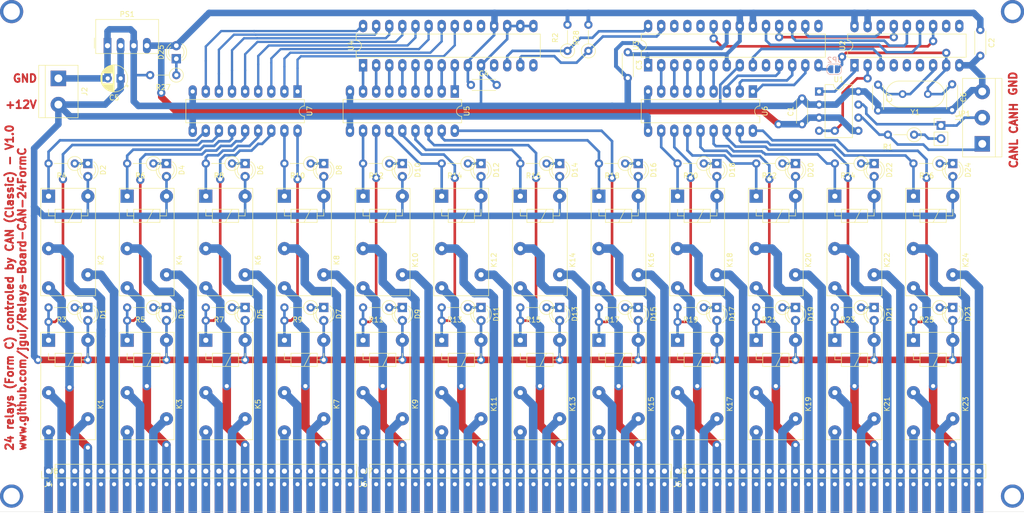
<source format=kicad_pcb>
(kicad_pcb (version 20171130) (host pcbnew "(5.1.10)-1")
  (title_block (title "24 Form C relays board controlled by CAN") (date 2021-05-24) (rev 1.0))
  (layers (0 F.Cu signal) (31 B.Cu signal) (34 B.Paste user hide) (35 F.Paste user hide) (36 B.SilkS user hide) (37 F.SilkS user hide) (38 B.Mask user hide) (39 F.Mask user hide) (44 Edge.Cuts user hide))
  (net 0 "")
  (net 1 GND)
  (net 2 +5V)
  (net 3 +12V)
  (net 4 "Net-(D1-Pad1)")
  (net 5 "Net-(D2-Pad1)")
  (net 6 "Net-(D3-Pad1)")
  (net 7 "Net-(D4-Pad1)")
  (net 8 "Net-(D5-Pad1)")
  (net 9 "Net-(D6-Pad1)")
  (net 10 "Net-(D7-Pad1)")
  (net 11 "Net-(D8-Pad1)")
  (net 12 "Net-(D9-Pad1)")
  (net 13 "Net-(D10-Pad1)")
  (net 14 "Net-(D11-Pad1)")
  (net 15 "Net-(D12-Pad1)")
  (net 16 "Net-(D13-Pad1)")
  (net 17 "Net-(D14-Pad1)")
  (net 18 "Net-(D15-Pad1)")
  (net 19 "Net-(D16-Pad1)")
  (net 20 "Net-(D17-Pad1)")
  (net 21 "Net-(D18-Pad1)")
  (net 22 "Net-(D19-Pad1)")
  (net 23 "Net-(D20-Pad1)")
  (net 24 "Net-(D21-Pad1)")
  (net 25 "Net-(D22-Pad1)")
  (net 26 "Net-(D23-Pad1)")
  (net 27 "Net-(D24-Pad1)")
  (net 28 /MOSI)
  (net 29 /SCK)
  (net 30 /MISO)
  (net 31 /RelaysGroup1/NO8)
  (net 32 /RelaysGroup1/NC8)
  (net 33 /RelaysGroup1/COM8)
  (net 34 /RelaysGroup1/NO7)
  (net 35 /RelaysGroup1/NC7)
  (net 36 /RelaysGroup1/COM7)
  (net 37 /RelaysGroup1/NO6)
  (net 38 /RelaysGroup1/NC6)
  (net 39 /RelaysGroup1/COM6)
  (net 40 /RelaysGroup1/NO5)
  (net 41 /RelaysGroup1/NC5)
  (net 42 /RelaysGroup1/COM5)
  (net 43 /RelaysGroup1/NO4)
  (net 44 /RelaysGroup1/NC4)
  (net 45 /RelaysGroup1/COM4)
  (net 46 /RelaysGroup1/NO3)
  (net 47 /RelaysGroup1/NC3)
  (net 48 /RelaysGroup1/COM3)
  (net 49 /RelaysGroup1/NO2)
  (net 50 /RelaysGroup1/NC2)
  (net 51 /RelaysGroup1/COM2)
  (net 52 /RelaysGroup1/NO1)
  (net 53 /RelaysGroup1/NC1)
  (net 54 /RelaysGroup1/COM1)
  (net 55 /RelaysGroup3/NO8)
  (net 56 /RelaysGroup3/NC8)
  (net 57 /RelaysGroup3/COM8)
  (net 58 /RelaysGroup3/NO7)
  (net 59 /RelaysGroup3/NC7)
  (net 60 /RelaysGroup3/COM7)
  (net 61 /RelaysGroup3/NO6)
  (net 62 /RelaysGroup3/NC6)
  (net 63 /RelaysGroup3/COM6)
  (net 64 /RelaysGroup3/NO5)
  (net 65 /RelaysGroup3/NC5)
  (net 66 /RelaysGroup3/COM5)
  (net 67 /RelaysGroup3/NO4)
  (net 68 /RelaysGroup3/NC4)
  (net 69 /RelaysGroup3/COM4)
  (net 70 /RelaysGroup3/NO3)
  (net 71 /RelaysGroup3/NC3)
  (net 72 /RelaysGroup3/COM3)
  (net 73 /RelaysGroup3/NO2)
  (net 74 /RelaysGroup3/NC2)
  (net 75 /RelaysGroup3/COM2)
  (net 76 /RelaysGroup3/NO1)
  (net 77 /RelaysGroup3/NC1)
  (net 78 /RelaysGroup3/COM1)
  (net 79 /RelaysGroup2/NO8)
  (net 80 /RelaysGroup2/NC8)
  (net 81 /RelaysGroup2/COM8)
  (net 82 /RelaysGroup2/NO7)
  (net 83 /RelaysGroup2/NC7)
  (net 84 /RelaysGroup2/COM7)
  (net 85 /RelaysGroup2/NO6)
  (net 86 /RelaysGroup2/NC6)
  (net 87 /RelaysGroup2/COM6)
  (net 88 /RelaysGroup2/NO5)
  (net 89 /RelaysGroup2/NC5)
  (net 90 /RelaysGroup2/COM5)
  (net 91 /RelaysGroup2/NO4)
  (net 92 /RelaysGroup2/NC4)
  (net 93 /RelaysGroup2/COM4)
  (net 94 /RelaysGroup2/NO3)
  (net 95 /RelaysGroup2/NC3)
  (net 96 /RelaysGroup2/COM3)
  (net 97 /RelaysGroup2/NO2)
  (net 98 /RelaysGroup2/NC2)
  (net 99 /RelaysGroup2/COM2)
  (net 100 /RelaysGroup2/NO1)
  (net 101 /RelaysGroup2/NC1)
  (net 102 /RelaysGroup2/COM1)
  (net 103 "Net-(JP1-Pad2)")
  (net 104 "Net-(K1-Pad1)")
  (net 105 "Net-(K2-Pad1)")
  (net 106 "Net-(K3-Pad1)")
  (net 107 "Net-(K4-Pad1)")
  (net 108 "Net-(K5-Pad1)")
  (net 109 "Net-(K6-Pad1)")
  (net 110 "Net-(K7-Pad1)")
  (net 111 "Net-(K8-Pad1)")
  (net 112 "Net-(K9-Pad1)")
  (net 113 "Net-(K10-Pad1)")
  (net 114 "Net-(K11-Pad1)")
  (net 115 "Net-(K12-Pad1)")
  (net 116 "Net-(K13-Pad1)")
  (net 117 "Net-(K14-Pad1)")
  (net 118 "Net-(K15-Pad1)")
  (net 119 "Net-(K16-Pad1)")
  (net 120 "Net-(K17-Pad1)")
  (net 121 "Net-(K18-Pad1)")
  (net 122 "Net-(K19-Pad1)")
  (net 123 "Net-(K20-Pad1)")
  (net 124 "Net-(K21-Pad1)")
  (net 125 "Net-(K22-Pad1)")
  (net 126 "Net-(K23-Pad1)")
  (net 127 "Net-(K24-Pad1)")
  (net 128 /CLKO)
  (net 129 /~SS)
  (net 130 "Net-(U2-Pad6)")
  (net 131 "Net-(U2-Pad5)")
  (net 132 "Net-(U2-Pad4)")
  (net 133 "Net-(U2-Pad11)")
  (net 134 "Net-(U2-Pad10)")
  (net 135 /SCL)
  (net 136 /SDA)
  (net 137 /RelaysGroup1/Cmd8)
  (net 138 "Net-(U3-Pad26)")
  (net 139 /RelaysGroup1/Cmd7)
  (net 140 "Net-(U3-Pad25)")
  (net 141 /RelaysGroup1/Cmd6)
  (net 142 "Net-(U3-Pad24)")
  (net 143 "Net-(U3-Pad10)")
  (net 144 /RelaysGroup1/Cmd5)
  (net 145 /RelaysGroup1/Cmd4)
  (net 146 /RelaysGroup1/Cmd3)
  (net 147 /RelaysGroup1/Cmd2)
  (net 148 /RelaysGroup1/Cmd1)
  (net 149 "Net-(U3-Pad15)")
  (net 150 /RelaysGroup2/Cmd8)
  (net 151 "Net-(U4-Pad14)")
  (net 152 /RelaysGroup2/Cmd7)
  (net 153 /RelaysGroup2/Cmd6)
  (net 154 /RelaysGroup2/Cmd5)
  (net 155 "Net-(U4-Pad11)")
  (net 156 /RelaysGroup2/Cmd4)
  (net 157 /RelaysGroup2/Cmd3)
  (net 158 /RelaysGroup2/Cmd2)
  (net 159 /RelaysGroup3/Cmd8)
  (net 160 /RelaysGroup2/Cmd1)
  (net 161 /RelaysGroup3/Cmd7)
  (net 162 "Net-(U4-Pad20)")
  (net 163 /RelaysGroup3/Cmd6)
  (net 164 "Net-(U4-Pad19)")
  (net 165 /RelaysGroup3/Cmd5)
  (net 166 /RelaysGroup3/Cmd4)
  (net 167 /RelaysGroup3/Cmd3)
  (net 168 /RelaysGroup3/Cmd2)
  (net 169 /RelaysGroup3/Cmd1)
  (net 170 "Net-(D25-Pad1)")
  (net 171 /CANH)
  (net 172 /CANL)
  (net 173 /RXCAN)
  (net 174 /TXCAN)
  (net 175 /INT)
  (net 176 "Net-(C6-Pad1)")
  (net 177 "Net-(C7-Pad1)")
  (net 178 /CLKOUT)
  (module Capacitor_THT:C_Disc_D4.3mm_W1.9mm_P5.00mm (layer F.Cu) (at 239.014 46.482 270)
    (fp_text reference C2 (at 2.5 -2.2 90) (layer F.SilkS))
    (fp_text value 100n)
    (pad 2 thru_hole circle (at 5 0 270) (size 1.6 1.6) (drill 0.8) (layers *.Cu *.Mask) (net 1 GND))
    (pad 1 thru_hole circle (at 0 0 270) (size 1.6 1.6) (drill 0.8) (layers *.Cu *.Mask) (net 2 +5V))
  )
  (module Package_DIP:DIP-18_W7.62mm_LongPads (layer F.Cu) (at 214.63 53.34 90)
    (fp_text reference U2 (at 3.81 -2.33 90) (layer F.SilkS))
    (fp_text value MCP2515-IP)
    (pad 18 thru_hole oval (at 7.62 0 90) (size 2.4 1.6) (drill 0.8) (layers *.Cu *.Mask) (net 2 +5V))
    (pad 9 thru_hole oval (at 0 20.32 90) (size 2.4 1.6) (drill 0.8) (layers *.Cu *.Mask) (net 1 GND))
    (pad 17 thru_hole oval (at 7.62 2.54 90) (size 2.4 1.6) (drill 0.8) (layers *.Cu *.Mask) (net 2 +5V))
    (pad 8 thru_hole oval (at 0 17.78 90) (size 2.4 1.6) (drill 0.8) (layers *.Cu *.Mask) (net 176 "Net-(C6-Pad1)"))
    (pad 16 thru_hole oval (at 7.62 5.08 90) (size 2.4 1.6) (drill 0.8) (layers *.Cu *.Mask) (net 129 /~SS))
    (pad 7 thru_hole oval (at 0 15.24 90) (size 2.4 1.6) (drill 0.8) (layers *.Cu *.Mask) (net 177 "Net-(C7-Pad1)"))
    (pad 15 thru_hole oval (at 7.62 7.62 90) (size 2.4 1.6) (drill 0.8) (layers *.Cu *.Mask) (net 30 /MISO))
    (pad 6 thru_hole oval (at 0 12.7 90) (size 2.4 1.6) (drill 0.8) (layers *.Cu *.Mask) (net 130 "Net-(U2-Pad6)"))
    (pad 14 thru_hole oval (at 7.62 10.16 90) (size 2.4 1.6) (drill 0.8) (layers *.Cu *.Mask) (net 28 /MOSI))
    (pad 5 thru_hole oval (at 0 10.16 90) (size 2.4 1.6) (drill 0.8) (layers *.Cu *.Mask) (net 131 "Net-(U2-Pad5)"))
    (pad 13 thru_hole oval (at 7.62 12.7 90) (size 2.4 1.6) (drill 0.8) (layers *.Cu *.Mask) (net 29 /SCK))
    (pad 4 thru_hole oval (at 0 7.62 90) (size 2.4 1.6) (drill 0.8) (layers *.Cu *.Mask) (net 132 "Net-(U2-Pad4)"))
    (pad 12 thru_hole oval (at 7.62 15.24 90) (size 2.4 1.6) (drill 0.8) (layers *.Cu *.Mask) (net 175 /INT))
    (pad 3 thru_hole oval (at 0 5.08 90) (size 2.4 1.6) (drill 0.8) (layers *.Cu *.Mask) (net 178 /CLKOUT))
    (pad 11 thru_hole oval (at 7.62 17.78 90) (size 2.4 1.6) (drill 0.8) (layers *.Cu *.Mask) (net 133 "Net-(U2-Pad11)"))
    (pad 2 thru_hole oval (at 0 2.54 90) (size 2.4 1.6) (drill 0.8) (layers *.Cu *.Mask) (net 173 /RXCAN))
    (pad 10 thru_hole oval (at 7.62 20.32 90) (size 2.4 1.6) (drill 0.8) (layers *.Cu *.Mask) (net 134 "Net-(U2-Pad10)"))
    (pad 1 thru_hole rect (at 0 0 90) (size 2.4 1.6) (drill 0.8) (layers *.Cu *.Mask) (net 174 /TXCAN))
  )
  (module Jumper:SolderJumper-2_P1.3mm_Open_RoundedPad1.0x1.5mm (layer B.Cu) (at 210.678 54.102 180)
    (fp_text reference JP2 (at 0 1.8) (layer B.SilkS) (effects (justify mirror)))
    (fp_text value SolderJumper_2_Bridged)
    (pad 2 smd custom (at 0.65 0 180) (size 1 0.5) (layers B.Cu B.Mask) (net 128 /CLKO) (options (clearance outline) (anchor rect)) (primitives (gr_circle (center 0 -0.25) (end 0.5 -0.25) (width 0)) (gr_circle (center 0 0.25) (end 0.5 0.25) (width 0)) (gr_poly (pts (xy 0 0.75) (xy -0.5 0.75) (xy -0.5 -0.75) (xy 0 -0.75)) (width 0))))
    (pad 1 smd custom (at -0.65 0 180) (size 1 0.5) (layers B.Cu B.Mask) (net 176 "Net-(C6-Pad1)") (options (clearance outline) (anchor rect)) (primitives (gr_circle (center 0 -0.25) (end 0.5 -0.25) (width 0)) (gr_circle (center 0 0.25) (end 0.5 0.25) (width 0)) (gr_poly (pts (xy 0 0.75) (xy 0.5 0.75) (xy 0.5 -0.75) (xy 0 -0.75)) (width 0))))
  )
  (module Crystal:Crystal_HC18-U_Vertical (layer F.Cu) (at 228.854 58.928 180)
    (fp_text reference Y1 (at 2.45 -3.525) (layer F.SilkS))
    (fp_text value 16MHz)
    (pad 2 thru_hole circle (at 4.9 0 180) (size 1.5 1.5) (drill 0.8) (layers *.Cu *.Mask) (net 177 "Net-(C7-Pad1)"))
    (pad 1 thru_hole circle (at 0 0 180) (size 1.5 1.5) (drill 0.8) (layers *.Cu *.Mask) (net 176 "Net-(C6-Pad1)"))
  )
  (module Capacitor_THT:C_Disc_D4.3mm_W1.9mm_P5.00mm (layer F.Cu) (at 219.202 57.103 270)
    (fp_text reference C7 (at 2.5 -2.2 90) (layer F.SilkS))
    (fp_text value 22pF)
    (pad 2 thru_hole circle (at 5 0 270) (size 1.6 1.6) (drill 0.8) (layers *.Cu *.Mask) (net 1 GND))
    (pad 1 thru_hole circle (at 0 0 270) (size 1.6 1.6) (drill 0.8) (layers *.Cu *.Mask) (net 177 "Net-(C7-Pad1)"))
  )
  (module Capacitor_THT:C_Disc_D4.3mm_W1.9mm_P5.00mm (layer F.Cu) (at 233.553 57.023 270)
    (fp_text reference C6 (at 2.5 -2.2 90) (layer F.SilkS))
    (fp_text value 22pF)
    (pad 2 thru_hole circle (at 5 0 270) (size 1.6 1.6) (drill 0.8) (layers *.Cu *.Mask) (net 1 GND))
    (pad 1 thru_hole circle (at 0 0 270) (size 1.6 1.6) (drill 0.8) (layers *.Cu *.Mask) (net 176 "Net-(C6-Pad1)"))
  )
  (module Resistor_THT:R_Axial_DIN0207_L6.3mm_D2.5mm_P5.08mm_Vertical (layer F.Cu) (at 163.054 50.546 90)
    (fp_text reference R28 (at 2.54 -2.37 90) (layer F.SilkS))
    (fp_text value 4k7)
    (pad 2 thru_hole oval (at 5.08 0 90) (size 1.6 1.6) (drill 0.8) (layers *.Cu *.Mask) (net 2 +5V))
    (pad 1 thru_hole circle (at 0 0 90) (size 1.6 1.6) (drill 0.8) (layers *.Cu *.Mask) (net 136 /SDA))
  )
  (module Resistor_THT:R_Axial_DIN0207_L6.3mm_D2.5mm_P5.08mm_Vertical (layer F.Cu) (at 159.004 50.546 90)
    (fp_text reference R2 (at 2.54 -2.37 90) (layer F.SilkS))
    (fp_text value 4k7)
    (pad 2 thru_hole oval (at 5.08 0 90) (size 1.6 1.6) (drill 0.8) (layers *.Cu *.Mask) (net 2 +5V))
    (pad 1 thru_hole circle (at 0 0 90) (size 1.6 1.6) (drill 0.8) (layers *.Cu *.Mask) (net 135 /SCL))
  )
  (module Package_DIP:DIP-28_W7.62mm_LongPads (layer F.Cu) (at 174.625 53.34 90)
    (fp_text reference U3 (at 3.81 -2.33 90) (layer F.SilkS))
    (fp_text value ATmega88A-PU)
    (pad 28 thru_hole oval (at 7.62 0 90) (size 2.4 1.6) (drill 0.8) (layers *.Cu *.Mask) (net 135 /SCL))
    (pad 14 thru_hole oval (at 0 33.02 90) (size 2.4 1.6) (drill 0.8) (layers *.Cu *.Mask) (net 128 /CLKO))
    (pad 27 thru_hole oval (at 7.62 2.54 90) (size 2.4 1.6) (drill 0.8) (layers *.Cu *.Mask) (net 136 /SDA))
    (pad 13 thru_hole oval (at 0 30.48 90) (size 2.4 1.6) (drill 0.8) (layers *.Cu *.Mask) (net 169 /RelaysGroup3/Cmd1))
    (pad 26 thru_hole oval (at 7.62 5.08 90) (size 2.4 1.6) (drill 0.8) (layers *.Cu *.Mask) (net 138 "Net-(U3-Pad26)"))
    (pad 12 thru_hole oval (at 0 27.94 90) (size 2.4 1.6) (drill 0.8) (layers *.Cu *.Mask) (net 168 /RelaysGroup3/Cmd2))
    (pad 25 thru_hole oval (at 7.62 7.62 90) (size 2.4 1.6) (drill 0.8) (layers *.Cu *.Mask) (net 140 "Net-(U3-Pad25)"))
    (pad 11 thru_hole oval (at 0 25.4 90) (size 2.4 1.6) (drill 0.8) (layers *.Cu *.Mask) (net 167 /RelaysGroup3/Cmd3))
    (pad 24 thru_hole oval (at 7.62 10.16 90) (size 2.4 1.6) (drill 0.8) (layers *.Cu *.Mask) (net 142 "Net-(U3-Pad24)"))
    (pad 10 thru_hole oval (at 0 22.86 90) (size 2.4 1.6) (drill 0.8) (layers *.Cu *.Mask) (net 143 "Net-(U3-Pad10)"))
    (pad 23 thru_hole oval (at 7.62 12.7 90) (size 2.4 1.6) (drill 0.8) (layers *.Cu *.Mask) (net 175 /INT))
    (pad 9 thru_hole oval (at 0 20.32 90) (size 2.4 1.6) (drill 0.8) (layers *.Cu *.Mask) (net 178 /CLKOUT))
    (pad 22 thru_hole oval (at 7.62 15.24 90) (size 2.4 1.6) (drill 0.8) (layers *.Cu *.Mask) (net 1 GND))
    (pad 8 thru_hole oval (at 0 17.78 90) (size 2.4 1.6) (drill 0.8) (layers *.Cu *.Mask) (net 1 GND))
    (pad 21 thru_hole oval (at 7.62 17.78 90) (size 2.4 1.6) (drill 0.8) (layers *.Cu *.Mask) (net 2 +5V))
    (pad 7 thru_hole oval (at 0 15.24 90) (size 2.4 1.6) (drill 0.8) (layers *.Cu *.Mask) (net 2 +5V))
    (pad 20 thru_hole oval (at 7.62 20.32 90) (size 2.4 1.6) (drill 0.8) (layers *.Cu *.Mask) (net 2 +5V))
    (pad 6 thru_hole oval (at 0 12.7 90) (size 2.4 1.6) (drill 0.8) (layers *.Cu *.Mask) (net 166 /RelaysGroup3/Cmd4))
    (pad 19 thru_hole oval (at 7.62 22.86 90) (size 2.4 1.6) (drill 0.8) (layers *.Cu *.Mask) (net 29 /SCK))
    (pad 5 thru_hole oval (at 0 10.16 90) (size 2.4 1.6) (drill 0.8) (layers *.Cu *.Mask) (net 165 /RelaysGroup3/Cmd5))
    (pad 18 thru_hole oval (at 7.62 25.4 90) (size 2.4 1.6) (drill 0.8) (layers *.Cu *.Mask) (net 30 /MISO))
    (pad 4 thru_hole oval (at 0 7.62 90) (size 2.4 1.6) (drill 0.8) (layers *.Cu *.Mask) (net 163 /RelaysGroup3/Cmd6))
    (pad 17 thru_hole oval (at 7.62 27.94 90) (size 2.4 1.6) (drill 0.8) (layers *.Cu *.Mask) (net 28 /MOSI))
    (pad 3 thru_hole oval (at 0 5.08 90) (size 2.4 1.6) (drill 0.8) (layers *.Cu *.Mask) (net 161 /RelaysGroup3/Cmd7))
    (pad 16 thru_hole oval (at 7.62 30.48 90) (size 2.4 1.6) (drill 0.8) (layers *.Cu *.Mask) (net 129 /~SS))
    (pad 2 thru_hole oval (at 0 2.54 90) (size 2.4 1.6) (drill 0.8) (layers *.Cu *.Mask) (net 159 /RelaysGroup3/Cmd8))
    (pad 15 thru_hole oval (at 7.62 33.02 90) (size 2.4 1.6) (drill 0.8) (layers *.Cu *.Mask) (net 149 "Net-(U3-Pad15)"))
    (pad 1 thru_hole rect (at 0 0 90) (size 2.4 1.6) (drill 0.8) (layers *.Cu *.Mask) (net 2 +5V))
  )
  (module Package_DIP:DIP-28_W7.62mm_LongPads (layer F.Cu) (at 119.38 53.34 90)
    (fp_text reference U4 (at 3.81 -2.33 90) (layer F.SilkS))
    (fp_text value MCP23017_SP)
    (pad 28 thru_hole oval (at 7.62 0 90) (size 2.4 1.6) (drill 0.8) (layers *.Cu *.Mask) (net 137 /RelaysGroup1/Cmd8))
    (pad 14 thru_hole oval (at 0 33.02 90) (size 2.4 1.6) (drill 0.8) (layers *.Cu *.Mask) (net 151 "Net-(U4-Pad14)"))
    (pad 27 thru_hole oval (at 7.62 2.54 90) (size 2.4 1.6) (drill 0.8) (layers *.Cu *.Mask) (net 139 /RelaysGroup1/Cmd7))
    (pad 13 thru_hole oval (at 0 30.48 90) (size 2.4 1.6) (drill 0.8) (layers *.Cu *.Mask) (net 136 /SDA))
    (pad 26 thru_hole oval (at 7.62 5.08 90) (size 2.4 1.6) (drill 0.8) (layers *.Cu *.Mask) (net 141 /RelaysGroup1/Cmd6))
    (pad 12 thru_hole oval (at 0 27.94 90) (size 2.4 1.6) (drill 0.8) (layers *.Cu *.Mask) (net 135 /SCL))
    (pad 25 thru_hole oval (at 7.62 7.62 90) (size 2.4 1.6) (drill 0.8) (layers *.Cu *.Mask) (net 144 /RelaysGroup1/Cmd5))
    (pad 11 thru_hole oval (at 0 25.4 90) (size 2.4 1.6) (drill 0.8) (layers *.Cu *.Mask) (net 155 "Net-(U4-Pad11)"))
    (pad 24 thru_hole oval (at 7.62 10.16 90) (size 2.4 1.6) (drill 0.8) (layers *.Cu *.Mask) (net 145 /RelaysGroup1/Cmd4))
    (pad 10 thru_hole oval (at 0 22.86 90) (size 2.4 1.6) (drill 0.8) (layers *.Cu *.Mask) (net 1 GND))
    (pad 23 thru_hole oval (at 7.62 12.7 90) (size 2.4 1.6) (drill 0.8) (layers *.Cu *.Mask) (net 146 /RelaysGroup1/Cmd3))
    (pad 9 thru_hole oval (at 0 20.32 90) (size 2.4 1.6) (drill 0.8) (layers *.Cu *.Mask) (net 2 +5V))
    (pad 22 thru_hole oval (at 7.62 15.24 90) (size 2.4 1.6) (drill 0.8) (layers *.Cu *.Mask) (net 147 /RelaysGroup1/Cmd2))
    (pad 8 thru_hole oval (at 0 17.78 90) (size 2.4 1.6) (drill 0.8) (layers *.Cu *.Mask) (net 160 /RelaysGroup2/Cmd1))
    (pad 21 thru_hole oval (at 7.62 17.78 90) (size 2.4 1.6) (drill 0.8) (layers *.Cu *.Mask) (net 148 /RelaysGroup1/Cmd1))
    (pad 7 thru_hole oval (at 0 15.24 90) (size 2.4 1.6) (drill 0.8) (layers *.Cu *.Mask) (net 158 /RelaysGroup2/Cmd2))
    (pad 20 thru_hole oval (at 7.62 20.32 90) (size 2.4 1.6) (drill 0.8) (layers *.Cu *.Mask) (net 162 "Net-(U4-Pad20)"))
    (pad 6 thru_hole oval (at 0 12.7 90) (size 2.4 1.6) (drill 0.8) (layers *.Cu *.Mask) (net 157 /RelaysGroup2/Cmd3))
    (pad 19 thru_hole oval (at 7.62 22.86 90) (size 2.4 1.6) (drill 0.8) (layers *.Cu *.Mask) (net 164 "Net-(U4-Pad19)"))
    (pad 5 thru_hole oval (at 0 10.16 90) (size 2.4 1.6) (drill 0.8) (layers *.Cu *.Mask) (net 156 /RelaysGroup2/Cmd4))
    (pad 18 thru_hole oval (at 7.62 25.4 90) (size 2.4 1.6) (drill 0.8) (layers *.Cu *.Mask) (net 2 +5V))
    (pad 4 thru_hole oval (at 0 7.62 90) (size 2.4 1.6) (drill 0.8) (layers *.Cu *.Mask) (net 154 /RelaysGroup2/Cmd5))
    (pad 17 thru_hole oval (at 7.62 27.94 90) (size 2.4 1.6) (drill 0.8) (layers *.Cu *.Mask) (net 1 GND))
    (pad 3 thru_hole oval (at 0 5.08 90) (size 2.4 1.6) (drill 0.8) (layers *.Cu *.Mask) (net 153 /RelaysGroup2/Cmd6))
    (pad 16 thru_hole oval (at 7.62 30.48 90) (size 2.4 1.6) (drill 0.8) (layers *.Cu *.Mask) (net 1 GND))
    (pad 2 thru_hole oval (at 0 2.54 90) (size 2.4 1.6) (drill 0.8) (layers *.Cu *.Mask) (net 152 /RelaysGroup2/Cmd7))
    (pad 15 thru_hole oval (at 7.62 33.02 90) (size 2.4 1.6) (drill 0.8) (layers *.Cu *.Mask) (net 1 GND))
    (pad 1 thru_hole rect (at 0 0 90) (size 2.4 1.6) (drill 0.8) (layers *.Cu *.Mask) (net 150 /RelaysGroup2/Cmd8))
  )
  (module TerminalBlock:TerminalBlock_bornier-3_P5.08mm (layer F.Cu) (at 239.395 68.58 90)
    (fp_text reference J1 (at 5.05 -4.65 90) (layer F.SilkS))
    (fp_text value Screw_Terminal_01x03)
    (pad 3 thru_hole circle (at 10.16 0 90) (size 3 3) (drill 1.52) (layers *.Cu *.Mask) (net 1 GND))
    (pad 2 thru_hole circle (at 5.08 0 90) (size 3 3) (drill 1.52) (layers *.Cu *.Mask) (net 171 /CANH))
    (pad 1 thru_hole rect (at 0 0 90) (size 3 3) (drill 1.52) (layers *.Cu *.Mask) (net 172 /CANL))
  )
  (module Connector_PCBEdge_JGUI:DualSideEdge_65x250mils_2.54mmx24pads (layer F.Cu) (at 58.42 134.62)
    (fp_text reference J8 (at 1.016 -2.54) (layer F.SilkS))
    (fp_text value Conn_01x24_Male)
    (pad 24 thru_hole rect (at 58.42 0) (size 1.651 6.35) (drill 0.799998 (offset 0 2.413)) (layers *.Cu *.Mask) (net 32 /RelaysGroup1/NC8))
    (pad 23 thru_hole rect (at 55.88 0) (size 1.651 6.35) (drill 0.799998 (offset 0 2.413)) (layers *.Cu *.Mask) (net 33 /RelaysGroup1/COM8))
    (pad 22 thru_hole rect (at 53.34 0) (size 1.651 6.35) (drill 0.799998 (offset 0 2.413)) (layers *.Cu *.Mask) (net 31 /RelaysGroup1/NO8))
    (pad 21 thru_hole rect (at 50.8 0) (size 1.651 6.35) (drill 0.799998 (offset 0 2.413)) (layers *.Cu *.Mask) (net 35 /RelaysGroup1/NC7))
    (pad 20 thru_hole rect (at 48.26 0) (size 1.651 6.35) (drill 0.799998 (offset 0 2.413)) (layers *.Cu *.Mask) (net 36 /RelaysGroup1/COM7))
    (pad 19 thru_hole rect (at 45.72 0) (size 1.651 6.35) (drill 0.799998 (offset 0 2.413)) (layers *.Cu *.Mask) (net 34 /RelaysGroup1/NO7))
    (pad 18 thru_hole rect (at 43.18 0) (size 1.651 6.35) (drill 0.799998 (offset 0 2.413)) (layers *.Cu *.Mask) (net 38 /RelaysGroup1/NC6))
    (pad 17 thru_hole rect (at 40.64 0) (size 1.651 6.35) (drill 0.799998 (offset 0 2.413)) (layers *.Cu *.Mask) (net 39 /RelaysGroup1/COM6))
    (pad 16 thru_hole rect (at 38.1 0) (size 1.651 6.35) (drill 0.799998 (offset 0 2.413)) (layers *.Cu *.Mask) (net 37 /RelaysGroup1/NO6))
    (pad 15 thru_hole rect (at 35.56 0) (size 1.651 6.35) (drill 0.799998 (offset 0 2.413)) (layers *.Cu *.Mask) (net 41 /RelaysGroup1/NC5))
    (pad 14 thru_hole rect (at 33.02 0) (size 1.651 6.35) (drill 0.799998 (offset 0 2.413)) (layers *.Cu *.Mask) (net 42 /RelaysGroup1/COM5))
    (pad 13 thru_hole rect (at 30.48 0) (size 1.651 6.35) (drill 0.799998 (offset 0 2.413)) (layers *.Cu *.Mask) (net 40 /RelaysGroup1/NO5))
    (pad 12 thru_hole rect (at 27.94 0) (size 1.651 6.35) (drill 0.799998 (offset 0 2.413)) (layers *.Cu *.Mask) (net 44 /RelaysGroup1/NC4))
    (pad 11 thru_hole rect (at 25.4 0) (size 1.651 6.35) (drill 0.799998 (offset 0 2.413)) (layers *.Cu *.Mask) (net 45 /RelaysGroup1/COM4))
    (pad 10 thru_hole rect (at 22.86 0) (size 1.651 6.35) (drill 0.799998 (offset 0 2.413)) (layers *.Cu *.Mask) (net 43 /RelaysGroup1/NO4))
    (pad 9 thru_hole rect (at 20.32 0) (size 1.651 6.35) (drill 0.799998 (offset 0 2.413)) (layers *.Cu *.Mask) (net 47 /RelaysGroup1/NC3))
    (pad 8 thru_hole rect (at 17.78 0) (size 1.651 6.35) (drill 0.799998 (offset 0 2.413)) (layers *.Cu *.Mask) (net 48 /RelaysGroup1/COM3))
    (pad 7 thru_hole rect (at 15.24 0) (size 1.651 6.35) (drill 0.799998 (offset 0 2.413)) (layers *.Cu *.Mask) (net 46 /RelaysGroup1/NO3))
    (pad 6 thru_hole rect (at 12.7 0) (size 1.651 6.35) (drill 0.799998 (offset 0 2.413)) (layers *.Cu *.Mask) (net 50 /RelaysGroup1/NC2))
    (pad 5 thru_hole rect (at 10.16 0) (size 1.651 6.35) (drill 0.799998 (offset 0 2.413)) (layers *.Cu *.Mask) (net 51 /RelaysGroup1/COM2))
    (pad 4 thru_hole rect (at 7.62 0) (size 1.651 6.35) (drill 0.799998 (offset 0 2.413)) (layers *.Cu *.Mask) (net 49 /RelaysGroup1/NO2))
    (pad 3 thru_hole rect (at 5.08 0) (size 1.651 6.35) (drill 0.799998 (offset 0 2.413)) (layers *.Cu *.Mask) (net 53 /RelaysGroup1/NC1))
    (pad 2 thru_hole rect (at 2.54 0) (size 1.651 6.35) (drill 0.799998 (offset 0 2.413)) (layers *.Cu *.Mask) (net 54 /RelaysGroup1/COM1))
    (pad 1 thru_hole rect (at 0 0) (size 1.651 6.35) (drill 0.799998 (offset 0 2.413)) (layers *.Cu *.Mask) (net 52 /RelaysGroup1/NO1))
  )
  (module Connector_PCBEdge_JGUI:DualSideEdge_65x250mils_2.54mmx24pads (layer F.Cu) (at 119.38 134.62)
    (fp_text reference J7 (at 1.016 -2.54) (layer F.SilkS))
    (fp_text value Conn_01x24_Male)
    (pad 24 thru_hole rect (at 58.42 0) (size 1.651 6.35) (drill 0.799998 (offset 0 2.413)) (layers *.Cu *.Mask) (net 80 /RelaysGroup2/NC8))
    (pad 23 thru_hole rect (at 55.88 0) (size 1.651 6.35) (drill 0.799998 (offset 0 2.413)) (layers *.Cu *.Mask) (net 81 /RelaysGroup2/COM8))
    (pad 22 thru_hole rect (at 53.34 0) (size 1.651 6.35) (drill 0.799998 (offset 0 2.413)) (layers *.Cu *.Mask) (net 79 /RelaysGroup2/NO8))
    (pad 21 thru_hole rect (at 50.8 0) (size 1.651 6.35) (drill 0.799998 (offset 0 2.413)) (layers *.Cu *.Mask) (net 83 /RelaysGroup2/NC7))
    (pad 20 thru_hole rect (at 48.26 0) (size 1.651 6.35) (drill 0.799998 (offset 0 2.413)) (layers *.Cu *.Mask) (net 84 /RelaysGroup2/COM7))
    (pad 19 thru_hole rect (at 45.72 0) (size 1.651 6.35) (drill 0.799998 (offset 0 2.413)) (layers *.Cu *.Mask) (net 82 /RelaysGroup2/NO7))
    (pad 18 thru_hole rect (at 43.18 0) (size 1.651 6.35) (drill 0.799998 (offset 0 2.413)) (layers *.Cu *.Mask) (net 86 /RelaysGroup2/NC6))
    (pad 17 thru_hole rect (at 40.64 0) (size 1.651 6.35) (drill 0.799998 (offset 0 2.413)) (layers *.Cu *.Mask) (net 87 /RelaysGroup2/COM6))
    (pad 16 thru_hole rect (at 38.1 0) (size 1.651 6.35) (drill 0.799998 (offset 0 2.413)) (layers *.Cu *.Mask) (net 85 /RelaysGroup2/NO6))
    (pad 15 thru_hole rect (at 35.56 0) (size 1.651 6.35) (drill 0.799998 (offset 0 2.413)) (layers *.Cu *.Mask) (net 89 /RelaysGroup2/NC5))
    (pad 14 thru_hole rect (at 33.02 0) (size 1.651 6.35) (drill 0.799998 (offset 0 2.413)) (layers *.Cu *.Mask) (net 90 /RelaysGroup2/COM5))
    (pad 13 thru_hole rect (at 30.48 0) (size 1.651 6.35) (drill 0.799998 (offset 0 2.413)) (layers *.Cu *.Mask) (net 88 /RelaysGroup2/NO5))
    (pad 12 thru_hole rect (at 27.94 0) (size 1.651 6.35) (drill 0.799998 (offset 0 2.413)) (layers *.Cu *.Mask) (net 92 /RelaysGroup2/NC4))
    (pad 11 thru_hole rect (at 25.4 0) (size 1.651 6.35) (drill 0.799998 (offset 0 2.413)) (layers *.Cu *.Mask) (net 93 /RelaysGroup2/COM4))
    (pad 10 thru_hole rect (at 22.86 0) (size 1.651 6.35) (drill 0.799998 (offset 0 2.413)) (layers *.Cu *.Mask) (net 91 /RelaysGroup2/NO4))
    (pad 9 thru_hole rect (at 20.32 0) (size 1.651 6.35) (drill 0.799998 (offset 0 2.413)) (layers *.Cu *.Mask) (net 95 /RelaysGroup2/NC3))
    (pad 8 thru_hole rect (at 17.78 0) (size 1.651 6.35) (drill 0.799998 (offset 0 2.413)) (layers *.Cu *.Mask) (net 96 /RelaysGroup2/COM3))
    (pad 7 thru_hole rect (at 15.24 0) (size 1.651 6.35) (drill 0.799998 (offset 0 2.413)) (layers *.Cu *.Mask) (net 94 /RelaysGroup2/NO3))
    (pad 6 thru_hole rect (at 12.7 0) (size 1.651 6.35) (drill 0.799998 (offset 0 2.413)) (layers *.Cu *.Mask) (net 98 /RelaysGroup2/NC2))
    (pad 5 thru_hole rect (at 10.16 0) (size 1.651 6.35) (drill 0.799998 (offset 0 2.413)) (layers *.Cu *.Mask) (net 99 /RelaysGroup2/COM2))
    (pad 4 thru_hole rect (at 7.62 0) (size 1.651 6.35) (drill 0.799998 (offset 0 2.413)) (layers *.Cu *.Mask) (net 97 /RelaysGroup2/NO2))
    (pad 3 thru_hole rect (at 5.08 0) (size 1.651 6.35) (drill 0.799998 (offset 0 2.413)) (layers *.Cu *.Mask) (net 101 /RelaysGroup2/NC1))
    (pad 2 thru_hole rect (at 2.54 0) (size 1.651 6.35) (drill 0.799998 (offset 0 2.413)) (layers *.Cu *.Mask) (net 102 /RelaysGroup2/COM1))
    (pad 1 thru_hole rect (at 0 0) (size 1.651 6.35) (drill 0.799998 (offset 0 2.413)) (layers *.Cu *.Mask) (net 100 /RelaysGroup2/NO1))
  )
  (module Connector_PCBEdge_JGUI:DualSideEdge_65x250mils_2.54mmx24pads (layer F.Cu) (at 180.34 134.62)
    (fp_text reference J3 (at 1.016 -2.54) (layer F.SilkS))
    (fp_text value Conn_01x24_Male)
    (pad 24 thru_hole rect (at 58.42 0) (size 1.651 6.35) (drill 0.799998 (offset 0 2.413)) (layers *.Cu *.Mask) (net 56 /RelaysGroup3/NC8))
    (pad 23 thru_hole rect (at 55.88 0) (size 1.651 6.35) (drill 0.799998 (offset 0 2.413)) (layers *.Cu *.Mask) (net 57 /RelaysGroup3/COM8))
    (pad 22 thru_hole rect (at 53.34 0) (size 1.651 6.35) (drill 0.799998 (offset 0 2.413)) (layers *.Cu *.Mask) (net 55 /RelaysGroup3/NO8))
    (pad 21 thru_hole rect (at 50.8 0) (size 1.651 6.35) (drill 0.799998 (offset 0 2.413)) (layers *.Cu *.Mask) (net 59 /RelaysGroup3/NC7))
    (pad 20 thru_hole rect (at 48.26 0) (size 1.651 6.35) (drill 0.799998 (offset 0 2.413)) (layers *.Cu *.Mask) (net 60 /RelaysGroup3/COM7))
    (pad 19 thru_hole rect (at 45.72 0) (size 1.651 6.35) (drill 0.799998 (offset 0 2.413)) (layers *.Cu *.Mask) (net 58 /RelaysGroup3/NO7))
    (pad 18 thru_hole rect (at 43.18 0) (size 1.651 6.35) (drill 0.799998 (offset 0 2.413)) (layers *.Cu *.Mask) (net 62 /RelaysGroup3/NC6))
    (pad 17 thru_hole rect (at 40.64 0) (size 1.651 6.35) (drill 0.799998 (offset 0 2.413)) (layers *.Cu *.Mask) (net 63 /RelaysGroup3/COM6))
    (pad 16 thru_hole rect (at 38.1 0) (size 1.651 6.35) (drill 0.799998 (offset 0 2.413)) (layers *.Cu *.Mask) (net 61 /RelaysGroup3/NO6))
    (pad 15 thru_hole rect (at 35.56 0) (size 1.651 6.35) (drill 0.799998 (offset 0 2.413)) (layers *.Cu *.Mask) (net 65 /RelaysGroup3/NC5))
    (pad 14 thru_hole rect (at 33.02 0) (size 1.651 6.35) (drill 0.799998 (offset 0 2.413)) (layers *.Cu *.Mask) (net 66 /RelaysGroup3/COM5))
    (pad 13 thru_hole rect (at 30.48 0) (size 1.651 6.35) (drill 0.799998 (offset 0 2.413)) (layers *.Cu *.Mask) (net 64 /RelaysGroup3/NO5))
    (pad 12 thru_hole rect (at 27.94 0) (size 1.651 6.35) (drill 0.799998 (offset 0 2.413)) (layers *.Cu *.Mask) (net 68 /RelaysGroup3/NC4))
    (pad 11 thru_hole rect (at 25.4 0) (size 1.651 6.35) (drill 0.799998 (offset 0 2.413)) (layers *.Cu *.Mask) (net 69 /RelaysGroup3/COM4))
    (pad 10 thru_hole rect (at 22.86 0) (size 1.651 6.35) (drill 0.799998 (offset 0 2.413)) (layers *.Cu *.Mask) (net 67 /RelaysGroup3/NO4))
    (pad 9 thru_hole rect (at 20.32 0) (size 1.651 6.35) (drill 0.799998 (offset 0 2.413)) (layers *.Cu *.Mask) (net 71 /RelaysGroup3/NC3))
    (pad 8 thru_hole rect (at 17.78 0) (size 1.651 6.35) (drill 0.799998 (offset 0 2.413)) (layers *.Cu *.Mask) (net 72 /RelaysGroup3/COM3))
    (pad 7 thru_hole rect (at 15.24 0) (size 1.651 6.35) (drill 0.799998 (offset 0 2.413)) (layers *.Cu *.Mask) (net 70 /RelaysGroup3/NO3))
    (pad 6 thru_hole rect (at 12.7 0) (size 1.651 6.35) (drill 0.799998 (offset 0 2.413)) (layers *.Cu *.Mask) (net 74 /RelaysGroup3/NC2))
    (pad 5 thru_hole rect (at 10.16 0) (size 1.651 6.35) (drill 0.799998 (offset 0 2.413)) (layers *.Cu *.Mask) (net 75 /RelaysGroup3/COM2))
    (pad 4 thru_hole rect (at 7.62 0) (size 1.651 6.35) (drill 0.799998 (offset 0 2.413)) (layers *.Cu *.Mask) (net 73 /RelaysGroup3/NO2))
    (pad 3 thru_hole rect (at 5.08 0) (size 1.651 6.35) (drill 0.799998 (offset 0 2.413)) (layers *.Cu *.Mask) (net 77 /RelaysGroup3/NC1))
    (pad 2 thru_hole rect (at 2.54 0) (size 1.651 6.35) (drill 0.799998 (offset 0 2.413)) (layers *.Cu *.Mask) (net 78 /RelaysGroup3/COM1))
    (pad 1 thru_hole rect (at 0 0) (size 1.651 6.35) (drill 0.799998 (offset 0 2.413)) (layers *.Cu *.Mask) (net 76 /RelaysGroup3/NO1))
  )
  (module Connector_PinHeader_2.54mm:PinHeader_1x02_P2.54mm_Vertical (layer F.Cu) (at 231.394 65.024)
    (fp_text reference JP1 (at 4.385 -2.27) (layer F.SilkS))
    (fp_text value Jumper)
    (pad 2 thru_hole oval (at 0 2.54) (size 1.7 1.7) (drill 1) (layers *.Cu *.Mask) (net 103 "Net-(JP1-Pad2)"))
    (pad 1 thru_hole rect (at 0 0) (size 1.7 1.7) (drill 1) (layers *.Cu *.Mask) (net 171 /CANH))
  )
  (module Resistor_THT:R_Axial_DIN0207_L6.3mm_D2.5mm_P5.08mm_Vertical (layer F.Cu) (at 226.187 66.802 180)
    (fp_text reference R1 (at 5.08 -2.37) (layer F.SilkS))
    (fp_text value 120R)
    (pad 2 thru_hole oval (at 5.08 0 180) (size 1.6 1.6) (drill 0.8) (layers *.Cu *.Mask) (net 172 /CANL))
    (pad 1 thru_hole circle (at 0 0 180) (size 1.6 1.6) (drill 0.8) (layers *.Cu *.Mask) (net 103 "Net-(JP1-Pad2)"))
  )
  (module Resistor_THT:R_Axial_DIN0207_L6.3mm_D2.5mm_P5.08mm_Vertical (layer F.Cu) (at 63.5 72.39 180)
    (fp_text reference R4 (at 2.54 -2.37) (layer F.SilkS))
    (fp_text value 1k1)
    (pad 2 thru_hole oval (at 5.08 0 180) (size 1.6 1.6) (drill 0.8) (layers *.Cu *.Mask) (net 105 "Net-(K2-Pad1)"))
    (pad 1 thru_hole circle (at 0 0 180) (size 1.6 1.6) (drill 0.8) (layers *.Cu *.Mask) (net 5 "Net-(D2-Pad1)"))
  )
  (module Resistor_THT:R_Axial_DIN0207_L6.3mm_D2.5mm_P5.08mm_Vertical (layer F.Cu) (at 83.185 55.245 180)
    (fp_text reference R27 (at 2.54 -2.37) (layer F.SilkS))
    (fp_text value 680R)
    (pad 2 thru_hole oval (at 5.08 0 180) (size 1.6 1.6) (drill 0.8) (layers *.Cu *.Mask) (net 1 GND))
    (pad 1 thru_hole circle (at 0 0 180) (size 1.6 1.6) (drill 0.8) (layers *.Cu *.Mask) (net 170 "Net-(D25-Pad1)"))
  )
  (module LED_THT:LED_D3.0mm (layer F.Cu) (at 83.185 52.07 90)
    (fp_text reference D25 (at 1.27 -2.96 90) (layer F.SilkS))
    (fp_text value LED)
    (pad 2 thru_hole circle (at 2.54 0 90) (size 1.8 1.8) (drill 0.9) (layers *.Cu *.Mask) (net 2 +5V))
    (pad 1 thru_hole rect (at 0 0 90) (size 1.8 1.8) (drill 0.9) (layers *.Cu *.Mask) (net 170 "Net-(D25-Pad1)"))
  )
  (module Capacitor_THT:CP_Radial_D5.0mm_P2.50mm (layer F.Cu) (at 72.39 55.88 180)
    (fp_text reference C5 (at 1.25 -3.75) (layer F.SilkS))
    (fp_text value 22u)
    (pad 2 thru_hole circle (at 2.5 0 180) (size 1.6 1.6) (drill 0.8) (layers *.Cu *.Mask) (net 1 GND))
    (pad 1 thru_hole rect (at 0 0 180) (size 1.6 1.6) (drill 0.8) (layers *.Cu *.Mask) (net 3 +12V))
  )
  (module Package_DIP:DIP-18_W7.62mm_LongPads (layer F.Cu) (at 106.68 58.42 270)
    (fp_text reference U7 (at 3.81 -2.33 90) (layer F.SilkS))
    (fp_text value ULN2803A)
    (pad 18 thru_hole oval (at 7.62 0 270) (size 2.4 1.6) (drill 0.8) (layers *.Cu *.Mask) (net 110 "Net-(K7-Pad1)"))
    (pad 9 thru_hole oval (at 0 20.32 270) (size 2.4 1.6) (drill 0.8) (layers *.Cu *.Mask) (net 1 GND))
    (pad 17 thru_hole oval (at 7.62 2.54 270) (size 2.4 1.6) (drill 0.8) (layers *.Cu *.Mask) (net 111 "Net-(K8-Pad1)"))
    (pad 8 thru_hole oval (at 0 17.78 270) (size 2.4 1.6) (drill 0.8) (layers *.Cu *.Mask) (net 137 /RelaysGroup1/Cmd8))
    (pad 16 thru_hole oval (at 7.62 5.08 270) (size 2.4 1.6) (drill 0.8) (layers *.Cu *.Mask) (net 108 "Net-(K5-Pad1)"))
    (pad 7 thru_hole oval (at 0 15.24 270) (size 2.4 1.6) (drill 0.8) (layers *.Cu *.Mask) (net 139 /RelaysGroup1/Cmd7))
    (pad 15 thru_hole oval (at 7.62 7.62 270) (size 2.4 1.6) (drill 0.8) (layers *.Cu *.Mask) (net 109 "Net-(K6-Pad1)"))
    (pad 6 thru_hole oval (at 0 12.7 270) (size 2.4 1.6) (drill 0.8) (layers *.Cu *.Mask) (net 141 /RelaysGroup1/Cmd6))
    (pad 14 thru_hole oval (at 7.62 10.16 270) (size 2.4 1.6) (drill 0.8) (layers *.Cu *.Mask) (net 106 "Net-(K3-Pad1)"))
    (pad 5 thru_hole oval (at 0 10.16 270) (size 2.4 1.6) (drill 0.8) (layers *.Cu *.Mask) (net 144 /RelaysGroup1/Cmd5))
    (pad 13 thru_hole oval (at 7.62 12.7 270) (size 2.4 1.6) (drill 0.8) (layers *.Cu *.Mask) (net 107 "Net-(K4-Pad1)"))
    (pad 4 thru_hole oval (at 0 7.62 270) (size 2.4 1.6) (drill 0.8) (layers *.Cu *.Mask) (net 145 /RelaysGroup1/Cmd4))
    (pad 12 thru_hole oval (at 7.62 15.24 270) (size 2.4 1.6) (drill 0.8) (layers *.Cu *.Mask) (net 104 "Net-(K1-Pad1)"))
    (pad 3 thru_hole oval (at 0 5.08 270) (size 2.4 1.6) (drill 0.8) (layers *.Cu *.Mask) (net 146 /RelaysGroup1/Cmd3))
    (pad 11 thru_hole oval (at 7.62 17.78 270) (size 2.4 1.6) (drill 0.8) (layers *.Cu *.Mask) (net 105 "Net-(K2-Pad1)"))
    (pad 2 thru_hole oval (at 0 2.54 270) (size 2.4 1.6) (drill 0.8) (layers *.Cu *.Mask) (net 147 /RelaysGroup1/Cmd2))
    (pad 10 thru_hole oval (at 7.62 20.32 270) (size 2.4 1.6) (drill 0.8) (layers *.Cu *.Mask) (net 3 +12V))
    (pad 1 thru_hole rect (at 0 0 270) (size 2.4 1.6) (drill 0.8) (layers *.Cu *.Mask) (net 148 /RelaysGroup1/Cmd1))
  )
  (module Package_DIP:DIP-18_W7.62mm_LongPads (layer F.Cu) (at 194.945 58.42 270)
    (fp_text reference U6 (at 3.81 -2.33 90) (layer F.SilkS))
    (fp_text value ULN2803A)
    (pad 1 thru_hole rect (at 0 0 270) (size 2.4 1.6) (drill 0.8) (layers *.Cu *.Mask) (net 169 /RelaysGroup3/Cmd1))
    (pad 10 thru_hole oval (at 7.62 20.32 270) (size 2.4 1.6) (drill 0.8) (layers *.Cu *.Mask) (net 3 +12V))
    (pad 2 thru_hole oval (at 0 2.54 270) (size 2.4 1.6) (drill 0.8) (layers *.Cu *.Mask) (net 168 /RelaysGroup3/Cmd2))
    (pad 11 thru_hole oval (at 7.62 17.78 270) (size 2.4 1.6) (drill 0.8) (layers *.Cu *.Mask) (net 121 "Net-(K18-Pad1)"))
    (pad 3 thru_hole oval (at 0 5.08 270) (size 2.4 1.6) (drill 0.8) (layers *.Cu *.Mask) (net 167 /RelaysGroup3/Cmd3))
    (pad 12 thru_hole oval (at 7.62 15.24 270) (size 2.4 1.6) (drill 0.8) (layers *.Cu *.Mask) (net 120 "Net-(K17-Pad1)"))
    (pad 4 thru_hole oval (at 0 7.62 270) (size 2.4 1.6) (drill 0.8) (layers *.Cu *.Mask) (net 166 /RelaysGroup3/Cmd4))
    (pad 13 thru_hole oval (at 7.62 12.7 270) (size 2.4 1.6) (drill 0.8) (layers *.Cu *.Mask) (net 123 "Net-(K20-Pad1)"))
    (pad 5 thru_hole oval (at 0 10.16 270) (size 2.4 1.6) (drill 0.8) (layers *.Cu *.Mask) (net 165 /RelaysGroup3/Cmd5))
    (pad 14 thru_hole oval (at 7.62 10.16 270) (size 2.4 1.6) (drill 0.8) (layers *.Cu *.Mask) (net 122 "Net-(K19-Pad1)"))
    (pad 6 thru_hole oval (at 0 12.7 270) (size 2.4 1.6) (drill 0.8) (layers *.Cu *.Mask) (net 163 /RelaysGroup3/Cmd6))
    (pad 15 thru_hole oval (at 7.62 7.62 270) (size 2.4 1.6) (drill 0.8) (layers *.Cu *.Mask) (net 125 "Net-(K22-Pad1)"))
    (pad 7 thru_hole oval (at 0 15.24 270) (size 2.4 1.6) (drill 0.8) (layers *.Cu *.Mask) (net 161 /RelaysGroup3/Cmd7))
    (pad 16 thru_hole oval (at 7.62 5.08 270) (size 2.4 1.6) (drill 0.8) (layers *.Cu *.Mask) (net 124 "Net-(K21-Pad1)"))
    (pad 8 thru_hole oval (at 0 17.78 270) (size 2.4 1.6) (drill 0.8) (layers *.Cu *.Mask) (net 159 /RelaysGroup3/Cmd8))
    (pad 17 thru_hole oval (at 7.62 2.54 270) (size 2.4 1.6) (drill 0.8) (layers *.Cu *.Mask) (net 127 "Net-(K24-Pad1)"))
    (pad 9 thru_hole oval (at 0 20.32 270) (size 2.4 1.6) (drill 0.8) (layers *.Cu *.Mask) (net 1 GND))
    (pad 18 thru_hole oval (at 7.62 0 270) (size 2.4 1.6) (drill 0.8) (layers *.Cu *.Mask) (net 126 "Net-(K23-Pad1)"))
  )
  (module Package_DIP:DIP-18_W7.62mm_LongPads (layer F.Cu) (at 137.16 58.42 270)
    (fp_text reference U5 (at 3.81 -2.33 90) (layer F.SilkS))
    (fp_text value ULN2803A)
    (pad 18 thru_hole oval (at 7.62 0 270) (size 2.4 1.6) (drill 0.8) (layers *.Cu *.Mask) (net 118 "Net-(K15-Pad1)"))
    (pad 9 thru_hole oval (at 0 20.32 270) (size 2.4 1.6) (drill 0.8) (layers *.Cu *.Mask) (net 1 GND))
    (pad 17 thru_hole oval (at 7.62 2.54 270) (size 2.4 1.6) (drill 0.8) (layers *.Cu *.Mask) (net 119 "Net-(K16-Pad1)"))
    (pad 8 thru_hole oval (at 0 17.78 270) (size 2.4 1.6) (drill 0.8) (layers *.Cu *.Mask) (net 150 /RelaysGroup2/Cmd8))
    (pad 16 thru_hole oval (at 7.62 5.08 270) (size 2.4 1.6) (drill 0.8) (layers *.Cu *.Mask) (net 116 "Net-(K13-Pad1)"))
    (pad 7 thru_hole oval (at 0 15.24 270) (size 2.4 1.6) (drill 0.8) (layers *.Cu *.Mask) (net 152 /RelaysGroup2/Cmd7))
    (pad 15 thru_hole oval (at 7.62 7.62 270) (size 2.4 1.6) (drill 0.8) (layers *.Cu *.Mask) (net 117 "Net-(K14-Pad1)"))
    (pad 6 thru_hole oval (at 0 12.7 270) (size 2.4 1.6) (drill 0.8) (layers *.Cu *.Mask) (net 153 /RelaysGroup2/Cmd6))
    (pad 14 thru_hole oval (at 7.62 10.16 270) (size 2.4 1.6) (drill 0.8) (layers *.Cu *.Mask) (net 114 "Net-(K11-Pad1)"))
    (pad 5 thru_hole oval (at 0 10.16 270) (size 2.4 1.6) (drill 0.8) (layers *.Cu *.Mask) (net 154 /RelaysGroup2/Cmd5))
    (pad 13 thru_hole oval (at 7.62 12.7 270) (size 2.4 1.6) (drill 0.8) (layers *.Cu *.Mask) (net 115 "Net-(K12-Pad1)"))
    (pad 4 thru_hole oval (at 0 7.62 270) (size 2.4 1.6) (drill 0.8) (layers *.Cu *.Mask) (net 156 /RelaysGroup2/Cmd4))
    (pad 12 thru_hole oval (at 7.62 15.24 270) (size 2.4 1.6) (drill 0.8) (layers *.Cu *.Mask) (net 112 "Net-(K9-Pad1)"))
    (pad 3 thru_hole oval (at 0 5.08 270) (size 2.4 1.6) (drill 0.8) (layers *.Cu *.Mask) (net 157 /RelaysGroup2/Cmd3))
    (pad 11 thru_hole oval (at 7.62 17.78 270) (size 2.4 1.6) (drill 0.8) (layers *.Cu *.Mask) (net 113 "Net-(K10-Pad1)"))
    (pad 2 thru_hole oval (at 0 2.54 270) (size 2.4 1.6) (drill 0.8) (layers *.Cu *.Mask) (net 158 /RelaysGroup2/Cmd2))
    (pad 10 thru_hole oval (at 7.62 20.32 270) (size 2.4 1.6) (drill 0.8) (layers *.Cu *.Mask) (net 3 +12V))
    (pad 1 thru_hole rect (at 0 0 270) (size 2.4 1.6) (drill 0.8) (layers *.Cu *.Mask) (net 160 /RelaysGroup2/Cmd1))
  )
  (module Package_DIP:DIP-8_W7.62mm (layer F.Cu) (at 207.772 58.42)
    (fp_text reference U1 (at 3.81 -2.33) (layer F.SilkS))
    (fp_text value MCP2562-E-P)
    (pad 8 thru_hole oval (at 7.62 0) (size 1.6 1.6) (drill 0.8) (layers *.Cu *.Mask) (net 1 GND))
    (pad 4 thru_hole oval (at 0 7.62) (size 1.6 1.6) (drill 0.8) (layers *.Cu *.Mask) (net 173 /RXCAN))
    (pad 7 thru_hole oval (at 7.62 2.54) (size 1.6 1.6) (drill 0.8) (layers *.Cu *.Mask) (net 171 /CANH))
    (pad 3 thru_hole oval (at 0 5.08) (size 1.6 1.6) (drill 0.8) (layers *.Cu *.Mask) (net 2 +5V))
    (pad 6 thru_hole oval (at 7.62 5.08) (size 1.6 1.6) (drill 0.8) (layers *.Cu *.Mask) (net 172 /CANL))
    (pad 2 thru_hole oval (at 0 2.54) (size 1.6 1.6) (drill 0.8) (layers *.Cu *.Mask) (net 1 GND))
    (pad 5 thru_hole oval (at 7.62 7.62) (size 1.6 1.6) (drill 0.8) (layers *.Cu *.Mask) (net 2 +5V))
    (pad 1 thru_hole rect (at 0 0) (size 1.6 1.6) (drill 0.8) (layers *.Cu *.Mask) (net 174 /TXCAN))
  )
  (module Resistor_THT:R_Axial_DIN0207_L6.3mm_D2.5mm_P5.08mm_Vertical (layer F.Cu) (at 231.14 72.39 180)
    (fp_text reference R26 (at 2.54 -2.37) (layer F.SilkS))
    (fp_text value 1k1)
    (pad 2 thru_hole oval (at 5.08 0 180) (size 1.6 1.6) (drill 0.8) (layers *.Cu *.Mask) (net 127 "Net-(K24-Pad1)"))
    (pad 1 thru_hole circle (at 0 0 180) (size 1.6 1.6) (drill 0.8) (layers *.Cu *.Mask) (net 27 "Net-(D24-Pad1)"))
  )
  (module Resistor_THT:R_Axial_DIN0207_L6.3mm_D2.5mm_P5.08mm_Vertical (layer F.Cu) (at 231.14 100.33 180)
    (fp_text reference R25 (at 2.54 -2.37) (layer F.SilkS))
    (fp_text value 1k1)
    (pad 2 thru_hole oval (at 5.08 0 180) (size 1.6 1.6) (drill 0.8) (layers *.Cu *.Mask) (net 126 "Net-(K23-Pad1)"))
    (pad 1 thru_hole circle (at 0 0 180) (size 1.6 1.6) (drill 0.8) (layers *.Cu *.Mask) (net 26 "Net-(D23-Pad1)"))
  )
  (module Resistor_THT:R_Axial_DIN0207_L6.3mm_D2.5mm_P5.08mm_Vertical (layer F.Cu) (at 215.9 72.39 180)
    (fp_text reference R24 (at 2.54 -2.37) (layer F.SilkS))
    (fp_text value 1k1)
    (pad 2 thru_hole oval (at 5.08 0 180) (size 1.6 1.6) (drill 0.8) (layers *.Cu *.Mask) (net 125 "Net-(K22-Pad1)"))
    (pad 1 thru_hole circle (at 0 0 180) (size 1.6 1.6) (drill 0.8) (layers *.Cu *.Mask) (net 25 "Net-(D22-Pad1)"))
  )
  (module Resistor_THT:R_Axial_DIN0207_L6.3mm_D2.5mm_P5.08mm_Vertical (layer F.Cu) (at 215.9 100.33 180)
    (fp_text reference R23 (at 2.54 -2.37) (layer F.SilkS))
    (fp_text value 1k1)
    (pad 2 thru_hole oval (at 5.08 0 180) (size 1.6 1.6) (drill 0.8) (layers *.Cu *.Mask) (net 124 "Net-(K21-Pad1)"))
    (pad 1 thru_hole circle (at 0 0 180) (size 1.6 1.6) (drill 0.8) (layers *.Cu *.Mask) (net 24 "Net-(D21-Pad1)"))
  )
  (module Resistor_THT:R_Axial_DIN0207_L6.3mm_D2.5mm_P5.08mm_Vertical (layer F.Cu) (at 200.66 72.39 180)
    (fp_text reference R22 (at 2.54 -2.37) (layer F.SilkS))
    (fp_text value 1k1)
    (pad 2 thru_hole oval (at 5.08 0 180) (size 1.6 1.6) (drill 0.8) (layers *.Cu *.Mask) (net 123 "Net-(K20-Pad1)"))
    (pad 1 thru_hole circle (at 0 0 180) (size 1.6 1.6) (drill 0.8) (layers *.Cu *.Mask) (net 23 "Net-(D20-Pad1)"))
  )
  (module Resistor_THT:R_Axial_DIN0207_L6.3mm_D2.5mm_P5.08mm_Vertical (layer F.Cu) (at 200.66 100.33 180)
    (fp_text reference R21 (at 2.54 -2.37) (layer F.SilkS))
    (fp_text value 1k1)
    (pad 2 thru_hole oval (at 5.08 0 180) (size 1.6 1.6) (drill 0.8) (layers *.Cu *.Mask) (net 122 "Net-(K19-Pad1)"))
    (pad 1 thru_hole circle (at 0 0 180) (size 1.6 1.6) (drill 0.8) (layers *.Cu *.Mask) (net 22 "Net-(D19-Pad1)"))
  )
  (module Resistor_THT:R_Axial_DIN0207_L6.3mm_D2.5mm_P5.08mm_Vertical (layer F.Cu) (at 185.42 72.39 180)
    (fp_text reference R20 (at 2.54 -2.37) (layer F.SilkS))
    (fp_text value 1k1)
    (pad 2 thru_hole oval (at 5.08 0 180) (size 1.6 1.6) (drill 0.8) (layers *.Cu *.Mask) (net 121 "Net-(K18-Pad1)"))
    (pad 1 thru_hole circle (at 0 0 180) (size 1.6 1.6) (drill 0.8) (layers *.Cu *.Mask) (net 21 "Net-(D18-Pad1)"))
  )
  (module Resistor_THT:R_Axial_DIN0207_L6.3mm_D2.5mm_P5.08mm_Vertical (layer F.Cu) (at 185.42 100.33 180)
    (fp_text reference R19 (at 2.54 -2.37) (layer F.SilkS))
    (fp_text value 1k1)
    (pad 2 thru_hole oval (at 5.08 0 180) (size 1.6 1.6) (drill 0.8) (layers *.Cu *.Mask) (net 120 "Net-(K17-Pad1)"))
    (pad 1 thru_hole circle (at 0 0 180) (size 1.6 1.6) (drill 0.8) (layers *.Cu *.Mask) (net 20 "Net-(D17-Pad1)"))
  )
  (module Resistor_THT:R_Axial_DIN0207_L6.3mm_D2.5mm_P5.08mm_Vertical (layer F.Cu) (at 170.18 72.39 180)
    (fp_text reference R18 (at 2.54 -2.37) (layer F.SilkS))
    (fp_text value 1k1)
    (pad 2 thru_hole oval (at 5.08 0 180) (size 1.6 1.6) (drill 0.8) (layers *.Cu *.Mask) (net 119 "Net-(K16-Pad1)"))
    (pad 1 thru_hole circle (at 0 0 180) (size 1.6 1.6) (drill 0.8) (layers *.Cu *.Mask) (net 19 "Net-(D16-Pad1)"))
  )
  (module Resistor_THT:R_Axial_DIN0207_L6.3mm_D2.5mm_P5.08mm_Vertical (layer F.Cu) (at 170.18 100.33 180)
    (fp_text reference R17 (at 2.54 -2.37) (layer F.SilkS))
    (fp_text value 1k1)
    (pad 2 thru_hole oval (at 5.08 0 180) (size 1.6 1.6) (drill 0.8) (layers *.Cu *.Mask) (net 118 "Net-(K15-Pad1)"))
    (pad 1 thru_hole circle (at 0 0 180) (size 1.6 1.6) (drill 0.8) (layers *.Cu *.Mask) (net 18 "Net-(D15-Pad1)"))
  )
  (module Resistor_THT:R_Axial_DIN0207_L6.3mm_D2.5mm_P5.08mm_Vertical (layer F.Cu) (at 154.94 72.39 180)
    (fp_text reference R16 (at 2.54 -2.37) (layer F.SilkS))
    (fp_text value 1k1)
    (pad 2 thru_hole oval (at 5.08 0 180) (size 1.6 1.6) (drill 0.8) (layers *.Cu *.Mask) (net 117 "Net-(K14-Pad1)"))
    (pad 1 thru_hole circle (at 0 0 180) (size 1.6 1.6) (drill 0.8) (layers *.Cu *.Mask) (net 17 "Net-(D14-Pad1)"))
  )
  (module Resistor_THT:R_Axial_DIN0207_L6.3mm_D2.5mm_P5.08mm_Vertical (layer F.Cu) (at 154.94 100.33 180)
    (fp_text reference R15 (at 2.54 -2.37) (layer F.SilkS))
    (fp_text value 1k1)
    (pad 2 thru_hole oval (at 5.08 0 180) (size 1.6 1.6) (drill 0.8) (layers *.Cu *.Mask) (net 116 "Net-(K13-Pad1)"))
    (pad 1 thru_hole circle (at 0 0 180) (size 1.6 1.6) (drill 0.8) (layers *.Cu *.Mask) (net 16 "Net-(D13-Pad1)"))
  )
  (module Resistor_THT:R_Axial_DIN0207_L6.3mm_D2.5mm_P5.08mm_Vertical (layer F.Cu) (at 139.7 72.39 180)
    (fp_text reference R14 (at 2.54 -2.37) (layer F.SilkS))
    (fp_text value 1k1)
    (pad 2 thru_hole oval (at 5.08 0 180) (size 1.6 1.6) (drill 0.8) (layers *.Cu *.Mask) (net 115 "Net-(K12-Pad1)"))
    (pad 1 thru_hole circle (at 0 0 180) (size 1.6 1.6) (drill 0.8) (layers *.Cu *.Mask) (net 15 "Net-(D12-Pad1)"))
  )
  (module Resistor_THT:R_Axial_DIN0207_L6.3mm_D2.5mm_P5.08mm_Vertical (layer F.Cu) (at 139.7 100.33 180)
    (fp_text reference R13 (at 2.54 -2.37) (layer F.SilkS))
    (fp_text value 1k1)
    (pad 2 thru_hole oval (at 5.08 0 180) (size 1.6 1.6) (drill 0.8) (layers *.Cu *.Mask) (net 114 "Net-(K11-Pad1)"))
    (pad 1 thru_hole circle (at 0 0 180) (size 1.6 1.6) (drill 0.8) (layers *.Cu *.Mask) (net 14 "Net-(D11-Pad1)"))
  )
  (module Resistor_THT:R_Axial_DIN0207_L6.3mm_D2.5mm_P5.08mm_Vertical (layer F.Cu) (at 124.46 72.39 180)
    (fp_text reference R12 (at 2.54 -2.37) (layer F.SilkS))
    (fp_text value 1k1)
    (pad 2 thru_hole oval (at 5.08 0 180) (size 1.6 1.6) (drill 0.8) (layers *.Cu *.Mask) (net 113 "Net-(K10-Pad1)"))
    (pad 1 thru_hole circle (at 0 0 180) (size 1.6 1.6) (drill 0.8) (layers *.Cu *.Mask) (net 13 "Net-(D10-Pad1)"))
  )
  (module Resistor_THT:R_Axial_DIN0207_L6.3mm_D2.5mm_P5.08mm_Vertical (layer F.Cu) (at 124.46 100.33 180)
    (fp_text reference R11 (at 2.54 -2.37) (layer F.SilkS))
    (fp_text value 1k1)
    (pad 2 thru_hole oval (at 5.08 0 180) (size 1.6 1.6) (drill 0.8) (layers *.Cu *.Mask) (net 112 "Net-(K9-Pad1)"))
    (pad 1 thru_hole circle (at 0 0 180) (size 1.6 1.6) (drill 0.8) (layers *.Cu *.Mask) (net 12 "Net-(D9-Pad1)"))
  )
  (module Resistor_THT:R_Axial_DIN0207_L6.3mm_D2.5mm_P5.08mm_Vertical (layer F.Cu) (at 109.22 72.39 180)
    (fp_text reference R10 (at 2.54 -2.37) (layer F.SilkS))
    (fp_text value 1k1)
    (pad 2 thru_hole oval (at 5.08 0 180) (size 1.6 1.6) (drill 0.8) (layers *.Cu *.Mask) (net 111 "Net-(K8-Pad1)"))
    (pad 1 thru_hole circle (at 0 0 180) (size 1.6 1.6) (drill 0.8) (layers *.Cu *.Mask) (net 11 "Net-(D8-Pad1)"))
  )
  (module Resistor_THT:R_Axial_DIN0207_L6.3mm_D2.5mm_P5.08mm_Vertical (layer F.Cu) (at 109.22 100.33 180)
    (fp_text reference R9 (at 2.54 -2.37) (layer F.SilkS))
    (fp_text value 1k1)
    (pad 2 thru_hole oval (at 5.08 0 180) (size 1.6 1.6) (drill 0.8) (layers *.Cu *.Mask) (net 110 "Net-(K7-Pad1)"))
    (pad 1 thru_hole circle (at 0 0 180) (size 1.6 1.6) (drill 0.8) (layers *.Cu *.Mask) (net 10 "Net-(D7-Pad1)"))
  )
  (module Resistor_THT:R_Axial_DIN0207_L6.3mm_D2.5mm_P5.08mm_Vertical (layer F.Cu) (at 93.98 72.39 180)
    (fp_text reference R8 (at 2.54 -2.37) (layer F.SilkS))
    (fp_text value 1k1)
    (pad 2 thru_hole oval (at 5.08 0 180) (size 1.6 1.6) (drill 0.8) (layers *.Cu *.Mask) (net 109 "Net-(K6-Pad1)"))
    (pad 1 thru_hole circle (at 0 0 180) (size 1.6 1.6) (drill 0.8) (layers *.Cu *.Mask) (net 9 "Net-(D6-Pad1)"))
  )
  (module Resistor_THT:R_Axial_DIN0207_L6.3mm_D2.5mm_P5.08mm_Vertical (layer F.Cu) (at 93.98 100.33 180)
    (fp_text reference R7 (at 2.54 -2.37) (layer F.SilkS))
    (fp_text value 1k1)
    (pad 2 thru_hole oval (at 5.08 0 180) (size 1.6 1.6) (drill 0.8) (layers *.Cu *.Mask) (net 108 "Net-(K5-Pad1)"))
    (pad 1 thru_hole circle (at 0 0 180) (size 1.6 1.6) (drill 0.8) (layers *.Cu *.Mask) (net 8 "Net-(D5-Pad1)"))
  )
  (module Resistor_THT:R_Axial_DIN0207_L6.3mm_D2.5mm_P5.08mm_Vertical (layer F.Cu) (at 78.74 72.39 180)
    (fp_text reference R6 (at 2.54 -2.37) (layer F.SilkS))
    (fp_text value 1k1)
    (pad 2 thru_hole oval (at 5.08 0 180) (size 1.6 1.6) (drill 0.8) (layers *.Cu *.Mask) (net 107 "Net-(K4-Pad1)"))
    (pad 1 thru_hole circle (at 0 0 180) (size 1.6 1.6) (drill 0.8) (layers *.Cu *.Mask) (net 7 "Net-(D4-Pad1)"))
  )
  (module Resistor_THT:R_Axial_DIN0207_L6.3mm_D2.5mm_P5.08mm_Vertical (layer F.Cu) (at 78.74 100.33 180)
    (fp_text reference R5 (at 2.54 -2.37) (layer F.SilkS))
    (fp_text value 1k1)
    (pad 2 thru_hole oval (at 5.08 0 180) (size 1.6 1.6) (drill 0.8) (layers *.Cu *.Mask) (net 106 "Net-(K3-Pad1)"))
    (pad 1 thru_hole circle (at 0 0 180) (size 1.6 1.6) (drill 0.8) (layers *.Cu *.Mask) (net 6 "Net-(D3-Pad1)"))
  )
  (module Resistor_THT:R_Axial_DIN0207_L6.3mm_D2.5mm_P5.08mm_Vertical (layer F.Cu) (at 63.5 100.33 180)
    (fp_text reference R3 (at 2.54 -2.37) (layer F.SilkS))
    (fp_text value 1k1)
    (pad 2 thru_hole oval (at 5.08 0 180) (size 1.6 1.6) (drill 0.8) (layers *.Cu *.Mask) (net 104 "Net-(K1-Pad1)"))
    (pad 1 thru_hole circle (at 0 0 180) (size 1.6 1.6) (drill 0.8) (layers *.Cu *.Mask) (net 4 "Net-(D1-Pad1)"))
  )
  (module Converter_DCDC_JGUI:Converter_DCDC_TRACO_TBA-1-xxxx_Single_THT (layer F.Cu) (at 69.85 49.53)
    (fp_text reference PS1 (at 3.81 -6.096) (layer F.SilkS))
    (fp_text value TBA_1-1211)
    (pad 4 thru_hole oval (at 7.62 0) (size 1.5 2.999999) (drill 1) (layers *.Cu *.Mask) (net 2 +5V))
    (pad 3 thru_hole oval (at 5.08 0) (size 1.5 2.999999) (drill 1) (layers *.Cu *.Mask) (net 1 GND))
    (pad 2 thru_hole oval (at 2.54 0) (size 1.5 3) (drill 1) (layers *.Cu *.Mask) (net 3 +12V))
    (pad 1 thru_hole rect (at 0 0) (size 1.5 3) (drill 1) (layers *.Cu *.Mask) (net 1 GND))
  )
  (module Relay_THT_JGUI:Relay_Panasonic_ALQ112 (layer F.Cu) (at 226.06 78.74 270)
    (fp_text reference K24 (at 12.4 -10.12 90) (layer F.SilkS))
    (fp_text value ALQ112)
    (pad 5 thru_hole circle (at 10.16 0 270) (size 2.54 2.54) (drill 0.999998) (layers *.Cu *.Mask) (net 57 /RelaysGroup3/COM8))
    (pad 8 thru_hole circle (at 17.78 0 270) (size 2.54 2.54) (drill 0.999998) (layers *.Cu *.Mask) (net 55 /RelaysGroup3/NO8))
    (pad 10 thru_hole circle (at 15.24 -7.62 270) (size 2.54 2.54) (drill 0.999998) (layers *.Cu *.Mask) (net 56 /RelaysGroup3/NC8))
    (pad 1 thru_hole rect (at 0 0 270) (size 2.54 2.54) (drill 0.999998) (layers *.Cu *.Mask) (net 127 "Net-(K24-Pad1)"))
    (pad 16 thru_hole circle (at 0 -7.62 270) (size 2.54 2.54) (drill 0.999998) (layers *.Cu *.Mask) (net 3 +12V))
  )
  (module Relay_THT_JGUI:Relay_Panasonic_ALQ112 (layer F.Cu) (at 226.06 106.68 270)
    (fp_text reference K23 (at 12.4 -10.12 90) (layer F.SilkS))
    (fp_text value ALQ112)
    (pad 5 thru_hole circle (at 10.16 0 270) (size 2.54 2.54) (drill 0.999998) (layers *.Cu *.Mask) (net 60 /RelaysGroup3/COM7))
    (pad 8 thru_hole circle (at 17.78 0 270) (size 2.54 2.54) (drill 0.999998) (layers *.Cu *.Mask) (net 58 /RelaysGroup3/NO7))
    (pad 10 thru_hole circle (at 15.24 -7.62 270) (size 2.54 2.54) (drill 0.999998) (layers *.Cu *.Mask) (net 59 /RelaysGroup3/NC7))
    (pad 1 thru_hole rect (at 0 0 270) (size 2.54 2.54) (drill 0.999998) (layers *.Cu *.Mask) (net 126 "Net-(K23-Pad1)"))
    (pad 16 thru_hole circle (at 0 -7.62 270) (size 2.54 2.54) (drill 0.999998) (layers *.Cu *.Mask) (net 3 +12V))
  )
  (module Relay_THT_JGUI:Relay_Panasonic_ALQ112 (layer F.Cu) (at 210.82 78.74 270)
    (fp_text reference K22 (at 12.4 -10.12 90) (layer F.SilkS))
    (fp_text value ALQ112)
    (pad 5 thru_hole circle (at 10.16 0 270) (size 2.54 2.54) (drill 0.999998) (layers *.Cu *.Mask) (net 63 /RelaysGroup3/COM6))
    (pad 8 thru_hole circle (at 17.78 0 270) (size 2.54 2.54) (drill 0.999998) (layers *.Cu *.Mask) (net 61 /RelaysGroup3/NO6))
    (pad 10 thru_hole circle (at 15.24 -7.62 270) (size 2.54 2.54) (drill 0.999998) (layers *.Cu *.Mask) (net 62 /RelaysGroup3/NC6))
    (pad 1 thru_hole rect (at 0 0 270) (size 2.54 2.54) (drill 0.999998) (layers *.Cu *.Mask) (net 125 "Net-(K22-Pad1)"))
    (pad 16 thru_hole circle (at 0 -7.62 270) (size 2.54 2.54) (drill 0.999998) (layers *.Cu *.Mask) (net 3 +12V))
  )
  (module Relay_THT_JGUI:Relay_Panasonic_ALQ112 (layer F.Cu) (at 210.82 106.68 270)
    (fp_text reference K21 (at 12.4 -10.12 90) (layer F.SilkS))
    (fp_text value ALQ112)
    (pad 5 thru_hole circle (at 10.16 0 270) (size 2.54 2.54) (drill 0.999998) (layers *.Cu *.Mask) (net 66 /RelaysGroup3/COM5))
    (pad 8 thru_hole circle (at 17.78 0 270) (size 2.54 2.54) (drill 0.999998) (layers *.Cu *.Mask) (net 64 /RelaysGroup3/NO5))
    (pad 10 thru_hole circle (at 15.24 -7.62 270) (size 2.54 2.54) (drill 0.999998) (layers *.Cu *.Mask) (net 65 /RelaysGroup3/NC5))
    (pad 1 thru_hole rect (at 0 0 270) (size 2.54 2.54) (drill 0.999998) (layers *.Cu *.Mask) (net 124 "Net-(K21-Pad1)"))
    (pad 16 thru_hole circle (at 0 -7.62 270) (size 2.54 2.54) (drill 0.999998) (layers *.Cu *.Mask) (net 3 +12V))
  )
  (module Relay_THT_JGUI:Relay_Panasonic_ALQ112 (layer F.Cu) (at 195.58 78.74 270)
    (fp_text reference K20 (at 12.4 -10.12 90) (layer F.SilkS))
    (fp_text value ALQ112)
    (pad 5 thru_hole circle (at 10.16 0 270) (size 2.54 2.54) (drill 0.999998) (layers *.Cu *.Mask) (net 69 /RelaysGroup3/COM4))
    (pad 8 thru_hole circle (at 17.78 0 270) (size 2.54 2.54) (drill 0.999998) (layers *.Cu *.Mask) (net 67 /RelaysGroup3/NO4))
    (pad 10 thru_hole circle (at 15.24 -7.62 270) (size 2.54 2.54) (drill 0.999998) (layers *.Cu *.Mask) (net 68 /RelaysGroup3/NC4))
    (pad 1 thru_hole rect (at 0 0 270) (size 2.54 2.54) (drill 0.999998) (layers *.Cu *.Mask) (net 123 "Net-(K20-Pad1)"))
    (pad 16 thru_hole circle (at 0 -7.62 270) (size 2.54 2.54) (drill 0.999998) (layers *.Cu *.Mask) (net 3 +12V))
  )
  (module Relay_THT_JGUI:Relay_Panasonic_ALQ112 (layer F.Cu) (at 195.58 106.68 270)
    (fp_text reference K19 (at 12.4 -10.12 90) (layer F.SilkS))
    (fp_text value ALQ112)
    (pad 5 thru_hole circle (at 10.16 0 270) (size 2.54 2.54) (drill 0.999998) (layers *.Cu *.Mask) (net 72 /RelaysGroup3/COM3))
    (pad 8 thru_hole circle (at 17.78 0 270) (size 2.54 2.54) (drill 0.999998) (layers *.Cu *.Mask) (net 70 /RelaysGroup3/NO3))
    (pad 10 thru_hole circle (at 15.24 -7.62 270) (size 2.54 2.54) (drill 0.999998) (layers *.Cu *.Mask) (net 71 /RelaysGroup3/NC3))
    (pad 1 thru_hole rect (at 0 0 270) (size 2.54 2.54) (drill 0.999998) (layers *.Cu *.Mask) (net 122 "Net-(K19-Pad1)"))
    (pad 16 thru_hole circle (at 0 -7.62 270) (size 2.54 2.54) (drill 0.999998) (layers *.Cu *.Mask) (net 3 +12V))
  )
  (module Relay_THT_JGUI:Relay_Panasonic_ALQ112 (layer F.Cu) (at 180.34 78.74 270)
    (fp_text reference K18 (at 12.4 -10.12 90) (layer F.SilkS))
    (fp_text value ALQ112)
    (pad 5 thru_hole circle (at 10.16 0 270) (size 2.54 2.54) (drill 0.999998) (layers *.Cu *.Mask) (net 75 /RelaysGroup3/COM2))
    (pad 8 thru_hole circle (at 17.78 0 270) (size 2.54 2.54) (drill 0.999998) (layers *.Cu *.Mask) (net 73 /RelaysGroup3/NO2))
    (pad 10 thru_hole circle (at 15.24 -7.62 270) (size 2.54 2.54) (drill 0.999998) (layers *.Cu *.Mask) (net 74 /RelaysGroup3/NC2))
    (pad 1 thru_hole rect (at 0 0 270) (size 2.54 2.54) (drill 0.999998) (layers *.Cu *.Mask) (net 121 "Net-(K18-Pad1)"))
    (pad 16 thru_hole circle (at 0 -7.62 270) (size 2.54 2.54) (drill 0.999998) (layers *.Cu *.Mask) (net 3 +12V))
  )
  (module Relay_THT_JGUI:Relay_Panasonic_ALQ112 (layer F.Cu) (at 180.34 106.68 270)
    (fp_text reference K17 (at 12.4 -10.12 90) (layer F.SilkS))
    (fp_text value ALQ112)
    (pad 5 thru_hole circle (at 10.16 0 270) (size 2.54 2.54) (drill 0.999998) (layers *.Cu *.Mask) (net 78 /RelaysGroup3/COM1))
    (pad 8 thru_hole circle (at 17.78 0 270) (size 2.54 2.54) (drill 0.999998) (layers *.Cu *.Mask) (net 76 /RelaysGroup3/NO1))
    (pad 10 thru_hole circle (at 15.24 -7.62 270) (size 2.54 2.54) (drill 0.999998) (layers *.Cu *.Mask) (net 77 /RelaysGroup3/NC1))
    (pad 1 thru_hole rect (at 0 0 270) (size 2.54 2.54) (drill 0.999998) (layers *.Cu *.Mask) (net 120 "Net-(K17-Pad1)"))
    (pad 16 thru_hole circle (at 0 -7.62 270) (size 2.54 2.54) (drill 0.999998) (layers *.Cu *.Mask) (net 3 +12V))
  )
  (module Relay_THT_JGUI:Relay_Panasonic_ALQ112 (layer F.Cu) (at 165.1 78.74 270)
    (fp_text reference K16 (at 12.4 -10.12 90) (layer F.SilkS))
    (fp_text value ALQ112)
    (pad 5 thru_hole circle (at 10.16 0 270) (size 2.54 2.54) (drill 0.999998) (layers *.Cu *.Mask) (net 81 /RelaysGroup2/COM8))
    (pad 8 thru_hole circle (at 17.78 0 270) (size 2.54 2.54) (drill 0.999998) (layers *.Cu *.Mask) (net 79 /RelaysGroup2/NO8))
    (pad 10 thru_hole circle (at 15.24 -7.62 270) (size 2.54 2.54) (drill 0.999998) (layers *.Cu *.Mask) (net 80 /RelaysGroup2/NC8))
    (pad 1 thru_hole rect (at 0 0 270) (size 2.54 2.54) (drill 0.999998) (layers *.Cu *.Mask) (net 119 "Net-(K16-Pad1)"))
    (pad 16 thru_hole circle (at 0 -7.62 270) (size 2.54 2.54) (drill 0.999998) (layers *.Cu *.Mask) (net 3 +12V))
  )
  (module Relay_THT_JGUI:Relay_Panasonic_ALQ112 (layer F.Cu) (at 165.1 106.68 270)
    (fp_text reference K15 (at 12.4 -10.12 90) (layer F.SilkS))
    (fp_text value ALQ112)
    (pad 5 thru_hole circle (at 10.16 0 270) (size 2.54 2.54) (drill 0.999998) (layers *.Cu *.Mask) (net 84 /RelaysGroup2/COM7))
    (pad 8 thru_hole circle (at 17.78 0 270) (size 2.54 2.54) (drill 0.999998) (layers *.Cu *.Mask) (net 82 /RelaysGroup2/NO7))
    (pad 10 thru_hole circle (at 15.24 -7.62 270) (size 2.54 2.54) (drill 0.999998) (layers *.Cu *.Mask) (net 83 /RelaysGroup2/NC7))
    (pad 1 thru_hole rect (at 0 0 270) (size 2.54 2.54) (drill 0.999998) (layers *.Cu *.Mask) (net 118 "Net-(K15-Pad1)"))
    (pad 16 thru_hole circle (at 0 -7.62 270) (size 2.54 2.54) (drill 0.999998) (layers *.Cu *.Mask) (net 3 +12V))
  )
  (module Relay_THT_JGUI:Relay_Panasonic_ALQ112 (layer F.Cu) (at 149.86 78.74 270)
    (fp_text reference K14 (at 12.4 -10.12 90) (layer F.SilkS))
    (fp_text value ALQ112)
    (pad 5 thru_hole circle (at 10.16 0 270) (size 2.54 2.54) (drill 0.999998) (layers *.Cu *.Mask) (net 87 /RelaysGroup2/COM6))
    (pad 8 thru_hole circle (at 17.78 0 270) (size 2.54 2.54) (drill 0.999998) (layers *.Cu *.Mask) (net 85 /RelaysGroup2/NO6))
    (pad 10 thru_hole circle (at 15.24 -7.62 270) (size 2.54 2.54) (drill 0.999998) (layers *.Cu *.Mask) (net 86 /RelaysGroup2/NC6))
    (pad 1 thru_hole rect (at 0 0 270) (size 2.54 2.54) (drill 0.999998) (layers *.Cu *.Mask) (net 117 "Net-(K14-Pad1)"))
    (pad 16 thru_hole circle (at 0 -7.62 270) (size 2.54 2.54) (drill 0.999998) (layers *.Cu *.Mask) (net 3 +12V))
  )
  (module Relay_THT_JGUI:Relay_Panasonic_ALQ112 (layer F.Cu) (at 149.86 106.68 270)
    (fp_text reference K13 (at 12.4 -10.12 90) (layer F.SilkS))
    (fp_text value ALQ112)
    (pad 5 thru_hole circle (at 10.16 0 270) (size 2.54 2.54) (drill 0.999998) (layers *.Cu *.Mask) (net 90 /RelaysGroup2/COM5))
    (pad 8 thru_hole circle (at 17.78 0 270) (size 2.54 2.54) (drill 0.999998) (layers *.Cu *.Mask) (net 88 /RelaysGroup2/NO5))
    (pad 10 thru_hole circle (at 15.24 -7.62 270) (size 2.54 2.54) (drill 0.999998) (layers *.Cu *.Mask) (net 89 /RelaysGroup2/NC5))
    (pad 1 thru_hole rect (at 0 0 270) (size 2.54 2.54) (drill 0.999998) (layers *.Cu *.Mask) (net 116 "Net-(K13-Pad1)"))
    (pad 16 thru_hole circle (at 0 -7.62 270) (size 2.54 2.54) (drill 0.999998) (layers *.Cu *.Mask) (net 3 +12V))
  )
  (module Relay_THT_JGUI:Relay_Panasonic_ALQ112 (layer F.Cu) (at 134.62 78.74 270)
    (fp_text reference K12 (at 12.4 -10.12 90) (layer F.SilkS))
    (fp_text value ALQ112)
    (pad 5 thru_hole circle (at 10.16 0 270) (size 2.54 2.54) (drill 0.999998) (layers *.Cu *.Mask) (net 93 /RelaysGroup2/COM4))
    (pad 8 thru_hole circle (at 17.78 0 270) (size 2.54 2.54) (drill 0.999998) (layers *.Cu *.Mask) (net 91 /RelaysGroup2/NO4))
    (pad 10 thru_hole circle (at 15.24 -7.62 270) (size 2.54 2.54) (drill 0.999998) (layers *.Cu *.Mask) (net 92 /RelaysGroup2/NC4))
    (pad 1 thru_hole rect (at 0 0 270) (size 2.54 2.54) (drill 0.999998) (layers *.Cu *.Mask) (net 115 "Net-(K12-Pad1)"))
    (pad 16 thru_hole circle (at 0 -7.62 270) (size 2.54 2.54) (drill 0.999998) (layers *.Cu *.Mask) (net 3 +12V))
  )
  (module Relay_THT_JGUI:Relay_Panasonic_ALQ112 (layer F.Cu) (at 134.62 106.68 270)
    (fp_text reference K11 (at 12.4 -10.12 90) (layer F.SilkS))
    (fp_text value ALQ112)
    (pad 5 thru_hole circle (at 10.16 0 270) (size 2.54 2.54) (drill 0.999998) (layers *.Cu *.Mask) (net 96 /RelaysGroup2/COM3))
    (pad 8 thru_hole circle (at 17.78 0 270) (size 2.54 2.54) (drill 0.999998) (layers *.Cu *.Mask) (net 94 /RelaysGroup2/NO3))
    (pad 10 thru_hole circle (at 15.24 -7.62 270) (size 2.54 2.54) (drill 0.999998) (layers *.Cu *.Mask) (net 95 /RelaysGroup2/NC3))
    (pad 1 thru_hole rect (at 0 0 270) (size 2.54 2.54) (drill 0.999998) (layers *.Cu *.Mask) (net 114 "Net-(K11-Pad1)"))
    (pad 16 thru_hole circle (at 0 -7.62 270) (size 2.54 2.54) (drill 0.999998) (layers *.Cu *.Mask) (net 3 +12V))
  )
  (module Relay_THT_JGUI:Relay_Panasonic_ALQ112 (layer F.Cu) (at 119.38 78.74 270)
    (fp_text reference K10 (at 12.4 -10.12 90) (layer F.SilkS))
    (fp_text value ALQ112)
    (pad 5 thru_hole circle (at 10.16 0 270) (size 2.54 2.54) (drill 0.999998) (layers *.Cu *.Mask) (net 99 /RelaysGroup2/COM2))
    (pad 8 thru_hole circle (at 17.78 0 270) (size 2.54 2.54) (drill 0.999998) (layers *.Cu *.Mask) (net 97 /RelaysGroup2/NO2))
    (pad 10 thru_hole circle (at 15.24 -7.62 270) (size 2.54 2.54) (drill 0.999998) (layers *.Cu *.Mask) (net 98 /RelaysGroup2/NC2))
    (pad 1 thru_hole rect (at 0 0 270) (size 2.54 2.54) (drill 0.999998) (layers *.Cu *.Mask) (net 113 "Net-(K10-Pad1)"))
    (pad 16 thru_hole circle (at 0 -7.62 270) (size 2.54 2.54) (drill 0.999998) (layers *.Cu *.Mask) (net 3 +12V))
  )
  (module Relay_THT_JGUI:Relay_Panasonic_ALQ112 (layer F.Cu) (at 119.38 106.68 270)
    (fp_text reference K9 (at 12.4 -10.12 90) (layer F.SilkS))
    (fp_text value ALQ112)
    (pad 5 thru_hole circle (at 10.16 0 270) (size 2.54 2.54) (drill 0.999998) (layers *.Cu *.Mask) (net 102 /RelaysGroup2/COM1))
    (pad 8 thru_hole circle (at 17.78 0 270) (size 2.54 2.54) (drill 0.999998) (layers *.Cu *.Mask) (net 100 /RelaysGroup2/NO1))
    (pad 10 thru_hole circle (at 15.24 -7.62 270) (size 2.54 2.54) (drill 0.999998) (layers *.Cu *.Mask) (net 101 /RelaysGroup2/NC1))
    (pad 1 thru_hole rect (at 0 0 270) (size 2.54 2.54) (drill 0.999998) (layers *.Cu *.Mask) (net 112 "Net-(K9-Pad1)"))
    (pad 16 thru_hole circle (at 0 -7.62 270) (size 2.54 2.54) (drill 0.999998) (layers *.Cu *.Mask) (net 3 +12V))
  )
  (module Relay_THT_JGUI:Relay_Panasonic_ALQ112 (layer F.Cu) (at 104.14 78.74 270)
    (fp_text reference K8 (at 12.4 -10.12 90) (layer F.SilkS))
    (fp_text value ALQ112)
    (pad 5 thru_hole circle (at 10.16 0 270) (size 2.54 2.54) (drill 0.999998) (layers *.Cu *.Mask) (net 33 /RelaysGroup1/COM8))
    (pad 8 thru_hole circle (at 17.78 0 270) (size 2.54 2.54) (drill 0.999998) (layers *.Cu *.Mask) (net 31 /RelaysGroup1/NO8))
    (pad 10 thru_hole circle (at 15.24 -7.62 270) (size 2.54 2.54) (drill 0.999998) (layers *.Cu *.Mask) (net 32 /RelaysGroup1/NC8))
    (pad 1 thru_hole rect (at 0 0 270) (size 2.54 2.54) (drill 0.999998) (layers *.Cu *.Mask) (net 111 "Net-(K8-Pad1)"))
    (pad 16 thru_hole circle (at 0 -7.62 270) (size 2.54 2.54) (drill 0.999998) (layers *.Cu *.Mask) (net 3 +12V))
  )
  (module Relay_THT_JGUI:Relay_Panasonic_ALQ112 (layer F.Cu) (at 104.14 106.68 270)
    (fp_text reference K7 (at 12.4 -10.12 90) (layer F.SilkS))
    (fp_text value ALQ112)
    (pad 5 thru_hole circle (at 10.16 0 270) (size 2.54 2.54) (drill 0.999998) (layers *.Cu *.Mask) (net 36 /RelaysGroup1/COM7))
    (pad 8 thru_hole circle (at 17.78 0 270) (size 2.54 2.54) (drill 0.999998) (layers *.Cu *.Mask) (net 34 /RelaysGroup1/NO7))
    (pad 10 thru_hole circle (at 15.24 -7.62 270) (size 2.54 2.54) (drill 0.999998) (layers *.Cu *.Mask) (net 35 /RelaysGroup1/NC7))
    (pad 1 thru_hole rect (at 0 0 270) (size 2.54 2.54) (drill 0.999998) (layers *.Cu *.Mask) (net 110 "Net-(K7-Pad1)"))
    (pad 16 thru_hole circle (at 0 -7.62 270) (size 2.54 2.54) (drill 0.999998) (layers *.Cu *.Mask) (net 3 +12V))
  )
  (module Relay_THT_JGUI:Relay_Panasonic_ALQ112 (layer F.Cu) (at 88.9 78.74 270)
    (fp_text reference K6 (at 12.4 -10.12 90) (layer F.SilkS))
    (fp_text value ALQ112)
    (pad 5 thru_hole circle (at 10.16 0 270) (size 2.54 2.54) (drill 0.999998) (layers *.Cu *.Mask) (net 39 /RelaysGroup1/COM6))
    (pad 8 thru_hole circle (at 17.78 0 270) (size 2.54 2.54) (drill 0.999998) (layers *.Cu *.Mask) (net 37 /RelaysGroup1/NO6))
    (pad 10 thru_hole circle (at 15.24 -7.62 270) (size 2.54 2.54) (drill 0.999998) (layers *.Cu *.Mask) (net 38 /RelaysGroup1/NC6))
    (pad 1 thru_hole rect (at 0 0 270) (size 2.54 2.54) (drill 0.999998) (layers *.Cu *.Mask) (net 109 "Net-(K6-Pad1)"))
    (pad 16 thru_hole circle (at 0 -7.62 270) (size 2.54 2.54) (drill 0.999998) (layers *.Cu *.Mask) (net 3 +12V))
  )
  (module Relay_THT_JGUI:Relay_Panasonic_ALQ112 (layer F.Cu) (at 88.9 106.68 270)
    (fp_text reference K5 (at 12.4 -10.12 90) (layer F.SilkS))
    (fp_text value ALQ112)
    (pad 5 thru_hole circle (at 10.16 0 270) (size 2.54 2.54) (drill 0.999998) (layers *.Cu *.Mask) (net 42 /RelaysGroup1/COM5))
    (pad 8 thru_hole circle (at 17.78 0 270) (size 2.54 2.54) (drill 0.999998) (layers *.Cu *.Mask) (net 40 /RelaysGroup1/NO5))
    (pad 10 thru_hole circle (at 15.24 -7.62 270) (size 2.54 2.54) (drill 0.999998) (layers *.Cu *.Mask) (net 41 /RelaysGroup1/NC5))
    (pad 1 thru_hole rect (at 0 0 270) (size 2.54 2.54) (drill 0.999998) (layers *.Cu *.Mask) (net 108 "Net-(K5-Pad1)"))
    (pad 16 thru_hole circle (at 0 -7.62 270) (size 2.54 2.54) (drill 0.999998) (layers *.Cu *.Mask) (net 3 +12V))
  )
  (module Relay_THT_JGUI:Relay_Panasonic_ALQ112 (layer F.Cu) (at 73.66 78.74 270)
    (fp_text reference K4 (at 12.4 -10.12 90) (layer F.SilkS))
    (fp_text value ALQ112)
    (pad 5 thru_hole circle (at 10.16 0 270) (size 2.54 2.54) (drill 0.999998) (layers *.Cu *.Mask) (net 45 /RelaysGroup1/COM4))
    (pad 8 thru_hole circle (at 17.78 0 270) (size 2.54 2.54) (drill 0.999998) (layers *.Cu *.Mask) (net 43 /RelaysGroup1/NO4))
    (pad 10 thru_hole circle (at 15.24 -7.62 270) (size 2.54 2.54) (drill 0.999998) (layers *.Cu *.Mask) (net 44 /RelaysGroup1/NC4))
    (pad 1 thru_hole rect (at 0 0 270) (size 2.54 2.54) (drill 0.999998) (layers *.Cu *.Mask) (net 107 "Net-(K4-Pad1)"))
    (pad 16 thru_hole circle (at 0 -7.62 270) (size 2.54 2.54) (drill 0.999998) (layers *.Cu *.Mask) (net 3 +12V))
  )
  (module Relay_THT_JGUI:Relay_Panasonic_ALQ112 (layer F.Cu) (at 73.66 106.68 270)
    (fp_text reference K3 (at 12.4 -10.12 90) (layer F.SilkS))
    (fp_text value ALQ112)
    (pad 5 thru_hole circle (at 10.16 0 270) (size 2.54 2.54) (drill 0.999998) (layers *.Cu *.Mask) (net 48 /RelaysGroup1/COM3))
    (pad 8 thru_hole circle (at 17.78 0 270) (size 2.54 2.54) (drill 0.999998) (layers *.Cu *.Mask) (net 46 /RelaysGroup1/NO3))
    (pad 10 thru_hole circle (at 15.24 -7.62 270) (size 2.54 2.54) (drill 0.999998) (layers *.Cu *.Mask) (net 47 /RelaysGroup1/NC3))
    (pad 1 thru_hole rect (at 0 0 270) (size 2.54 2.54) (drill 0.999998) (layers *.Cu *.Mask) (net 106 "Net-(K3-Pad1)"))
    (pad 16 thru_hole circle (at 0 -7.62 270) (size 2.54 2.54) (drill 0.999998) (layers *.Cu *.Mask) (net 3 +12V))
  )
  (module Relay_THT_JGUI:Relay_Panasonic_ALQ112 (layer F.Cu) (at 58.42 78.74 270)
    (fp_text reference K2 (at 12.4 -10.12 90) (layer F.SilkS))
    (fp_text value ALQ112)
    (pad 16 thru_hole circle (at 0 -7.62 270) (size 2.54 2.54) (drill 0.999998) (layers *.Cu *.Mask) (net 3 +12V))
    (pad 1 thru_hole rect (at 0 0 270) (size 2.54 2.54) (drill 0.999998) (layers *.Cu *.Mask) (net 105 "Net-(K2-Pad1)"))
    (pad 10 thru_hole circle (at 15.24 -7.62 270) (size 2.54 2.54) (drill 0.999998) (layers *.Cu *.Mask) (net 50 /RelaysGroup1/NC2))
    (pad 8 thru_hole circle (at 17.78 0 270) (size 2.54 2.54) (drill 0.999998) (layers *.Cu *.Mask) (net 49 /RelaysGroup1/NO2))
    (pad 5 thru_hole circle (at 10.16 0 270) (size 2.54 2.54) (drill 0.999998) (layers *.Cu *.Mask) (net 51 /RelaysGroup1/COM2))
  )
  (module Relay_THT_JGUI:Relay_Panasonic_ALQ112 (layer F.Cu) (at 58.42 106.68 270)
    (fp_text reference K1 (at 12.4 -10.12 90) (layer F.SilkS))
    (fp_text value ALQ112)
    (pad 5 thru_hole circle (at 10.16 0 270) (size 2.54 2.54) (drill 0.999998) (layers *.Cu *.Mask) (net 54 /RelaysGroup1/COM1))
    (pad 8 thru_hole circle (at 17.78 0 270) (size 2.54 2.54) (drill 0.999998) (layers *.Cu *.Mask) (net 52 /RelaysGroup1/NO1))
    (pad 10 thru_hole circle (at 15.24 -7.62 270) (size 2.54 2.54) (drill 0.999998) (layers *.Cu *.Mask) (net 53 /RelaysGroup1/NC1))
    (pad 1 thru_hole rect (at 0 0 270) (size 2.54 2.54) (drill 0.999998) (layers *.Cu *.Mask) (net 104 "Net-(K1-Pad1)"))
    (pad 16 thru_hole circle (at 0 -7.62 270) (size 2.54 2.54) (drill 0.999998) (layers *.Cu *.Mask) (net 3 +12V))
  )
  (module Connector_PinHeader_2.54mm:PinHeader_1x24_P2.54mm_Vertical (layer F.Cu) (at 119.38 132.08 90)
    (fp_text reference J6 (at -2.54 0 180) (layer F.SilkS))
    (fp_text value Conn_01x24_Male)
    (pad 24 thru_hole oval (at 0 58.42 90) (size 1.7 1.7) (drill 1) (layers *.Cu *.Mask) (net 80 /RelaysGroup2/NC8))
    (pad 23 thru_hole oval (at 0 55.88 90) (size 1.7 1.7) (drill 1) (layers *.Cu *.Mask) (net 81 /RelaysGroup2/COM8))
    (pad 22 thru_hole oval (at 0 53.34 90) (size 1.7 1.7) (drill 1) (layers *.Cu *.Mask) (net 79 /RelaysGroup2/NO8))
    (pad 21 thru_hole oval (at 0 50.8 90) (size 1.7 1.7) (drill 1) (layers *.Cu *.Mask) (net 83 /RelaysGroup2/NC7))
    (pad 20 thru_hole oval (at 0 48.26 90) (size 1.7 1.7) (drill 1) (layers *.Cu *.Mask) (net 84 /RelaysGroup2/COM7))
    (pad 19 thru_hole oval (at 0 45.72 90) (size 1.7 1.7) (drill 1) (layers *.Cu *.Mask) (net 82 /RelaysGroup2/NO7))
    (pad 18 thru_hole oval (at 0 43.18 90) (size 1.7 1.7) (drill 1) (layers *.Cu *.Mask) (net 86 /RelaysGroup2/NC6))
    (pad 17 thru_hole oval (at 0 40.64 90) (size 1.7 1.7) (drill 1) (layers *.Cu *.Mask) (net 87 /RelaysGroup2/COM6))
    (pad 16 thru_hole oval (at 0 38.1 90) (size 1.7 1.7) (drill 1) (layers *.Cu *.Mask) (net 85 /RelaysGroup2/NO6))
    (pad 15 thru_hole oval (at 0 35.56 90) (size 1.7 1.7) (drill 1) (layers *.Cu *.Mask) (net 89 /RelaysGroup2/NC5))
    (pad 14 thru_hole oval (at 0 33.02 90) (size 1.7 1.7) (drill 1) (layers *.Cu *.Mask) (net 90 /RelaysGroup2/COM5))
    (pad 13 thru_hole oval (at 0 30.48 90) (size 1.7 1.7) (drill 1) (layers *.Cu *.Mask) (net 88 /RelaysGroup2/NO5))
    (pad 12 thru_hole oval (at 0 27.94 90) (size 1.7 1.7) (drill 1) (layers *.Cu *.Mask) (net 92 /RelaysGroup2/NC4))
    (pad 11 thru_hole oval (at 0 25.4 90) (size 1.7 1.7) (drill 1) (layers *.Cu *.Mask) (net 93 /RelaysGroup2/COM4))
    (pad 10 thru_hole oval (at 0 22.86 90) (size 1.7 1.7) (drill 1) (layers *.Cu *.Mask) (net 91 /RelaysGroup2/NO4))
    (pad 9 thru_hole oval (at 0 20.32 90) (size 1.7 1.7) (drill 1) (layers *.Cu *.Mask) (net 95 /RelaysGroup2/NC3))
    (pad 8 thru_hole oval (at 0 17.78 90) (size 1.7 1.7) (drill 1) (layers *.Cu *.Mask) (net 96 /RelaysGroup2/COM3))
    (pad 7 thru_hole oval (at 0 15.24 90) (size 1.7 1.7) (drill 1) (layers *.Cu *.Mask) (net 94 /RelaysGroup2/NO3))
    (pad 6 thru_hole oval (at 0 12.7 90) (size 1.7 1.7) (drill 1) (layers *.Cu *.Mask) (net 98 /RelaysGroup2/NC2))
    (pad 5 thru_hole oval (at 0 10.16 90) (size 1.7 1.7) (drill 1) (layers *.Cu *.Mask) (net 99 /RelaysGroup2/COM2))
    (pad 4 thru_hole oval (at 0 7.62 90) (size 1.7 1.7) (drill 1) (layers *.Cu *.Mask) (net 97 /RelaysGroup2/NO2))
    (pad 3 thru_hole oval (at 0 5.08 90) (size 1.7 1.7) (drill 1) (layers *.Cu *.Mask) (net 101 /RelaysGroup2/NC1))
    (pad 2 thru_hole oval (at 0 2.54 90) (size 1.7 1.7) (drill 1) (layers *.Cu *.Mask) (net 102 /RelaysGroup2/COM1))
    (pad 1 thru_hole rect (at 0 0 90) (size 1.7 1.7) (drill 1) (layers *.Cu *.Mask) (net 100 /RelaysGroup2/NO1))
  )
  (module Connector_PinHeader_2.54mm:PinHeader_1x24_P2.54mm_Vertical (layer F.Cu) (at 180.34 132.08 90)
    (fp_text reference J5 (at -2.54 0 180) (layer F.SilkS))
    (fp_text value Conn_01x24_Male)
    (pad 24 thru_hole oval (at 0 58.42 90) (size 1.7 1.7) (drill 1) (layers *.Cu *.Mask) (net 56 /RelaysGroup3/NC8))
    (pad 23 thru_hole oval (at 0 55.88 90) (size 1.7 1.7) (drill 1) (layers *.Cu *.Mask) (net 57 /RelaysGroup3/COM8))
    (pad 22 thru_hole oval (at 0 53.34 90) (size 1.7 1.7) (drill 1) (layers *.Cu *.Mask) (net 55 /RelaysGroup3/NO8))
    (pad 21 thru_hole oval (at 0 50.8 90) (size 1.7 1.7) (drill 1) (layers *.Cu *.Mask) (net 59 /RelaysGroup3/NC7))
    (pad 20 thru_hole oval (at 0 48.26 90) (size 1.7 1.7) (drill 1) (layers *.Cu *.Mask) (net 60 /RelaysGroup3/COM7))
    (pad 19 thru_hole oval (at 0 45.72 90) (size 1.7 1.7) (drill 1) (layers *.Cu *.Mask) (net 58 /RelaysGroup3/NO7))
    (pad 18 thru_hole oval (at 0 43.18 90) (size 1.7 1.7) (drill 1) (layers *.Cu *.Mask) (net 62 /RelaysGroup3/NC6))
    (pad 17 thru_hole oval (at 0 40.64 90) (size 1.7 1.7) (drill 1) (layers *.Cu *.Mask) (net 63 /RelaysGroup3/COM6))
    (pad 16 thru_hole oval (at 0 38.1 90) (size 1.7 1.7) (drill 1) (layers *.Cu *.Mask) (net 61 /RelaysGroup3/NO6))
    (pad 15 thru_hole oval (at 0 35.56 90) (size 1.7 1.7) (drill 1) (layers *.Cu *.Mask) (net 65 /RelaysGroup3/NC5))
    (pad 14 thru_hole oval (at 0 33.02 90) (size 1.7 1.7) (drill 1) (layers *.Cu *.Mask) (net 66 /RelaysGroup3/COM5))
    (pad 13 thru_hole oval (at 0 30.48 90) (size 1.7 1.7) (drill 1) (layers *.Cu *.Mask) (net 64 /RelaysGroup3/NO5))
    (pad 12 thru_hole oval (at 0 27.94 90) (size 1.7 1.7) (drill 1) (layers *.Cu *.Mask) (net 68 /RelaysGroup3/NC4))
    (pad 11 thru_hole oval (at 0 25.4 90) (size 1.7 1.7) (drill 1) (layers *.Cu *.Mask) (net 69 /RelaysGroup3/COM4))
    (pad 10 thru_hole oval (at 0 22.86 90) (size 1.7 1.7) (drill 1) (layers *.Cu *.Mask) (net 67 /RelaysGroup3/NO4))
    (pad 9 thru_hole oval (at 0 20.32 90) (size 1.7 1.7) (drill 1) (layers *.Cu *.Mask) (net 71 /RelaysGroup3/NC3))
    (pad 8 thru_hole oval (at 0 17.78 90) (size 1.7 1.7) (drill 1) (layers *.Cu *.Mask) (net 72 /RelaysGroup3/COM3))
    (pad 7 thru_hole oval (at 0 15.24 90) (size 1.7 1.7) (drill 1) (layers *.Cu *.Mask) (net 70 /RelaysGroup3/NO3))
    (pad 6 thru_hole oval (at 0 12.7 90) (size 1.7 1.7) (drill 1) (layers *.Cu *.Mask) (net 74 /RelaysGroup3/NC2))
    (pad 5 thru_hole oval (at 0 10.16 90) (size 1.7 1.7) (drill 1) (layers *.Cu *.Mask) (net 75 /RelaysGroup3/COM2))
    (pad 4 thru_hole oval (at 0 7.62 90) (size 1.7 1.7) (drill 1) (layers *.Cu *.Mask) (net 73 /RelaysGroup3/NO2))
    (pad 3 thru_hole oval (at 0 5.08 90) (size 1.7 1.7) (drill 1) (layers *.Cu *.Mask) (net 77 /RelaysGroup3/NC1))
    (pad 2 thru_hole oval (at 0 2.54 90) (size 1.7 1.7) (drill 1) (layers *.Cu *.Mask) (net 78 /RelaysGroup3/COM1))
    (pad 1 thru_hole rect (at 0 0 90) (size 1.7 1.7) (drill 1) (layers *.Cu *.Mask) (net 76 /RelaysGroup3/NO1))
  )
  (module Connector_PinHeader_2.54mm:PinHeader_1x24_P2.54mm_Vertical (layer F.Cu) (at 58.42 132.08 90)
    (fp_text reference J4 (at -2.54 0 180) (layer F.SilkS))
    (fp_text value Conn_01x24_Male)
    (pad 24 thru_hole oval (at 0 58.42 90) (size 1.7 1.7) (drill 1) (layers *.Cu *.Mask) (net 32 /RelaysGroup1/NC8))
    (pad 23 thru_hole oval (at 0 55.88 90) (size 1.7 1.7) (drill 1) (layers *.Cu *.Mask) (net 33 /RelaysGroup1/COM8))
    (pad 22 thru_hole oval (at 0 53.34 90) (size 1.7 1.7) (drill 1) (layers *.Cu *.Mask) (net 31 /RelaysGroup1/NO8))
    (pad 21 thru_hole oval (at 0 50.8 90) (size 1.7 1.7) (drill 1) (layers *.Cu *.Mask) (net 35 /RelaysGroup1/NC7))
    (pad 20 thru_hole oval (at 0 48.26 90) (size 1.7 1.7) (drill 1) (layers *.Cu *.Mask) (net 36 /RelaysGroup1/COM7))
    (pad 19 thru_hole oval (at 0 45.72 90) (size 1.7 1.7) (drill 1) (layers *.Cu *.Mask) (net 34 /RelaysGroup1/NO7))
    (pad 18 thru_hole oval (at 0 43.18 90) (size 1.7 1.7) (drill 1) (layers *.Cu *.Mask) (net 38 /RelaysGroup1/NC6))
    (pad 17 thru_hole oval (at 0 40.64 90) (size 1.7 1.7) (drill 1) (layers *.Cu *.Mask) (net 39 /RelaysGroup1/COM6))
    (pad 16 thru_hole oval (at 0 38.1 90) (size 1.7 1.7) (drill 1) (layers *.Cu *.Mask) (net 37 /RelaysGroup1/NO6))
    (pad 15 thru_hole oval (at 0 35.56 90) (size 1.7 1.7) (drill 1) (layers *.Cu *.Mask) (net 41 /RelaysGroup1/NC5))
    (pad 14 thru_hole oval (at 0 33.02 90) (size 1.7 1.7) (drill 1) (layers *.Cu *.Mask) (net 42 /RelaysGroup1/COM5))
    (pad 13 thru_hole oval (at 0 30.48 90) (size 1.7 1.7) (drill 1) (layers *.Cu *.Mask) (net 40 /RelaysGroup1/NO5))
    (pad 12 thru_hole oval (at 0 27.94 90) (size 1.7 1.7) (drill 1) (layers *.Cu *.Mask) (net 44 /RelaysGroup1/NC4))
    (pad 11 thru_hole oval (at 0 25.4 90) (size 1.7 1.7) (drill 1) (layers *.Cu *.Mask) (net 45 /RelaysGroup1/COM4))
    (pad 10 thru_hole oval (at 0 22.86 90) (size 1.7 1.7) (drill 1) (layers *.Cu *.Mask) (net 43 /RelaysGroup1/NO4))
    (pad 9 thru_hole oval (at 0 20.32 90) (size 1.7 1.7) (drill 1) (layers *.Cu *.Mask) (net 47 /RelaysGroup1/NC3))
    (pad 8 thru_hole oval (at 0 17.78 90) (size 1.7 1.7) (drill 1) (layers *.Cu *.Mask) (net 48 /RelaysGroup1/COM3))
    (pad 7 thru_hole oval (at 0 15.24 90) (size 1.7 1.7) (drill 1) (layers *.Cu *.Mask) (net 46 /RelaysGroup1/NO3))
    (pad 6 thru_hole oval (at 0 12.7 90) (size 1.7 1.7) (drill 1) (layers *.Cu *.Mask) (net 50 /RelaysGroup1/NC2))
    (pad 5 thru_hole oval (at 0 10.16 90) (size 1.7 1.7) (drill 1) (layers *.Cu *.Mask) (net 51 /RelaysGroup1/COM2))
    (pad 4 thru_hole oval (at 0 7.62 90) (size 1.7 1.7) (drill 1) (layers *.Cu *.Mask) (net 49 /RelaysGroup1/NO2))
    (pad 3 thru_hole oval (at 0 5.08 90) (size 1.7 1.7) (drill 1) (layers *.Cu *.Mask) (net 53 /RelaysGroup1/NC1))
    (pad 2 thru_hole oval (at 0 2.54 90) (size 1.7 1.7) (drill 1) (layers *.Cu *.Mask) (net 54 /RelaysGroup1/COM1))
    (pad 1 thru_hole rect (at 0 0 90) (size 1.7 1.7) (drill 1) (layers *.Cu *.Mask) (net 52 /RelaysGroup1/NO1))
  )
  (module TerminalBlock:TerminalBlock_bornier-2_P5.08mm (layer F.Cu) (at 60.325 55.88 270)
    (fp_text reference J2 (at 2.54 -5.08 90) (layer F.SilkS))
    (fp_text value Screw_Terminal_01x02)
    (pad 2 thru_hole circle (at 5.08 0 270) (size 3 3) (drill 1.52) (layers *.Cu *.Mask) (net 3 +12V))
    (pad 1 thru_hole rect (at 0 0 270) (size 3 3) (drill 1.52) (layers *.Cu *.Mask) (net 1 GND))
  )
  (module LED_THT:LED_D3.0mm (layer F.Cu) (at 233.68 72.39 270)
    (fp_text reference D24 (at 1.27 -2.96 90) (layer F.SilkS))
    (fp_text value LED)
    (pad 2 thru_hole circle (at 2.54 0 270) (size 1.8 1.8) (drill 0.9) (layers *.Cu *.Mask) (net 3 +12V))
    (pad 1 thru_hole rect (at 0 0 270) (size 1.8 1.8) (drill 0.9) (layers *.Cu *.Mask) (net 27 "Net-(D24-Pad1)"))
  )
  (module LED_THT:LED_D3.0mm (layer F.Cu) (at 233.68 100.33 270)
    (fp_text reference D23 (at 1.27 -2.96 90) (layer F.SilkS))
    (fp_text value LED)
    (pad 2 thru_hole circle (at 2.54 0 270) (size 1.8 1.8) (drill 0.9) (layers *.Cu *.Mask) (net 3 +12V))
    (pad 1 thru_hole rect (at 0 0 270) (size 1.8 1.8) (drill 0.9) (layers *.Cu *.Mask) (net 26 "Net-(D23-Pad1)"))
  )
  (module LED_THT:LED_D3.0mm (layer F.Cu) (at 218.44 72.39 270)
    (fp_text reference D22 (at 1.27 -2.96 90) (layer F.SilkS))
    (fp_text value LED)
    (pad 2 thru_hole circle (at 2.54 0 270) (size 1.8 1.8) (drill 0.9) (layers *.Cu *.Mask) (net 3 +12V))
    (pad 1 thru_hole rect (at 0 0 270) (size 1.8 1.8) (drill 0.9) (layers *.Cu *.Mask) (net 25 "Net-(D22-Pad1)"))
  )
  (module LED_THT:LED_D3.0mm (layer F.Cu) (at 218.44 100.33 270)
    (fp_text reference D21 (at 1.27 -2.96 90) (layer F.SilkS))
    (fp_text value LED)
    (pad 2 thru_hole circle (at 2.54 0 270) (size 1.8 1.8) (drill 0.9) (layers *.Cu *.Mask) (net 3 +12V))
    (pad 1 thru_hole rect (at 0 0 270) (size 1.8 1.8) (drill 0.9) (layers *.Cu *.Mask) (net 24 "Net-(D21-Pad1)"))
  )
  (module LED_THT:LED_D3.0mm (layer F.Cu) (at 203.2 72.39 270)
    (fp_text reference D20 (at 1.27 -2.96 90) (layer F.SilkS))
    (fp_text value LED)
    (pad 2 thru_hole circle (at 2.54 0 270) (size 1.8 1.8) (drill 0.9) (layers *.Cu *.Mask) (net 3 +12V))
    (pad 1 thru_hole rect (at 0 0 270) (size 1.8 1.8) (drill 0.9) (layers *.Cu *.Mask) (net 23 "Net-(D20-Pad1)"))
  )
  (module LED_THT:LED_D3.0mm (layer F.Cu) (at 203.2 100.33 270)
    (fp_text reference D19 (at 1.27 -2.96 90) (layer F.SilkS))
    (fp_text value LED)
    (pad 2 thru_hole circle (at 2.54 0 270) (size 1.8 1.8) (drill 0.9) (layers *.Cu *.Mask) (net 3 +12V))
    (pad 1 thru_hole rect (at 0 0 270) (size 1.8 1.8) (drill 0.9) (layers *.Cu *.Mask) (net 22 "Net-(D19-Pad1)"))
  )
  (module LED_THT:LED_D3.0mm (layer F.Cu) (at 187.96 72.39 270)
    (fp_text reference D18 (at 1.27 -2.96 90) (layer F.SilkS))
    (fp_text value LED)
    (pad 2 thru_hole circle (at 2.54 0 270) (size 1.8 1.8) (drill 0.9) (layers *.Cu *.Mask) (net 3 +12V))
    (pad 1 thru_hole rect (at 0 0 270) (size 1.8 1.8) (drill 0.9) (layers *.Cu *.Mask) (net 21 "Net-(D18-Pad1)"))
  )
  (module LED_THT:LED_D3.0mm (layer F.Cu) (at 187.96 100.33 270)
    (fp_text reference D17 (at 1.27 -2.96 90) (layer F.SilkS))
    (fp_text value LED)
    (pad 2 thru_hole circle (at 2.54 0 270) (size 1.8 1.8) (drill 0.9) (layers *.Cu *.Mask) (net 3 +12V))
    (pad 1 thru_hole rect (at 0 0 270) (size 1.8 1.8) (drill 0.9) (layers *.Cu *.Mask) (net 20 "Net-(D17-Pad1)"))
  )
  (module LED_THT:LED_D3.0mm (layer F.Cu) (at 172.72 72.39 270)
    (fp_text reference D16 (at 1.27 -2.96 90) (layer F.SilkS))
    (fp_text value LED)
    (pad 2 thru_hole circle (at 2.54 0 270) (size 1.8 1.8) (drill 0.9) (layers *.Cu *.Mask) (net 3 +12V))
    (pad 1 thru_hole rect (at 0 0 270) (size 1.8 1.8) (drill 0.9) (layers *.Cu *.Mask) (net 19 "Net-(D16-Pad1)"))
  )
  (module LED_THT:LED_D3.0mm (layer F.Cu) (at 172.72 100.33 270)
    (fp_text reference D15 (at 1.27 -2.96 90) (layer F.SilkS))
    (fp_text value LED)
    (pad 2 thru_hole circle (at 2.54 0 270) (size 1.8 1.8) (drill 0.9) (layers *.Cu *.Mask) (net 3 +12V))
    (pad 1 thru_hole rect (at 0 0 270) (size 1.8 1.8) (drill 0.9) (layers *.Cu *.Mask) (net 18 "Net-(D15-Pad1)"))
  )
  (module LED_THT:LED_D3.0mm (layer F.Cu) (at 157.48 72.39 270)
    (fp_text reference D14 (at 1.27 -2.96 90) (layer F.SilkS))
    (fp_text value LED)
    (pad 2 thru_hole circle (at 2.54 0 270) (size 1.8 1.8) (drill 0.9) (layers *.Cu *.Mask) (net 3 +12V))
    (pad 1 thru_hole rect (at 0 0 270) (size 1.8 1.8) (drill 0.9) (layers *.Cu *.Mask) (net 17 "Net-(D14-Pad1)"))
  )
  (module LED_THT:LED_D3.0mm (layer F.Cu) (at 157.48 100.33 270)
    (fp_text reference D13 (at 1.27 -2.96 90) (layer F.SilkS))
    (fp_text value LED)
    (pad 2 thru_hole circle (at 2.54 0 270) (size 1.8 1.8) (drill 0.9) (layers *.Cu *.Mask) (net 3 +12V))
    (pad 1 thru_hole rect (at 0 0 270) (size 1.8 1.8) (drill 0.9) (layers *.Cu *.Mask) (net 16 "Net-(D13-Pad1)"))
  )
  (module LED_THT:LED_D3.0mm (layer F.Cu) (at 142.24 72.39 270)
    (fp_text reference D12 (at 1.27 -2.96 90) (layer F.SilkS))
    (fp_text value LED)
    (pad 2 thru_hole circle (at 2.54 0 270) (size 1.8 1.8) (drill 0.9) (layers *.Cu *.Mask) (net 3 +12V))
    (pad 1 thru_hole rect (at 0 0 270) (size 1.8 1.8) (drill 0.9) (layers *.Cu *.Mask) (net 15 "Net-(D12-Pad1)"))
  )
  (module LED_THT:LED_D3.0mm (layer F.Cu) (at 142.24 100.33 270)
    (fp_text reference D11 (at 1.27 -2.96 90) (layer F.SilkS))
    (fp_text value LED)
    (pad 2 thru_hole circle (at 2.54 0 270) (size 1.8 1.8) (drill 0.9) (layers *.Cu *.Mask) (net 3 +12V))
    (pad 1 thru_hole rect (at 0 0 270) (size 1.8 1.8) (drill 0.9) (layers *.Cu *.Mask) (net 14 "Net-(D11-Pad1)"))
  )
  (module LED_THT:LED_D3.0mm (layer F.Cu) (at 127 72.39 270)
    (fp_text reference D10 (at 1.27 -2.96 90) (layer F.SilkS))
    (fp_text value LED)
    (pad 2 thru_hole circle (at 2.54 0 270) (size 1.8 1.8) (drill 0.9) (layers *.Cu *.Mask) (net 3 +12V))
    (pad 1 thru_hole rect (at 0 0 270) (size 1.8 1.8) (drill 0.9) (layers *.Cu *.Mask) (net 13 "Net-(D10-Pad1)"))
  )
  (module LED_THT:LED_D3.0mm (layer F.Cu) (at 127 100.33 270)
    (fp_text reference D9 (at 1.27 -2.96 90) (layer F.SilkS))
    (fp_text value LED)
    (pad 2 thru_hole circle (at 2.54 0 270) (size 1.8 1.8) (drill 0.9) (layers *.Cu *.Mask) (net 3 +12V))
    (pad 1 thru_hole rect (at 0 0 270) (size 1.8 1.8) (drill 0.9) (layers *.Cu *.Mask) (net 12 "Net-(D9-Pad1)"))
  )
  (module LED_THT:LED_D3.0mm (layer F.Cu) (at 111.76 72.39 270)
    (fp_text reference D8 (at 1.27 -2.96 90) (layer F.SilkS))
    (fp_text value LED)
    (pad 2 thru_hole circle (at 2.54 0 270) (size 1.8 1.8) (drill 0.9) (layers *.Cu *.Mask) (net 3 +12V))
    (pad 1 thru_hole rect (at 0 0 270) (size 1.8 1.8) (drill 0.9) (layers *.Cu *.Mask) (net 11 "Net-(D8-Pad1)"))
  )
  (module LED_THT:LED_D3.0mm (layer F.Cu) (at 111.76 100.33 270)
    (fp_text reference D7 (at 1.27 -2.96 90) (layer F.SilkS))
    (fp_text value LED)
    (pad 2 thru_hole circle (at 2.54 0 270) (size 1.8 1.8) (drill 0.9) (layers *.Cu *.Mask) (net 3 +12V))
    (pad 1 thru_hole rect (at 0 0 270) (size 1.8 1.8) (drill 0.9) (layers *.Cu *.Mask) (net 10 "Net-(D7-Pad1)"))
  )
  (module LED_THT:LED_D3.0mm (layer F.Cu) (at 96.52 72.39 270)
    (fp_text reference D6 (at 1.27 -2.96 90) (layer F.SilkS))
    (fp_text value LED)
    (pad 2 thru_hole circle (at 2.54 0 270) (size 1.8 1.8) (drill 0.9) (layers *.Cu *.Mask) (net 3 +12V))
    (pad 1 thru_hole rect (at 0 0 270) (size 1.8 1.8) (drill 0.9) (layers *.Cu *.Mask) (net 9 "Net-(D6-Pad1)"))
  )
  (module LED_THT:LED_D3.0mm (layer F.Cu) (at 96.52 100.33 270)
    (fp_text reference D5 (at 1.27 -2.96 90) (layer F.SilkS))
    (fp_text value LED)
    (pad 2 thru_hole circle (at 2.54 0 270) (size 1.8 1.8) (drill 0.9) (layers *.Cu *.Mask) (net 3 +12V))
    (pad 1 thru_hole rect (at 0 0 270) (size 1.8 1.8) (drill 0.9) (layers *.Cu *.Mask) (net 8 "Net-(D5-Pad1)"))
  )
  (module LED_THT:LED_D3.0mm (layer F.Cu) (at 81.28 72.39 270)
    (fp_text reference D4 (at 1.27 -2.96 90) (layer F.SilkS))
    (fp_text value LED)
    (pad 2 thru_hole circle (at 2.54 0 270) (size 1.8 1.8) (drill 0.9) (layers *.Cu *.Mask) (net 3 +12V))
    (pad 1 thru_hole rect (at 0 0 270) (size 1.8 1.8) (drill 0.9) (layers *.Cu *.Mask) (net 7 "Net-(D4-Pad1)"))
  )
  (module LED_THT:LED_D3.0mm (layer F.Cu) (at 81.28 100.33 270)
    (fp_text reference D3 (at 1.27 -2.96 90) (layer F.SilkS))
    (fp_text value LED)
    (pad 2 thru_hole circle (at 2.54 0 270) (size 1.8 1.8) (drill 0.9) (layers *.Cu *.Mask) (net 3 +12V))
    (pad 1 thru_hole rect (at 0 0 270) (size 1.8 1.8) (drill 0.9) (layers *.Cu *.Mask) (net 6 "Net-(D3-Pad1)"))
  )
  (module LED_THT:LED_D3.0mm (layer F.Cu) (at 66.04 72.39 270)
    (fp_text reference D2 (at 1.27 -2.96 90) (layer F.SilkS))
    (fp_text value LED)
    (pad 2 thru_hole circle (at 2.54 0 270) (size 1.8 1.8) (drill 0.9) (layers *.Cu *.Mask) (net 3 +12V))
    (pad 1 thru_hole rect (at 0 0 270) (size 1.8 1.8) (drill 0.9) (layers *.Cu *.Mask) (net 5 "Net-(D2-Pad1)"))
  )
  (module LED_THT:LED_D3.0mm (layer F.Cu) (at 66.04 100.33 270)
    (fp_text reference D1 (at 1.27 -2.96 90) (layer F.SilkS))
    (fp_text value LED)
    (pad 2 thru_hole circle (at 2.54 0 270) (size 1.8 1.8) (drill 0.9) (layers *.Cu *.Mask) (net 3 +12V))
    (pad 1 thru_hole rect (at 0 0 270) (size 1.8 1.8) (drill 0.9) (layers *.Cu *.Mask) (net 4 "Net-(D1-Pad1)"))
  )
  (module Capacitor_THT:C_Disc_D4.3mm_W1.9mm_P5.00mm (layer F.Cu) (at 140.288 57.15)
    (fp_text reference C4 (at 2.5 -2.2) (layer F.SilkS))
    (fp_text value 100n)
    (pad 2 thru_hole circle (at 5 0) (size 1.6 1.6) (drill 0.8) (layers *.Cu *.Mask) (net 1 GND))
    (pad 1 thru_hole circle (at 0 0) (size 1.6 1.6) (drill 0.8) (layers *.Cu *.Mask) (net 2 +5V))
  )
  (module Capacitor_THT:C_Disc_D4.3mm_W1.9mm_P5.00mm (layer F.Cu) (at 170.688 50.8 270)
    (fp_text reference C3 (at 2.5 -2.2 90) (layer F.SilkS))
    (fp_text value 100n)
    (pad 2 thru_hole circle (at 5 0 270) (size 1.6 1.6) (drill 0.8) (layers *.Cu *.Mask) (net 1 GND))
    (pad 1 thru_hole circle (at 0 0 270) (size 1.6 1.6) (drill 0.8) (layers *.Cu *.Mask) (net 2 +5V))
  )
  (module Capacitor_THT:C_Disc_D4.3mm_W1.9mm_P5.00mm (layer F.Cu) (at 204.47 64.77 90)
    (fp_text reference C1 (at 2.5 -2.2 90) (layer F.SilkS))
    (fp_text value 100n)
    (pad 2 thru_hole circle (at 5 0 90) (size 1.6 1.6) (drill 0.8) (layers *.Cu *.Mask) (net 1 GND))
    (pad 1 thru_hole circle (at 0 0 90) (size 1.6 1.6) (drill 0.8) (layers *.Cu *.Mask) (net 2 +5V))
  )
  (gr_text "24 relays (Form C) controled by CAN (Classic) - V1.0\nwww.github.com/jgui/Relays-Board-CAN-24FormC" (at 52.07 128.27 90) (layer F.Cu) (effects (font (size 1.5 1.5) (thickness 0.3556)) (justify left)))
  (gr_text +12V (at 53.086 60.96) (layer F.Cu) (effects (font (size 1.5 1.5) (thickness 0.3556))))
  (gr_text GND (at 53.848 55.88) (layer F.Cu) (effects (font (size 1.5 1.5) (thickness 0.3556))))
  (gr_text GND (at 245.364 56.896 90) (layer F.Cu) (effects (font (size 1.5 1.5) (thickness 0.3556))))
  (gr_text CANH (at 245.491 63.627 90) (layer F.Cu) (effects (font (size 1.5 1.5) (thickness 0.3556))))
  (gr_text CANL (at 245.491 70.485 90) (layer F.Cu) (effects (font (size 1.5 1.5) (thickness 0.3556))))
  (target plus (at 58.42 146.05) (size 5) (width 0.05) (layer Edge.Cuts))
  (target plus (at 58.42 153.67) (size 5) (width 0.05) (layer Edge.Cuts))
  (target plus (at 50.8 149.86) (size 5) (width 0.05) (layer Edge.Cuts))
  (target plus (at 41.91 139.7) (size 5) (width 0.05) (layer Edge.Cuts))
  (target plus (at 41.91 120.65) (size 5) (width 0.05) (layer Edge.Cuts))
  (target plus (at 255.27 144.78) (size 5) (width 0.05) (layer Edge.Cuts))
  (target plus (at 255.27 134.62) (size 5) (width 0.05) (layer Edge.Cuts))
  (target plus (at 255.27 125.73) (size 5) (width 0.05) (layer Edge.Cuts))
  (target plus (at 255.27 53.34) (size 5) (width 0.05) (layer Edge.Cuts))
  (target plus (at 247.65 31.75) (size 5) (width 0.05) (layer Edge.Cuts))
  (target plus (at 45.72 36.83) (size 5) (width 0.05) (layer Edge.Cuts))
  (gr_line (start 248.26 139.92) (end 48.26 139.92) (layer Edge.Cuts) (width 0.05))
  (gr_line (start 248.26 39.92) (end 248.26 139.92) (layer Edge.Cuts) (width 0.05))
  (gr_line (start 48.26 39.92) (end 48.26 139.92) (layer Edge.Cuts) (width 0.05))
  (gr_line (start 48.26 39.92) (end 248.26 39.92) (layer Edge.Cuts) (width 0.05))
  (via (at 51.26 42.92) (size 4.5) (drill 3.2) (layers F.Cu B.Cu) (net 0))
  (via (at 51.26 136.92) (size 4.5) (drill 3.2) (layers F.Cu B.Cu) (net 0))
  (via (at 245.26 136.92) (size 4.5) (drill 3.2) (layers F.Cu B.Cu) (net 0))
  (via (at 245.26 42.92) (size 4.5) (drill 3.2) (layers F.Cu B.Cu) (net 0))
  (segment (start 174.498 58.547) (end 174.625 58.42) (width 1.27) (layer B.Cu) (net 1))
  (segment (start 174.498 61.214) (end 174.498 58.547) (width 1.27) (layer B.Cu) (net 1))
  (segment (start 203.026 61.214) (end 204.47 59.77) (width 1.27) (layer B.Cu) (net 1))
  (segment (start 205.66 60.96) (end 209.55 60.96) (width 1.27) (layer B.Cu) (net 1))
  (segment (start 204.47 59.77) (end 205.66 60.96) (width 1.27) (layer B.Cu) (net 1))
  (segment (start 69.89 55.88) (end 60.325 55.88) (width 1.27) (layer B.Cu) (net 1))
  (segment (start 75.819 61.214) (end 74.93 60.325) (width 1.27) (layer B.Cu) (net 1))
  (segment (start 69.85 55.84) (end 69.89 55.88) (width 1.27) (layer B.Cu) (net 1))
  (segment (start 69.85 49.53) (end 69.85 55.84) (width 1.27) (layer B.Cu) (net 1))
  (segment (start 69.85 46.76) (end 69.85 49.53) (width 1.27) (layer B.Cu) (net 1))
  (segment (start 70.255 46.355) (end 69.85 46.76) (width 1.27) (layer B.Cu) (net 1))
  (segment (start 74.295 46.355) (end 70.255 46.355) (width 1.27) (layer B.Cu) (net 1))
  (segment (start 74.93 46.99) (end 74.295 46.355) (width 1.27) (layer B.Cu) (net 1))
  (segment (start 74.93 49.53) (end 74.93 46.99) (width 1.27) (layer B.Cu) (net 1))
  (segment (start 74.93 55.245) (end 78.105 55.245) (width 0.508) (layer B.Cu) (net 1))
  (segment (start 74.93 60.325) (end 74.93 55.245) (width 1.27) (layer B.Cu) (net 1))
  (segment (start 74.93 55.245) (end 74.93 49.53) (width 1.27) (layer B.Cu) (net 1))
  (segment (start 142.24 60.96) (end 141.986 61.214) (width 0.299999) (layer B.Cu) (net 1))
  (segment (start 142.24 53.34) (end 142.24 60.96) (width 0.508) (layer B.Cu) (net 1))
  (segment (start 147.32 45.72) (end 147.32 46.736) (width 0.299999) (layer B.Cu) (net 1))
  (segment (start 147.32 48.26) (end 142.24 53.34) (width 0.508) (layer B.Cu) (net 1))
  (segment (start 147.32 45.72) (end 147.32 48.26) (width 0.508) (layer B.Cu) (net 1))
  (segment (start 147.32 45.72) (end 149.86 45.72) (width 0.508) (layer B.Cu) (net 1))
  (segment (start 149.86 45.72) (end 152.4 45.72) (width 0.508) (layer B.Cu) (net 1))
  (segment (start 141.986 61.214) (end 116.84 61.214) (width 1.27) (layer B.Cu) (net 1))
  (segment (start 86.36 61.214) (end 86.36 58.42) (width 1.27) (layer B.Cu) (net 1))
  (segment (start 116.84 61.214) (end 86.36 61.214) (width 1.27) (layer B.Cu) (net 1))
  (segment (start 86.36 61.214) (end 75.819 61.214) (width 1.27) (layer B.Cu) (net 1))
  (segment (start 116.84 61.214) (end 116.84 58.42) (width 1.27) (layer B.Cu) (net 1))
  (segment (start 142.24 53.34) (end 142.24 54.61) (width 0.508) (layer B.Cu) (net 1))
  (segment (start 142.24 54.102) (end 145.288 57.15) (width 0.508) (layer B.Cu) (net 1))
  (segment (start 142.24 53.34) (end 142.24 54.102) (width 0.508) (layer B.Cu) (net 1))
  (segment (start 174.625 58.42) (end 174.625 58.039) (width 0.508) (layer B.Cu) (net 1))
  (segment (start 167.894 60.96) (end 167.64 61.214) (width 0.508) (layer B.Cu) (net 1))
  (segment (start 167.64 61.214) (end 141.986 61.214) (width 1.27) (layer B.Cu) (net 1))
  (segment (start 188.61099 60.81701) (end 188.214 61.214) (width 0.508) (layer B.Cu) (net 1))
  (segment (start 192.405 53.34) (end 188.61099 57.13401) (width 0.508) (layer B.Cu) (net 1))
  (segment (start 188.61099 57.13401) (end 188.61099 60.81701) (width 0.508) (layer B.Cu) (net 1))
  (segment (start 188.214 61.214) (end 203.026 61.214) (width 1.27) (layer B.Cu) (net 1))
  (segment (start 174.498 61.214) (end 188.214 61.214) (width 1.27) (layer B.Cu) (net 1))
  (segment (start 237.156 53.34) (end 239.014 51.482) (width 1.27) (layer B.Cu) (net 1))
  (segment (start 234.95 53.34) (end 237.156 53.34) (width 1.27) (layer B.Cu) (net 1))
  (segment (start 170.688 61.1886) (end 170.6626 61.214) (width 0.762) (layer B.Cu) (net 1))
  (segment (start 170.688 55.8) (end 170.688 61.1886) (width 1.27) (layer B.Cu) (net 1))
  (segment (start 170.6626 61.214) (end 167.64 61.214) (width 1.27) (layer B.Cu) (net 1))
  (segment (start 174.498 61.214) (end 170.6626 61.214) (width 1.27) (layer B.Cu) (net 1))
  (segment (start 168.402 50.292) (end 168.402 53.514) (width 0.762) (layer B.Cu) (net 1))
  (segment (start 169.672 49.022) (end 168.402 50.292) (width 0.762) (layer B.Cu) (net 1))
  (segment (start 172.466 49.022) (end 169.672 49.022) (width 0.762) (layer B.Cu) (net 1))
  (segment (start 173.462991 50.018991) (end 172.466 49.022) (width 0.762) (layer B.Cu) (net 1))
  (segment (start 188.868009 50.018991) (end 173.462991 50.018991) (width 0.762) (layer B.Cu) (net 1))
  (segment (start 168.402 53.514) (end 170.688 55.8) (width 0.762) (layer B.Cu) (net 1))
  (segment (start 189.865 49.022) (end 188.868009 50.018991) (width 0.762) (layer B.Cu) (net 1))
  (segment (start 189.865 45.72) (end 189.865 49.022) (width 0.762) (layer B.Cu) (net 1))
  (segment (start 210.439 60.96) (end 211.074 60.96) (width 1.27) (layer B.Cu) (net 1))
  (segment (start 209.55 60.96) (end 210.439 60.96) (width 1.27) (layer B.Cu) (net 1))
  (segment (start 213.614 58.42) (end 215.392 58.42) (width 1.27) (layer B.Cu) (net 1))
  (segment (start 211.074 60.96) (end 213.614 58.42) (width 1.27) (layer B.Cu) (net 1))
  (segment (start 238.506 58.42) (end 239.395 58.42) (width 1.27) (layer B.Cu) (net 1))
  (segment (start 215.392 58.42) (end 216.662 58.42) (width 1.27) (layer B.Cu) (net 1))
  (segment (start 217.424 59.182) (end 218.821 60.579) (width 1.27) (layer B.Cu) (net 1))
  (segment (start 216.662 58.42) (end 217.424 59.182) (width 1.27) (layer B.Cu) (net 1))
  (segment (start 219.202 60.96) (end 217.424 59.182) (width 1.27) (layer B.Cu) (net 1))
  (segment (start 219.202 62.103) (end 219.202 60.96) (width 1.27) (layer B.Cu) (net 1))
  (segment (start 233.473 62.103) (end 233.553 62.023) (width 1.27) (layer B.Cu) (net 1))
  (segment (start 219.202 62.103) (end 233.473 62.103) (width 1.27) (layer B.Cu) (net 1))
  (segment (start 233.553 62.023) (end 237.41 58.166) (width 1.27) (layer B.Cu) (net 1))
  (segment (start 239.141 58.166) (end 239.395 58.42) (width 1.27) (layer B.Cu) (net 1))
  (segment (start 237.41 58.166) (end 239.141 58.166) (width 1.27) (layer B.Cu) (net 1))
  (segment (start 239.395 55.579) (end 237.156 53.34) (width 1.27) (layer B.Cu) (net 1))
  (segment (start 239.395 58.42) (end 239.395 55.579) (width 1.27) (layer B.Cu) (net 1))
  (segment (start 139.7 53.34) (end 139.7 52.578) (width 0.508) (layer B.Cu) (net 2))
  (segment (start 144.78 47.498) (end 144.78 45.72) (width 0.508) (layer B.Cu) (net 2))
  (segment (start 139.7 52.578) (end 144.78 47.498) (width 0.508) (layer B.Cu) (net 2))
  (segment (start 139.7 56.562) (end 140.288 57.15) (width 0.508) (layer B.Cu) (net 2))
  (segment (start 139.7 53.34) (end 139.7 56.562) (width 0.508) (layer B.Cu) (net 2))
  (segment (start 80.264 49.53) (end 80.264 58.674) (width 1.27) (layer B.Cu) (net 2))
  (segment (start 77.47 49.53) (end 80.264 49.53) (width 1.27) (layer B.Cu) (net 2))
  (segment (start 80.264 49.53) (end 83.185 49.53) (width 1.27) (layer B.Cu) (net 2))
  (via (at 199.898 64.77) (size 1.6) (drill 0.8) (layers F.Cu B.Cu) (net 2))
  (via (at 80.264 58.674) (size 1.6) (drill 0.8) (layers F.Cu B.Cu) (net 2))
  (segment (start 199.898 64.77) (end 199.898 64.77) (width 0.508) (layer B.Cu) (net 2))
  (segment (start 204.47 64.77) (end 205.74 63.5) (width 1.27) (layer B.Cu) (net 2))
  (segment (start 205.74 63.5) (end 209.55 63.5) (width 1.27) (layer B.Cu) (net 2))
  (segment (start 199.898 64.77) (end 204.47 64.77) (width 1.27) (layer B.Cu) (net 2))
  (segment (start 80.264 58.674) (end 80.264 58.674) (width 0.508) (layer B.Cu) (net 2))
  (segment (start 196.85 62.23) (end 83.058 62.23) (width 1.27) (layer F.Cu) (net 2))
  (segment (start 199.898 64.77) (end 196.85 62.23) (width 1.27) (layer F.Cu) (net 2))
  (segment (start 80.264 59.436) (end 80.264 58.674) (width 1.27) (layer F.Cu) (net 2))
  (segment (start 83.058 62.23) (end 80.264 59.436) (width 1.27) (layer F.Cu) (net 2))
  (segment (start 239.014 44.45) (end 239.014 46.482) (width 1.27) (layer B.Cu) (net 2))
  (segment (start 237.744 43.18) (end 239.014 44.45) (width 1.27) (layer B.Cu) (net 2))
  (segment (start 214.63 43.18) (end 214.63 45.72) (width 1.27) (layer B.Cu) (net 2))
  (segment (start 217.17 43.18) (end 217.17 45.72) (width 1.27) (layer B.Cu) (net 2))
  (segment (start 214.63 43.18) (end 217.17 43.18) (width 1.27) (layer B.Cu) (net 2))
  (segment (start 217.17 43.18) (end 237.744 43.18) (width 1.27) (layer B.Cu) (net 2))
  (segment (start 192.405 43.307) (end 192.532 43.18) (width 0.508) (layer B.Cu) (net 2))
  (segment (start 192.405 45.72) (end 192.405 43.307) (width 1.27) (layer B.Cu) (net 2))
  (segment (start 195.072 43.18) (end 214.63 43.18) (width 1.27) (layer B.Cu) (net 2))
  (segment (start 194.945 43.307) (end 195.072 43.18) (width 0.508) (layer B.Cu) (net 2))
  (segment (start 194.945 45.72) (end 194.945 43.307) (width 1.27) (layer B.Cu) (net 2))
  (segment (start 192.532 43.18) (end 195.072 43.18) (width 1.27) (layer B.Cu) (net 2))
  (segment (start 144.8562 45.6438) (end 144.78 45.72) (width 1.27) (layer B.Cu) (net 2))
  (segment (start 144.8562 43.18) (end 144.8562 45.6438) (width 1.27) (layer B.Cu) (net 2))
  (segment (start 89.027 43.688) (end 83.185 49.53) (width 1.27) (layer B.Cu) (net 2))
  (segment (start 89.535 43.18) (end 89.027 43.688) (width 1.27) (layer B.Cu) (net 2))
  (segment (start 144.8562 43.18) (end 89.535 43.18) (width 1.27) (layer B.Cu) (net 2))
  (segment (start 171.069 51.181) (end 170.688 50.8) (width 0.762) (layer B.Cu) (net 2))
  (segment (start 189.865 51.181) (end 189.865 53.34) (width 0.762) (layer B.Cu) (net 2))
  (segment (start 174.498 53.213) (end 174.625 53.34) (width 0.762) (layer B.Cu) (net 2))
  (segment (start 174.498 51.181) (end 174.498 53.213) (width 0.762) (layer B.Cu) (net 2))
  (segment (start 189.865 51.181) (end 174.498 51.181) (width 0.762) (layer B.Cu) (net 2))
  (segment (start 174.498 51.181) (end 171.069 51.181) (width 0.762) (layer B.Cu) (net 2))
  (segment (start 159.004 45.466) (end 159.004 43.18) (width 0.762) (layer B.Cu) (net 2))
  (segment (start 144.8562 43.18) (end 159.004 43.18) (width 1.27) (layer B.Cu) (net 2))
  (segment (start 163.054 43.194) (end 163.068 43.18) (width 0.508) (layer B.Cu) (net 2))
  (segment (start 163.054 45.466) (end 163.054 43.194) (width 0.762) (layer B.Cu) (net 2))
  (segment (start 163.068 43.18) (end 192.532 43.18) (width 1.27) (layer B.Cu) (net 2))
  (segment (start 159.004 43.18) (end 163.068 43.18) (width 1.27) (layer B.Cu) (net 2))
  (segment (start 192.405 48.641) (end 189.865 51.181) (width 0.762) (layer B.Cu) (net 2))
  (segment (start 192.405 45.72) (end 192.405 48.641) (width 0.762) (layer B.Cu) (net 2))
  (segment (start 211.201 63.5) (end 211.709 63.5) (width 1.27) (layer B.Cu) (net 2))
  (segment (start 209.55 63.5) (end 211.201 63.5) (width 1.27) (layer B.Cu) (net 2))
  (segment (start 214.249 66.04) (end 215.392 66.04) (width 1.27) (layer B.Cu) (net 2))
  (segment (start 211.709 63.5) (end 214.249 66.04) (width 1.27) (layer B.Cu) (net 2))
  (segment (start 66.04 102.87) (end 66.04 106.68) (width 0.508) (layer B.Cu) (net 3))
  (segment (start 66.04 106.68) (end 66.04 110.49) (width 0.508) (layer B.Cu) (net 3))
  (via (at 66.04 110.49) (size 1.6) (drill 0.8) (layers F.Cu B.Cu) (net 3))
  (segment (start 81.28 106.68) (end 81.28 110.49) (width 0.508) (layer B.Cu) (net 3))
  (via (at 81.28 110.49) (size 1.6) (drill 0.8) (layers F.Cu B.Cu) (net 3))
  (via (at 96.52 110.49) (size 1.6) (drill 0.8) (layers F.Cu B.Cu) (net 3))
  (segment (start 96.52 106.68) (end 96.52 110.49) (width 0.508) (layer B.Cu) (net 3))
  (segment (start 96.52 110.49) (end 111.76 110.49) (width 1.27) (layer F.Cu) (net 3))
  (segment (start 66.04 110.49) (end 96.52 110.49) (width 1.27) (layer F.Cu) (net 3))
  (via (at 111.76 110.49) (size 1.6) (drill 0.8) (layers F.Cu B.Cu) (net 3))
  (segment (start 111.76 106.68) (end 111.76 110.49) (width 0.508) (layer B.Cu) (net 3))
  (segment (start 66.04 78.74) (end 66.04 82.55) (width 0.508) (layer B.Cu) (net 3))
  (segment (start 81.28 78.74) (end 81.28 82.55) (width 0.508) (layer B.Cu) (net 3))
  (segment (start 66.04 82.55) (end 81.28 82.55) (width 1.27) (layer B.Cu) (net 3))
  (segment (start 96.52 78.74) (end 96.52 82.55) (width 0.508) (layer B.Cu) (net 3))
  (segment (start 81.28 82.55) (end 96.52 82.55) (width 1.27) (layer B.Cu) (net 3))
  (segment (start 111.76 78.74) (end 111.76 82.55) (width 0.508) (layer B.Cu) (net 3))
  (segment (start 66.04 78.74) (end 66.04 74.93) (width 0.508) (layer B.Cu) (net 3))
  (segment (start 55.626 82.55) (end 55.626 109.728) (width 1.27) (layer B.Cu) (net 3))
  (via (at 56.388 110.49) (size 1.6) (drill 0.8) (layers F.Cu B.Cu) (net 3))
  (segment (start 55.626 109.728) (end 56.388 110.49) (width 1.27) (layer B.Cu) (net 3))
  (segment (start 66.04 110.49) (end 56.388 110.49) (width 1.27) (layer F.Cu) (net 3))
  (segment (start 66.04 82.55) (end 57.404 82.55) (width 1.27) (layer B.Cu) (net 3))
  (segment (start 55.626 80.772) (end 55.626 82.55) (width 1.27) (layer B.Cu) (net 3))
  (segment (start 57.404 82.55) (end 55.626 80.772) (width 1.27) (layer B.Cu) (net 3))
  (segment (start 81.28 74.93) (end 81.28 78.74) (width 0.508) (layer B.Cu) (net 3))
  (segment (start 96.52 78.74) (end 96.52 74.93) (width 0.508) (layer B.Cu) (net 3))
  (segment (start 111.76 78.74) (end 111.76 74.93) (width 0.508) (layer B.Cu) (net 3))
  (segment (start 81.28 102.87) (end 81.28 106.68) (width 0.508) (layer B.Cu) (net 3))
  (segment (start 96.52 106.68) (end 96.52 102.87) (width 0.508) (layer B.Cu) (net 3))
  (segment (start 111.76 106.68) (end 111.76 102.87) (width 0.508) (layer B.Cu) (net 3))
  (via (at 127 110.49) (size 1.6) (drill 0.8) (layers F.Cu B.Cu) (net 3))
  (segment (start 127 106.68) (end 127 110.49) (width 0.508) (layer B.Cu) (net 3))
  (segment (start 111.76 110.49) (end 127 110.49) (width 1.27) (layer F.Cu) (net 3))
  (segment (start 142.24 106.68) (end 142.24 110.49) (width 0.508) (layer B.Cu) (net 3))
  (via (at 142.24 110.49) (size 1.6) (drill 0.8) (layers F.Cu B.Cu) (net 3))
  (segment (start 127 110.49) (end 142.24 110.49) (width 1.27) (layer F.Cu) (net 3))
  (via (at 157.48 110.49) (size 1.6) (drill 0.8) (layers F.Cu B.Cu) (net 3))
  (segment (start 157.48 106.68) (end 157.48 110.49) (width 0.508) (layer B.Cu) (net 3))
  (segment (start 142.24 110.49) (end 157.48 110.49) (width 1.27) (layer F.Cu) (net 3))
  (via (at 172.72 110.49) (size 1.6) (drill 0.8) (layers F.Cu B.Cu) (net 3))
  (segment (start 172.72 106.68) (end 172.72 110.49) (width 0.508) (layer B.Cu) (net 3))
  (segment (start 157.48 110.49) (end 172.72 110.49) (width 1.27) (layer F.Cu) (net 3))
  (via (at 187.96 110.49) (size 1.6) (drill 0.8) (layers F.Cu B.Cu) (net 3))
  (segment (start 187.96 106.68) (end 187.96 110.49) (width 0.508) (layer B.Cu) (net 3))
  (segment (start 172.72 110.49) (end 187.96 110.49) (width 1.27) (layer F.Cu) (net 3))
  (via (at 203.2 110.49) (size 1.6) (drill 0.8) (layers F.Cu B.Cu) (net 3))
  (segment (start 203.2 106.68) (end 203.2 110.49) (width 0.508) (layer B.Cu) (net 3))
  (segment (start 187.96 110.49) (end 203.2 110.49) (width 1.27) (layer F.Cu) (net 3))
  (via (at 218.44 110.49) (size 1.6) (drill 0.8) (layers F.Cu B.Cu) (net 3))
  (segment (start 218.44 106.68) (end 218.44 110.49) (width 0.508) (layer B.Cu) (net 3))
  (segment (start 203.2 110.49) (end 218.44 110.49) (width 1.27) (layer F.Cu) (net 3))
  (via (at 233.68 110.49) (size 1.6) (drill 0.8) (layers F.Cu B.Cu) (net 3))
  (segment (start 233.68 106.68) (end 233.68 110.49) (width 0.508) (layer B.Cu) (net 3))
  (segment (start 233.68 110.49) (end 236.22 110.49) (width 1.27) (layer F.Cu) (net 3))
  (segment (start 218.44 110.49) (end 233.68 110.49) (width 1.27) (layer F.Cu) (net 3))
  (segment (start 127 106.68) (end 127 102.87) (width 0.508) (layer B.Cu) (net 3))
  (segment (start 142.24 106.68) (end 142.24 102.87) (width 0.508) (layer B.Cu) (net 3))
  (segment (start 157.48 106.68) (end 157.48 102.87) (width 0.508) (layer B.Cu) (net 3))
  (segment (start 172.72 102.87) (end 172.72 106.68) (width 0.508) (layer B.Cu) (net 3))
  (segment (start 187.96 102.87) (end 187.96 106.68) (width 0.508) (layer B.Cu) (net 3))
  (segment (start 203.2 102.87) (end 203.2 106.68) (width 0.508) (layer B.Cu) (net 3))
  (segment (start 218.44 102.87) (end 218.44 106.68) (width 0.508) (layer B.Cu) (net 3))
  (segment (start 233.68 102.87) (end 233.68 106.68) (width 0.508) (layer B.Cu) (net 3))
  (segment (start 127 74.93) (end 127 78.74) (width 0.508) (layer B.Cu) (net 3))
  (segment (start 142.24 74.93) (end 142.24 78.74) (width 0.508) (layer B.Cu) (net 3))
  (segment (start 157.48 74.93) (end 157.48 78.74) (width 0.508) (layer B.Cu) (net 3))
  (segment (start 172.72 74.93) (end 172.72 78.74) (width 0.508) (layer B.Cu) (net 3))
  (segment (start 187.96 74.93) (end 187.96 78.74) (width 0.508) (layer B.Cu) (net 3))
  (segment (start 203.2 74.93) (end 203.2 78.74) (width 0.508) (layer B.Cu) (net 3))
  (segment (start 218.44 78.74) (end 218.44 74.93) (width 0.508) (layer B.Cu) (net 3))
  (segment (start 233.68 78.74) (end 233.68 74.93) (width 0.508) (layer B.Cu) (net 3))
  (segment (start 96.52 82.55) (end 110.49 82.55) (width 1.27) (layer B.Cu) (net 3))
  (segment (start 110.49 82.55) (end 111.76 82.55) (width 1.27) (layer B.Cu) (net 3))
  (segment (start 127 78.74) (end 127 82.55) (width 0.508) (layer B.Cu) (net 3))
  (segment (start 110.49 82.55) (end 127 82.55) (width 1.27) (layer B.Cu) (net 3))
  (segment (start 142.24 78.74) (end 142.24 82.55) (width 0.508) (layer B.Cu) (net 3))
  (segment (start 127 82.55) (end 142.24 82.55) (width 1.27) (layer B.Cu) (net 3))
  (segment (start 157.48 78.74) (end 157.48 82.55) (width 0.508) (layer B.Cu) (net 3))
  (segment (start 142.24 82.55) (end 157.48 82.55) (width 1.27) (layer B.Cu) (net 3))
  (segment (start 172.72 78.74) (end 172.72 82.55) (width 0.508) (layer B.Cu) (net 3))
  (segment (start 157.48 82.55) (end 172.72 82.55) (width 1.27) (layer B.Cu) (net 3))
  (segment (start 187.96 78.74) (end 187.96 82.55) (width 0.508) (layer B.Cu) (net 3))
  (segment (start 172.72 82.55) (end 187.96 82.55) (width 1.27) (layer B.Cu) (net 3))
  (segment (start 203.2 78.74) (end 203.2 82.55) (width 0.508) (layer B.Cu) (net 3))
  (segment (start 187.96 82.55) (end 203.2 82.55) (width 1.27) (layer B.Cu) (net 3))
  (segment (start 218.44 78.74) (end 218.44 82.55) (width 0.508) (layer B.Cu) (net 3))
  (segment (start 218.44 82.55) (end 233.68 82.55) (width 1.27) (layer B.Cu) (net 3))
  (segment (start 203.2 82.55) (end 218.44 82.55) (width 1.27) (layer B.Cu) (net 3))
  (segment (start 233.68 78.74) (end 233.68 82.55) (width 0.508) (layer B.Cu) (net 3))
  (segment (start 62.611 63.246) (end 60.325 60.96) (width 1.27) (layer B.Cu) (net 3))
  (segment (start 174.498 65.913) (end 174.498 63.246) (width 1.27) (layer B.Cu) (net 3))
  (segment (start 174.625 66.04) (end 174.498 65.913) (width 1.27) (layer B.Cu) (net 3))
  (segment (start 72.39 57.95) (end 72.39 55.88) (width 1.27) (layer B.Cu) (net 3))
  (segment (start 69.38 60.96) (end 72.39 57.95) (width 1.27) (layer B.Cu) (net 3))
  (segment (start 60.325 60.96) (end 69.38 60.96) (width 1.27) (layer B.Cu) (net 3))
  (segment (start 72.39 55.88) (end 72.39 49.53) (width 1.27) (layer B.Cu) (net 3))
  (segment (start 60.325 64.77) (end 60.325 60.96) (width 1.27) (layer B.Cu) (net 3))
  (segment (start 55.626 69.469) (end 60.325 64.77) (width 1.27) (layer B.Cu) (net 3))
  (segment (start 55.626 80.772) (end 55.626 69.469) (width 1.27) (layer B.Cu) (net 3))
  (segment (start 116.84 63.246) (end 116.84 66.04) (width 1.27) (layer B.Cu) (net 3))
  (segment (start 174.498 63.246) (end 116.84 63.246) (width 1.27) (layer B.Cu) (net 3))
  (segment (start 86.36 63.246) (end 86.36 66.04) (width 1.27) (layer B.Cu) (net 3))
  (segment (start 116.84 63.246) (end 86.36 63.246) (width 1.27) (layer B.Cu) (net 3))
  (segment (start 86.36 63.246) (end 62.611 63.246) (width 1.27) (layer B.Cu) (net 3))
  (segment (start 63.5 100.33) (end 66.04 100.33) (width 0.508) (layer B.Cu) (net 4))
  (segment (start 66.04 72.39) (end 63.5 72.39) (width 0.508) (layer B.Cu) (net 5))
  (segment (start 78.74 100.33) (end 81.28 100.33) (width 0.508) (layer B.Cu) (net 6))
  (segment (start 78.74 72.39) (end 81.28 72.39) (width 0.508) (layer B.Cu) (net 7))
  (segment (start 96.52 100.33) (end 93.98 100.33) (width 0.508) (layer B.Cu) (net 8))
  (segment (start 96.52 72.39) (end 93.98 72.39) (width 0.508) (layer B.Cu) (net 9))
  (segment (start 111.76 100.33) (end 109.22 100.33) (width 0.508) (layer B.Cu) (net 10))
  (segment (start 111.76 72.39) (end 109.22 72.39) (width 0.508) (layer B.Cu) (net 11))
  (segment (start 124.46 100.33) (end 127 100.33) (width 0.508) (layer B.Cu) (net 12))
  (segment (start 124.46 72.39) (end 127 72.39) (width 0.508) (layer B.Cu) (net 13))
  (segment (start 142.24 100.33) (end 139.7 100.33) (width 0.508) (layer B.Cu) (net 14))
  (segment (start 139.7 72.39) (end 142.24 72.39) (width 0.508) (layer B.Cu) (net 15))
  (segment (start 157.48 100.33) (end 154.94 100.33) (width 0.508) (layer B.Cu) (net 16))
  (segment (start 154.94 72.39) (end 157.48 72.39) (width 0.508) (layer B.Cu) (net 17))
  (segment (start 170.18 100.33) (end 172.72 100.33) (width 0.508) (layer B.Cu) (net 18))
  (segment (start 170.18 72.39) (end 172.72 72.39) (width 0.508) (layer B.Cu) (net 19))
  (segment (start 185.42 100.33) (end 187.96 100.33) (width 0.508) (layer B.Cu) (net 20))
  (segment (start 185.42 72.39) (end 187.96 72.39) (width 0.508) (layer B.Cu) (net 21))
  (segment (start 200.66 100.33) (end 203.2 100.33) (width 0.508) (layer B.Cu) (net 22))
  (segment (start 203.2 72.39) (end 200.66 72.39) (width 0.508) (layer B.Cu) (net 23))
  (segment (start 215.9 100.33) (end 218.44 100.33) (width 0.508) (layer B.Cu) (net 24))
  (segment (start 215.9 72.39) (end 218.44 72.39) (width 0.508) (layer B.Cu) (net 25))
  (segment (start 231.14 100.33) (end 233.68 100.33) (width 0.508) (layer B.Cu) (net 26))
  (segment (start 233.68 72.39) (end 231.14 72.39) (width 0.508) (layer B.Cu) (net 27))
  (segment (start 224.79 47.117) (end 224.79 45.72) (width 0.508) (layer B.Cu) (net 28))
  (segment (start 224.79 49.022) (end 224.79 47.117) (width 0.508) (layer B.Cu) (net 28))
  (segment (start 202.565 47.879) (end 203.24601 48.56001) (width 0.508) (layer B.Cu) (net 28))
  (segment (start 203.24601 48.56001) (end 220.39101 48.56001) (width 0.508) (layer B.Cu) (net 28))
  (segment (start 202.565 45.72) (end 202.565 47.879) (width 0.508) (layer B.Cu) (net 28))
  (segment (start 224.155 49.53) (end 224.2185 49.5935) (width 0.508) (layer B.Cu) (net 28))
  (segment (start 221.361 49.53) (end 224.155 49.53) (width 0.508) (layer B.Cu) (net 28))
  (segment (start 224.2185 49.5935) (end 224.79 49.022) (width 0.508) (layer B.Cu) (net 28))
  (segment (start 220.39101 48.56001) (end 221.361 49.53) (width 0.508) (layer B.Cu) (net 28))
  (segment (start 225.806 50.8) (end 227.33 49.276) (width 0.508) (layer B.Cu) (net 29))
  (segment (start 220.853 50.8) (end 225.806 50.8) (width 0.508) (layer B.Cu) (net 29))
  (segment (start 219.42102 49.36802) (end 220.853 50.8) (width 0.508) (layer B.Cu) (net 29))
  (segment (start 198.33902 49.36802) (end 219.42102 49.36802) (width 0.508) (layer B.Cu) (net 29))
  (segment (start 227.33 49.276) (end 227.33 45.72) (width 0.508) (layer B.Cu) (net 29))
  (segment (start 197.485 48.514) (end 198.33902 49.36802) (width 0.508) (layer B.Cu) (net 29))
  (segment (start 197.485 45.72) (end 197.485 48.514) (width 0.508) (layer B.Cu) (net 29))
  (via (at 200.025 47.879) (size 1.6) (drill 0.8) (layers F.Cu B.Cu) (net 30))
  (segment (start 200.025 47.879) (end 222.25 47.879) (width 0.508) (layer F.Cu) (net 30))
  (via (at 222.25 47.879) (size 1.6) (drill 0.8) (layers F.Cu B.Cu) (net 30))
  (segment (start 222.25 47.879) (end 222.25 45.72) (width 0.508) (layer B.Cu) (net 30))
  (segment (start 200.025 47.879) (end 200.025 45.72) (width 0.508) (layer B.Cu) (net 30))
  (segment (start 104.14 96.52) (end 106.68 99.06) (width 1.651) (layer B.Cu) (net 31))
  (segment (start 106.68 99.06) (end 106.68 103.378) (width 1.651) (layer B.Cu) (net 31))
  (segment (start 106.68 103.378) (end 108.204 104.902) (width 1.651) (layer B.Cu) (net 31))
  (via (at 108.204 115.57) (size 1.6) (drill 0.8) (layers F.Cu B.Cu) (net 31))
  (segment (start 108.204 104.902) (end 108.204 115.57) (width 1.651) (layer B.Cu) (net 31))
  (segment (start 108.204 115.57) (end 108.204 123.444) (width 1.651) (layer F.Cu) (net 31))
  (via (at 111.76 127) (size 1.6) (drill 0.8) (layers F.Cu B.Cu) (net 31))
  (segment (start 108.204 123.444) (end 111.76 127) (width 1.651) (layer F.Cu) (net 31))
  (segment (start 111.76 127) (end 111.76 134.62) (width 1.651) (layer B.Cu) (net 31))
  (segment (start 111.76 132.08) (end 111.76 134.62) (width 1.651) (layer B.Cu) (net 31))
  (segment (start 111.76 93.98) (end 114.3 93.98) (width 1.651) (layer B.Cu) (net 32))
  (segment (start 114.3 93.98) (end 116.84 96.52) (width 1.651) (layer B.Cu) (net 32))
  (segment (start 116.84 96.52) (end 116.84 134.62) (width 1.651) (layer B.Cu) (net 32))
  (segment (start 116.84 132.08) (end 116.84 134.62) (width 1.651) (layer B.Cu) (net 32))
  (segment (start 114.3 132.08) (end 114.3 134.62) (width 1.651) (layer B.Cu) (net 33))
  (segment (start 106.553 88.9) (end 104.14 88.9) (width 1.651) (layer B.Cu) (net 33))
  (segment (start 108.077 90.424) (end 106.553 88.9) (width 1.651) (layer B.Cu) (net 33))
  (segment (start 108.077 95.504) (end 108.077 90.424) (width 1.651) (layer B.Cu) (net 33))
  (segment (start 109.728 97.155) (end 108.077 95.504) (width 1.651) (layer B.Cu) (net 33))
  (segment (start 113.411 97.155) (end 109.728 97.155) (width 1.651) (layer B.Cu) (net 33))
  (segment (start 114.3 98.044) (end 113.411 97.155) (width 1.651) (layer B.Cu) (net 33))
  (segment (start 114.3 134.62) (end 114.3 98.044) (width 1.651) (layer B.Cu) (net 33))
  (segment (start 104.14 124.46) (end 104.14 134.62) (width 1.651) (layer B.Cu) (net 34))
  (segment (start 104.14 132.08) (end 104.14 134.62) (width 1.651) (layer B.Cu) (net 34))
  (segment (start 109.22 124.46) (end 109.22 134.62) (width 1.651) (layer B.Cu) (net 35))
  (segment (start 111.76 121.92) (end 109.22 124.46) (width 1.651) (layer B.Cu) (net 35))
  (segment (start 109.22 132.08) (end 109.22 134.62) (width 1.651) (layer B.Cu) (net 35))
  (segment (start 106.6355 134.5755) (end 106.68 134.62) (width 1.651) (layer B.Cu) (net 36))
  (segment (start 106.6355 119.3355) (end 106.6355 134.5755) (width 1.651) (layer B.Cu) (net 36))
  (segment (start 104.14 116.84) (end 106.6355 119.3355) (width 1.651) (layer B.Cu) (net 36))
  (segment (start 106.68 132.08) (end 106.68 134.62) (width 1.651) (layer B.Cu) (net 36))
  (segment (start 88.9 96.52) (end 91.694 99.314) (width 1.651) (layer B.Cu) (net 37))
  (segment (start 91.694 99.314) (end 91.694 103.378) (width 1.651) (layer B.Cu) (net 37))
  (segment (start 91.694 103.378) (end 92.964 104.648) (width 1.651) (layer B.Cu) (net 37))
  (via (at 92.964 115.57) (size 1.6) (drill 0.8) (layers F.Cu B.Cu) (net 37))
  (segment (start 92.964 104.648) (end 92.964 115.57) (width 1.651) (layer B.Cu) (net 37))
  (segment (start 92.964 115.57) (end 92.964 123.444) (width 1.651) (layer F.Cu) (net 37))
  (via (at 96.52 127) (size 1.6) (drill 0.8) (layers F.Cu B.Cu) (net 37))
  (segment (start 92.964 123.444) (end 96.52 127) (width 1.651) (layer F.Cu) (net 37))
  (segment (start 96.52 127) (end 96.52 134.62) (width 1.651) (layer B.Cu) (net 37))
  (segment (start 96.52 132.08) (end 96.52 134.62) (width 1.651) (layer B.Cu) (net 37))
  (segment (start 96.52 93.98) (end 99.06 93.98) (width 1.651) (layer B.Cu) (net 38))
  (segment (start 99.06 93.98) (end 101.6 96.52) (width 1.651) (layer B.Cu) (net 38))
  (segment (start 101.6 96.52) (end 101.6 134.62) (width 1.651) (layer B.Cu) (net 38))
  (segment (start 101.6 132.08) (end 101.6 134.62) (width 1.651) (layer B.Cu) (net 38))
  (segment (start 99.06 132.08) (end 99.06 134.62) (width 1.651) (layer B.Cu) (net 39))
  (segment (start 91.44 88.9) (end 88.9 88.9) (width 1.651) (layer B.Cu) (net 39))
  (segment (start 92.964 90.424) (end 91.44 88.9) (width 1.651) (layer B.Cu) (net 39))
  (segment (start 92.964 95.377) (end 92.964 90.424) (width 1.651) (layer B.Cu) (net 39))
  (segment (start 94.361 96.774) (end 92.964 95.377) (width 1.651) (layer B.Cu) (net 39))
  (segment (start 97.536 96.774) (end 94.361 96.774) (width 1.651) (layer B.Cu) (net 39))
  (segment (start 99.06 98.298) (end 97.536 96.774) (width 1.651) (layer B.Cu) (net 39))
  (segment (start 99.06 134.62) (end 99.06 98.298) (width 1.651) (layer B.Cu) (net 39))
  (segment (start 88.9 134.62) (end 88.9 124.46) (width 1.651) (layer B.Cu) (net 40))
  (segment (start 88.9 132.08) (end 88.9 134.62) (width 1.651) (layer B.Cu) (net 40))
  (segment (start 93.98 124.46) (end 93.98 134.62) (width 1.651) (layer B.Cu) (net 41))
  (segment (start 96.52 121.92) (end 93.98 124.46) (width 1.651) (layer B.Cu) (net 41))
  (segment (start 93.98 132.08) (end 93.98 134.62) (width 1.651) (layer B.Cu) (net 41))
  (segment (start 91.3955 134.5755) (end 91.44 134.62) (width 1.651) (layer B.Cu) (net 42))
  (segment (start 91.3955 119.3355) (end 91.3955 134.5755) (width 1.651) (layer B.Cu) (net 42))
  (segment (start 88.9 116.84) (end 91.3955 119.3355) (width 1.651) (layer B.Cu) (net 42))
  (segment (start 91.44 132.08) (end 91.44 134.62) (width 1.651) (layer B.Cu) (net 42))
  (segment (start 73.66 96.52) (end 76.2 99.06) (width 1.651) (layer B.Cu) (net 43))
  (segment (start 76.2 99.06) (end 76.2 103.378) (width 1.651) (layer B.Cu) (net 43))
  (segment (start 76.2 103.378) (end 77.47 104.648) (width 1.651) (layer B.Cu) (net 43))
  (via (at 77.47 115.57) (size 1.6) (drill 0.8) (layers F.Cu B.Cu) (net 43))
  (segment (start 77.47 104.648) (end 77.47 115.57) (width 1.651) (layer B.Cu) (net 43))
  (segment (start 77.47 115.57) (end 77.47 123.19) (width 1.651) (layer F.Cu) (net 43))
  (via (at 81.28 127) (size 1.6) (drill 0.8) (layers F.Cu B.Cu) (net 43))
  (segment (start 77.47 123.19) (end 81.28 127) (width 1.651) (layer F.Cu) (net 43))
  (segment (start 81.28 127) (end 81.28 134.62) (width 1.651) (layer B.Cu) (net 43))
  (segment (start 81.28 132.08) (end 81.28 134.62) (width 1.651) (layer B.Cu) (net 43))
  (segment (start 81.28 93.98) (end 83.82 93.98) (width 1.651) (layer B.Cu) (net 44))
  (segment (start 83.82 93.98) (end 86.36 96.52) (width 1.651) (layer B.Cu) (net 44))
  (segment (start 86.36 96.52) (end 86.36 134.62) (width 1.651) (layer B.Cu) (net 44))
  (segment (start 86.36 132.08) (end 86.36 134.62) (width 1.651) (layer B.Cu) (net 44))
  (segment (start 83.82 132.08) (end 83.82 134.62) (width 1.651) (layer B.Cu) (net 45))
  (segment (start 83.82 98.933) (end 82.169 97.282) (width 1.651) (layer B.Cu) (net 45))
  (segment (start 83.82 98.933) (end 83.82 134.62) (width 1.651) (layer B.Cu) (net 45))
  (segment (start 82.169 97.282) (end 79.502 97.282) (width 1.651) (layer B.Cu) (net 45))
  (segment (start 79.502 97.282) (end 77.597 95.377) (width 1.651) (layer B.Cu) (net 45))
  (segment (start 77.597 95.377) (end 77.597 90.424) (width 1.651) (layer B.Cu) (net 45))
  (segment (start 76.073 88.9) (end 73.66 88.9) (width 1.651) (layer B.Cu) (net 45))
  (segment (start 77.597 90.424) (end 76.073 88.9) (width 1.651) (layer B.Cu) (net 45))
  (segment (start 73.66 134.62) (end 73.66 124.46) (width 1.651) (layer B.Cu) (net 46))
  (segment (start 73.66 132.08) (end 73.66 134.62) (width 1.651) (layer B.Cu) (net 46))
  (segment (start 81.28 121.92) (end 78.74 124.46) (width 1.651) (layer B.Cu) (net 47))
  (segment (start 78.74 124.46) (end 78.74 134.62) (width 1.651) (layer B.Cu) (net 47))
  (segment (start 78.74 132.08) (end 78.74 134.62) (width 1.651) (layer B.Cu) (net 47))
  (segment (start 76.1555 134.5755) (end 76.2 134.62) (width 1.651) (layer B.Cu) (net 48))
  (segment (start 76.1555 119.3355) (end 76.1555 134.5755) (width 1.651) (layer B.Cu) (net 48))
  (segment (start 73.66 116.84) (end 76.1555 119.3355) (width 1.651) (layer B.Cu) (net 48))
  (segment (start 76.2 132.08) (end 76.2 134.62) (width 1.651) (layer B.Cu) (net 48))
  (via (at 66.04 127.508) (size 1.6) (drill 0.8) (layers F.Cu B.Cu) (net 49))
  (segment (start 66.04 127.508) (end 66.04 134.62) (width 1.651) (layer B.Cu) (net 49))
  (via (at 62.484 115.824022) (size 1.6) (drill 0.8) (layers F.Cu B.Cu) (net 49))
  (segment (start 66.04 127.508) (end 62.484 123.952) (width 1.651) (layer F.Cu) (net 49))
  (segment (start 62.484 123.952) (end 62.484 115.824022) (width 1.651) (layer F.Cu) (net 49))
  (segment (start 58.42 96.52) (end 60.96 99.06) (width 1.651) (layer B.Cu) (net 49))
  (segment (start 60.96 99.06) (end 60.96 102.87) (width 1.651) (layer B.Cu) (net 49))
  (segment (start 62.484 104.394) (end 62.484 115.824022) (width 1.651) (layer B.Cu) (net 49))
  (segment (start 60.96 102.87) (end 62.484 104.394) (width 1.651) (layer B.Cu) (net 49))
  (segment (start 66.04 132.08) (end 66.04 134.62) (width 1.651) (layer B.Cu) (net 49))
  (segment (start 68.58 93.98) (end 70.763501 96.876499) (width 1.651) (layer B.Cu) (net 50))
  (segment (start 66.04 93.98) (end 68.58 93.98) (width 1.651) (layer B.Cu) (net 50))
  (segment (start 71.12 97.232998) (end 70.763501 96.876499) (width 1.651) (layer B.Cu) (net 50))
  (segment (start 71.12 132.08) (end 71.12 97.232998) (width 1.651) (layer B.Cu) (net 50))
  (segment (start 71.12 132.08) (end 71.12 134.62) (width 1.651) (layer B.Cu) (net 50))
  (segment (start 68.58 104.648) (end 68.58 105.366818) (width 1.651) (layer B.Cu) (net 51))
  (segment (start 68.58 105.918) (end 68.58 134.62) (width 1.651) (layer B.Cu) (net 51))
  (segment (start 68.58 104.648) (end 68.58 105.918) (width 1.651) (layer B.Cu) (net 51))
  (segment (start 60.96 88.9) (end 58.42 88.9) (width 1.651) (layer B.Cu) (net 51))
  (segment (start 68.58 132.08) (end 68.58 134.62) (width 1.651) (layer B.Cu) (net 51))
  (segment (start 68.58 98.679) (end 67.31 97.409) (width 1.651) (layer B.Cu) (net 51))
  (segment (start 68.58 104.648) (end 68.58 98.679) (width 1.651) (layer B.Cu) (net 51))
  (segment (start 67.31 97.409) (end 64.262 97.409) (width 1.651) (layer B.Cu) (net 51))
  (segment (start 62.484 95.631) (end 62.484 90.424) (width 1.651) (layer B.Cu) (net 51))
  (segment (start 64.262 97.409) (end 62.484 95.631) (width 1.651) (layer B.Cu) (net 51))
  (segment (start 62.484 90.424) (end 60.96 88.9) (width 1.651) (layer B.Cu) (net 51))
  (segment (start 58.42 124.46) (end 58.42 134.62) (width 1.651) (layer B.Cu) (net 52))
  (segment (start 58.42 132.08) (end 58.42 132.6325) (width 1.651) (layer B.Cu) (net 52))
  (segment (start 58.42 132.08) (end 58.42 134.62) (width 1.651) (layer B.Cu) (net 52))
  (segment (start 63.5 124.46) (end 63.5 132.08) (width 1.651) (layer B.Cu) (net 53))
  (segment (start 66.04 121.92) (end 63.5 124.46) (width 1.651) (layer B.Cu) (net 53))
  (segment (start 63.5 132.08) (end 63.5 134.62) (width 1.651) (layer B.Cu) (net 53))
  (segment (start 60.96 119.38) (end 60.96 132.08) (width 1.651) (layer B.Cu) (net 54))
  (segment (start 58.42 116.84) (end 60.96 119.38) (width 1.651) (layer B.Cu) (net 54))
  (segment (start 60.96 132.08) (end 60.96 132.6325) (width 1.651) (layer B.Cu) (net 54))
  (segment (start 60.96 132.08) (end 60.96 134.62) (width 1.651) (layer B.Cu) (net 54))
  (segment (start 226.06 96.52) (end 228.6 99.06) (width 1.651) (layer B.Cu) (net 55))
  (segment (start 228.6 99.06) (end 228.6 102.87) (width 1.651) (layer B.Cu) (net 55))
  (segment (start 228.6 102.87) (end 229.87 104.14) (width 1.651) (layer B.Cu) (net 55))
  (via (at 229.87 115.57) (size 1.6) (drill 0.8) (layers F.Cu B.Cu) (net 55))
  (segment (start 229.87 104.14) (end 229.87 115.57) (width 1.651) (layer B.Cu) (net 55))
  (via (at 233.68 127) (size 1.6) (drill 0.8) (layers F.Cu B.Cu) (net 55))
  (segment (start 229.87 123.19) (end 233.68 127) (width 1.651) (layer F.Cu) (net 55))
  (segment (start 229.87 115.57) (end 229.87 123.19) (width 1.651) (layer F.Cu) (net 55))
  (segment (start 233.68 127) (end 233.68 134.62) (width 1.651) (layer B.Cu) (net 55))
  (segment (start 233.68 132.08) (end 233.68 134.62) (width 1.651) (layer B.Cu) (net 55))
  (segment (start 233.68 93.98) (end 236.22 93.98) (width 1.651) (layer B.Cu) (net 56))
  (segment (start 236.22 93.98) (end 238.76 96.52) (width 1.651) (layer B.Cu) (net 56))
  (segment (start 238.76 96.52) (end 238.76 134.62) (width 1.651) (layer B.Cu) (net 56))
  (segment (start 238.76 132.08) (end 238.76 134.62) (width 1.651) (layer B.Cu) (net 56))
  (segment (start 236.22 132.08) (end 236.22 134.62) (width 1.651) (layer B.Cu) (net 57))
  (segment (start 236.22 98.933) (end 236.22 98.552) (width 1.651) (layer B.Cu) (net 57))
  (segment (start 236.22 98.933) (end 236.22 134.62) (width 1.651) (layer B.Cu) (net 57))
  (segment (start 236.22 98.552) (end 234.823 97.155) (width 1.651) (layer B.Cu) (net 57))
  (segment (start 234.823 97.155) (end 231.521 97.155) (width 1.651) (layer B.Cu) (net 57))
  (segment (start 231.521 97.155) (end 229.997 95.631) (width 1.651) (layer B.Cu) (net 57))
  (segment (start 229.997 95.631) (end 229.997 90.297) (width 1.651) (layer B.Cu) (net 57))
  (segment (start 228.6 88.9) (end 226.06 88.9) (width 1.651) (layer B.Cu) (net 57))
  (segment (start 229.997 90.297) (end 228.6 88.9) (width 1.651) (layer B.Cu) (net 57))
  (segment (start 226.06 124.46) (end 226.06 134.62) (width 1.651) (layer B.Cu) (net 58))
  (segment (start 226.06 132.08) (end 226.06 134.62) (width 1.651) (layer B.Cu) (net 58))
  (segment (start 231.14 124.46) (end 231.14 134.62) (width 1.651) (layer B.Cu) (net 59))
  (segment (start 233.68 121.92) (end 231.14 124.46) (width 1.651) (layer B.Cu) (net 59))
  (segment (start 231.14 132.08) (end 231.14 134.62) (width 1.651) (layer B.Cu) (net 59))
  (segment (start 228.6 119.38) (end 228.6 134.62) (width 1.651) (layer B.Cu) (net 60))
  (segment (start 226.06 116.84) (end 228.6 119.38) (width 1.651) (layer B.Cu) (net 60))
  (segment (start 228.6 132.08) (end 228.6 134.62) (width 1.651) (layer B.Cu) (net 60))
  (segment (start 210.82 96.52) (end 213.36 99.06) (width 1.651) (layer B.Cu) (net 61))
  (segment (start 213.36 99.06) (end 213.36 102.87) (width 1.651) (layer B.Cu) (net 61))
  (segment (start 213.36 102.87) (end 214.63 104.14) (width 1.651) (layer B.Cu) (net 61))
  (via (at 214.63 115.57) (size 1.6) (drill 0.8) (layers F.Cu B.Cu) (net 61))
  (segment (start 214.63 104.14) (end 214.63 115.57) (width 1.651) (layer B.Cu) (net 61))
  (segment (start 214.63 123.19) (end 218.44 127) (width 1.651) (layer F.Cu) (net 61))
  (via (at 218.44 127) (size 1.6) (drill 0.8) (layers F.Cu B.Cu) (net 61))
  (segment (start 214.63 115.57) (end 214.63 123.19) (width 1.651) (layer F.Cu) (net 61))
  (segment (start 218.44 127) (end 218.44 134.62) (width 1.651) (layer B.Cu) (net 61))
  (segment (start 218.44 132.08) (end 218.44 134.62) (width 1.651) (layer B.Cu) (net 61))
  (segment (start 218.44 93.98) (end 220.98 93.98) (width 1.651) (layer B.Cu) (net 62))
  (segment (start 220.98 93.98) (end 223.52 96.52) (width 1.651) (layer B.Cu) (net 62))
  (segment (start 223.52 135.151741) (end 223.52 134.62) (width 1.651) (layer B.Cu) (net 62))
  (segment (start 223.52 96.52) (end 223.52 135.151741) (width 1.651) (layer B.Cu) (net 62))
  (segment (start 223.52 132.08) (end 223.52 134.62) (width 1.651) (layer B.Cu) (net 62))
  (segment (start 220.98 132.08) (end 220.98 134.62) (width 1.651) (layer B.Cu) (net 63))
  (segment (start 220.98 98.933) (end 220.98 98.298) (width 1.651) (layer B.Cu) (net 63))
  (segment (start 220.98 98.933) (end 220.98 134.62) (width 1.651) (layer B.Cu) (net 63))
  (segment (start 220.98 98.298) (end 219.71 97.028) (width 1.651) (layer B.Cu) (net 63))
  (segment (start 219.71 97.028) (end 216.154 97.028) (width 1.651) (layer B.Cu) (net 63))
  (segment (start 216.154 97.028) (end 214.757 95.631) (width 1.651) (layer B.Cu) (net 63))
  (segment (start 214.757 95.631) (end 214.757 90.551) (width 1.651) (layer B.Cu) (net 63))
  (segment (start 213.106 88.9) (end 210.82 88.9) (width 1.651) (layer B.Cu) (net 63))
  (segment (start 214.757 90.551) (end 213.106 88.9) (width 1.651) (layer B.Cu) (net 63))
  (segment (start 210.82 124.46) (end 210.82 134.62) (width 1.651) (layer B.Cu) (net 64))
  (segment (start 210.82 132.08) (end 210.82 134.62) (width 1.651) (layer B.Cu) (net 64))
  (segment (start 215.9 124.46) (end 215.9 134.62) (width 1.651) (layer B.Cu) (net 65))
  (segment (start 218.44 121.92) (end 215.9 124.46) (width 1.651) (layer B.Cu) (net 65))
  (segment (start 215.9 132.08) (end 215.9 134.62) (width 1.651) (layer B.Cu) (net 65))
  (segment (start 213.3155 134.5755) (end 213.36 134.62) (width 1.651) (layer B.Cu) (net 66))
  (segment (start 213.3155 119.3355) (end 213.3155 134.5755) (width 1.651) (layer B.Cu) (net 66))
  (segment (start 210.82 116.84) (end 213.3155 119.3355) (width 1.651) (layer B.Cu) (net 66))
  (segment (start 213.36 132.08) (end 213.36 134.62) (width 1.651) (layer B.Cu) (net 66))
  (segment (start 195.58 96.52) (end 198.12 99.06) (width 1.651) (layer B.Cu) (net 67))
  (segment (start 198.12 99.06) (end 198.12 102.87) (width 1.651) (layer B.Cu) (net 67))
  (segment (start 198.12 102.87) (end 199.39 104.14) (width 1.651) (layer B.Cu) (net 67))
  (via (at 199.39 115.57) (size 1.6) (drill 0.8) (layers F.Cu B.Cu) (net 67))
  (segment (start 199.39 104.14) (end 199.39 115.57) (width 1.651) (layer B.Cu) (net 67))
  (via (at 203.2 127) (size 1.6) (drill 0.8) (layers F.Cu B.Cu) (net 67))
  (segment (start 199.39 123.19) (end 203.2 127) (width 1.651) (layer F.Cu) (net 67))
  (segment (start 199.39 115.57) (end 199.39 123.19) (width 1.651) (layer F.Cu) (net 67))
  (segment (start 203.2 127) (end 203.2 134.62) (width 1.651) (layer B.Cu) (net 67))
  (segment (start 203.2 132.08) (end 203.2 134.62) (width 1.651) (layer B.Cu) (net 67))
  (segment (start 203.2 93.98) (end 205.74 93.98) (width 1.651) (layer B.Cu) (net 68))
  (segment (start 205.74 93.98) (end 208.28 96.52) (width 1.651) (layer B.Cu) (net 68))
  (segment (start 208.28 96.52) (end 208.28 134.62) (width 1.651) (layer B.Cu) (net 68))
  (segment (start 208.28 132.08) (end 208.28 134.62) (width 1.651) (layer B.Cu) (net 68))
  (segment (start 205.6955 134.5755) (end 205.74 134.62) (width 1.651) (layer B.Cu) (net 69))
  (segment (start 205.74 132.08) (end 205.74 134.62) (width 1.651) (layer B.Cu) (net 69))
  (segment (start 205.6955 99.0155) (end 205.6955 98.6345) (width 1.651) (layer B.Cu) (net 69))
  (segment (start 205.6955 99.0155) (end 205.6955 134.5755) (width 1.651) (layer B.Cu) (net 69))
  (segment (start 205.6955 98.6345) (end 204.216 97.155) (width 1.651) (layer B.Cu) (net 69))
  (segment (start 204.216 97.155) (end 200.914 97.155) (width 1.651) (layer B.Cu) (net 69))
  (segment (start 200.914 97.155) (end 199.771 96.012) (width 1.651) (layer B.Cu) (net 69))
  (segment (start 199.771 96.012) (end 199.771 90.043) (width 1.651) (layer B.Cu) (net 69))
  (segment (start 198.628 88.9) (end 195.58 88.9) (width 1.651) (layer B.Cu) (net 69))
  (segment (start 199.771 90.043) (end 198.628 88.9) (width 1.651) (layer B.Cu) (net 69))
  (segment (start 195.58 124.46) (end 195.58 134.62) (width 1.651) (layer B.Cu) (net 70))
  (segment (start 195.58 132.08) (end 195.58 134.62) (width 1.651) (layer B.Cu) (net 70))
  (segment (start 200.66 124.46) (end 200.66 134.62) (width 1.651) (layer B.Cu) (net 71))
  (segment (start 203.2 121.92) (end 200.66 124.46) (width 1.651) (layer B.Cu) (net 71))
  (segment (start 200.66 132.08) (end 200.66 134.62) (width 1.651) (layer B.Cu) (net 71))
  (segment (start 198.12 119.38) (end 198.12 134.62) (width 1.651) (layer B.Cu) (net 72))
  (segment (start 195.58 116.84) (end 198.12 119.38) (width 1.651) (layer B.Cu) (net 72))
  (segment (start 198.12 132.08) (end 198.12 134.62) (width 1.651) (layer B.Cu) (net 72))
  (segment (start 180.34 96.52) (end 182.88 99.06) (width 1.651) (layer B.Cu) (net 73))
  (segment (start 182.88 99.06) (end 182.88 102.87) (width 1.651) (layer B.Cu) (net 73))
  (segment (start 182.88 102.87) (end 184.15 104.14) (width 1.651) (layer B.Cu) (net 73))
  (via (at 184.15 115.57) (size 1.6) (drill 0.8) (layers F.Cu B.Cu) (net 73))
  (segment (start 184.15 104.14) (end 184.15 115.57) (width 1.651) (layer B.Cu) (net 73))
  (via (at 187.96 127) (size 1.6) (drill 0.8) (layers F.Cu B.Cu) (net 73))
  (segment (start 184.15 123.19) (end 187.96 127) (width 1.651) (layer F.Cu) (net 73))
  (segment (start 184.15 115.57) (end 184.15 123.19) (width 1.651) (layer F.Cu) (net 73))
  (segment (start 187.96 127) (end 187.96 134.62) (width 1.651) (layer B.Cu) (net 73))
  (segment (start 187.96 132.08) (end 187.96 134.62) (width 1.651) (layer B.Cu) (net 73))
  (segment (start 187.96 93.98) (end 190.5 93.98) (width 1.651) (layer B.Cu) (net 74))
  (segment (start 190.5 93.98) (end 193.04 96.52) (width 1.651) (layer B.Cu) (net 74))
  (segment (start 193.04 96.52) (end 193.04 134.62) (width 1.651) (layer B.Cu) (net 74))
  (segment (start 193.04 132.08) (end 193.04 134.62) (width 1.651) (layer B.Cu) (net 74))
  (segment (start 190.4555 134.5755) (end 190.5 134.62) (width 1.651) (layer B.Cu) (net 75))
  (segment (start 190.5 132.08) (end 190.5 134.62) (width 1.651) (layer B.Cu) (net 75))
  (segment (start 190.4555 99.1425) (end 190.4555 98.5075) (width 1.651) (layer B.Cu) (net 75))
  (segment (start 190.4555 99.1425) (end 190.4555 134.5755) (width 1.651) (layer B.Cu) (net 75))
  (segment (start 190.4555 98.5075) (end 188.976 97.028) (width 1.651) (layer B.Cu) (net 75))
  (segment (start 188.976 97.028) (end 185.801 97.028) (width 1.651) (layer B.Cu) (net 75))
  (segment (start 185.801 97.028) (end 184.404 95.631) (width 1.651) (layer B.Cu) (net 75))
  (segment (start 184.404 95.631) (end 184.404 90.297) (width 1.651) (layer B.Cu) (net 75))
  (segment (start 183.007 88.9) (end 180.34 88.9) (width 1.651) (layer B.Cu) (net 75))
  (segment (start 184.404 90.297) (end 183.007 88.9) (width 1.651) (layer B.Cu) (net 75))
  (segment (start 180.34 124.46) (end 180.34 134.62) (width 1.651) (layer B.Cu) (net 76))
  (segment (start 180.34 132.08) (end 180.34 134.62) (width 1.651) (layer B.Cu) (net 76))
  (segment (start 185.42 124.46) (end 185.42 134.62) (width 1.651) (layer B.Cu) (net 77))
  (segment (start 187.96 121.92) (end 185.42 124.46) (width 1.651) (layer B.Cu) (net 77))
  (segment (start 185.42 132.08) (end 185.42 134.62) (width 1.651) (layer B.Cu) (net 77))
  (segment (start 182.8355 134.5755) (end 182.88 134.62) (width 1.651) (layer B.Cu) (net 78))
  (segment (start 182.8355 119.3355) (end 182.8355 134.5755) (width 1.651) (layer B.Cu) (net 78))
  (segment (start 180.34 116.84) (end 182.8355 119.3355) (width 1.651) (layer B.Cu) (net 78))
  (segment (start 182.88 132.08) (end 182.88 134.62) (width 1.651) (layer B.Cu) (net 78))
  (segment (start 165.1 96.52) (end 167.64 99.06) (width 1.651) (layer B.Cu) (net 79))
  (segment (start 167.64 99.06) (end 167.64 102.87) (width 1.651) (layer B.Cu) (net 79))
  (segment (start 167.64 102.87) (end 168.91 104.14) (width 1.651) (layer B.Cu) (net 79))
  (via (at 168.91 115.57) (size 1.6) (drill 0.8) (layers F.Cu B.Cu) (net 79))
  (segment (start 168.91 104.14) (end 168.91 115.57) (width 1.651) (layer B.Cu) (net 79))
  (segment (start 168.91 123.19) (end 172.72 127) (width 1.651) (layer F.Cu) (net 79))
  (via (at 172.72 127) (size 1.6) (drill 0.8) (layers F.Cu B.Cu) (net 79))
  (segment (start 168.91 115.57) (end 168.91 123.19) (width 1.651) (layer F.Cu) (net 79))
  (segment (start 172.72 127) (end 172.72 134.62) (width 1.651) (layer B.Cu) (net 79))
  (segment (start 172.72 132.08) (end 172.72 134.62) (width 1.651) (layer B.Cu) (net 79))
  (segment (start 172.72 93.98) (end 175.26 93.98) (width 1.651) (layer B.Cu) (net 80))
  (segment (start 175.26 93.98) (end 177.8 96.52) (width 1.651) (layer B.Cu) (net 80))
  (segment (start 177.8 96.52) (end 177.8 134.62) (width 1.651) (layer B.Cu) (net 80))
  (segment (start 177.8 132.08) (end 177.8 134.62) (width 1.651) (layer B.Cu) (net 80))
  (segment (start 175.2155 134.5755) (end 175.26 134.62) (width 1.651) (layer B.Cu) (net 81))
  (segment (start 175.26 132.08) (end 175.26 134.62) (width 1.651) (layer B.Cu) (net 81))
  (segment (start 175.2155 99.3965) (end 175.2155 98.5075) (width 1.651) (layer B.Cu) (net 81))
  (segment (start 175.2155 99.3965) (end 175.2155 134.5755) (width 1.651) (layer B.Cu) (net 81))
  (segment (start 175.2155 98.5075) (end 173.863 97.155) (width 1.651) (layer B.Cu) (net 81))
  (segment (start 173.863 97.155) (end 170.688 97.155) (width 1.651) (layer B.Cu) (net 81))
  (segment (start 170.688 97.155) (end 169.037 95.504) (width 1.651) (layer B.Cu) (net 81))
  (segment (start 169.037 95.504) (end 169.037 90.424) (width 1.651) (layer B.Cu) (net 81))
  (segment (start 167.513 88.9) (end 165.1 88.9) (width 1.651) (layer B.Cu) (net 81))
  (segment (start 169.037 90.424) (end 167.513 88.9) (width 1.651) (layer B.Cu) (net 81))
  (segment (start 165.1 124.46) (end 165.1 134.62) (width 1.651) (layer B.Cu) (net 82))
  (segment (start 165.1 132.08) (end 165.1 134.62) (width 1.651) (layer B.Cu) (net 82))
  (segment (start 170.18 124.46) (end 170.18 134.62) (width 1.651) (layer B.Cu) (net 83))
  (segment (start 172.72 121.92) (end 170.18 124.46) (width 1.651) (layer B.Cu) (net 83))
  (segment (start 170.18 132.08) (end 170.18 134.62) (width 1.651) (layer B.Cu) (net 83))
  (segment (start 167.64 119.38) (end 167.64 134.62) (width 1.651) (layer B.Cu) (net 84))
  (segment (start 165.1 116.84) (end 167.64 119.38) (width 1.651) (layer B.Cu) (net 84))
  (segment (start 167.64 132.08) (end 167.64 134.62) (width 1.651) (layer B.Cu) (net 84))
  (segment (start 149.86 96.52) (end 152.4 99.06) (width 1.651) (layer B.Cu) (net 85))
  (segment (start 152.4 102.87) (end 153.67 104.14) (width 1.651) (layer B.Cu) (net 85))
  (segment (start 152.4 99.06) (end 152.4 102.87) (width 1.651) (layer B.Cu) (net 85))
  (via (at 153.67 115.57) (size 1.6) (drill 0.8) (layers F.Cu B.Cu) (net 85))
  (segment (start 153.67 104.14) (end 153.67 115.57) (width 1.651) (layer B.Cu) (net 85))
  (via (at 157.48 127) (size 1.6) (drill 0.8) (layers F.Cu B.Cu) (net 85))
  (segment (start 153.67 123.19) (end 157.48 127) (width 1.651) (layer F.Cu) (net 85))
  (segment (start 153.67 115.57) (end 153.67 123.19) (width 1.651) (layer F.Cu) (net 85))
  (segment (start 157.48 127) (end 157.48 134.62) (width 1.651) (layer B.Cu) (net 85))
  (segment (start 157.48 132.08) (end 157.48 134.62) (width 1.651) (layer B.Cu) (net 85))
  (segment (start 157.48 93.98) (end 160.02 93.98) (width 1.651) (layer B.Cu) (net 86))
  (segment (start 160.02 93.98) (end 162.56 96.52) (width 1.651) (layer B.Cu) (net 86))
  (segment (start 162.56 135.151741) (end 162.56 134.62) (width 1.651) (layer B.Cu) (net 86))
  (segment (start 162.56 96.52) (end 162.56 135.151741) (width 1.651) (layer B.Cu) (net 86))
  (segment (start 162.56 132.08) (end 162.56 134.62) (width 1.651) (layer B.Cu) (net 86))
  (segment (start 160.02 132.08) (end 160.02 134.62) (width 1.651) (layer B.Cu) (net 87))
  (segment (start 160.02 134.62) (end 160.02 99.06) (width 1.651) (layer B.Cu) (net 87))
  (segment (start 160.02 99.06) (end 160.02 98.552) (width 1.651) (layer B.Cu) (net 87))
  (segment (start 160.02 98.552) (end 158.496 97.028) (width 1.651) (layer B.Cu) (net 87))
  (segment (start 158.496 97.028) (end 155.194 97.028) (width 1.651) (layer B.Cu) (net 87))
  (segment (start 155.194 97.028) (end 153.797 95.631) (width 1.651) (layer B.Cu) (net 87))
  (segment (start 153.797 95.631) (end 153.797 90.297) (width 1.651) (layer B.Cu) (net 87))
  (segment (start 152.4 88.9) (end 149.86 88.9) (width 1.651) (layer B.Cu) (net 87))
  (segment (start 153.797 90.297) (end 152.4 88.9) (width 1.651) (layer B.Cu) (net 87))
  (segment (start 149.86 124.46) (end 149.86 134.62) (width 1.651) (layer B.Cu) (net 88))
  (segment (start 149.86 132.08) (end 149.86 134.62) (width 1.651) (layer B.Cu) (net 88))
  (segment (start 154.94 124.46) (end 154.94 134.62) (width 1.651) (layer B.Cu) (net 89))
  (segment (start 157.48 121.92) (end 154.94 124.46) (width 1.651) (layer B.Cu) (net 89))
  (segment (start 154.94 132.08) (end 154.94 134.62) (width 1.651) (layer B.Cu) (net 89))
  (segment (start 152.3555 134.5755) (end 152.4 134.62) (width 1.651) (layer B.Cu) (net 90))
  (segment (start 152.3555 119.3355) (end 152.3555 134.5755) (width 1.651) (layer B.Cu) (net 90))
  (segment (start 149.86 116.84) (end 152.3555 119.3355) (width 1.651) (layer B.Cu) (net 90))
  (segment (start 152.4 132.08) (end 152.4 134.62) (width 1.651) (layer B.Cu) (net 90))
  (segment (start 134.62 96.52) (end 137.16 99.06) (width 1.651) (layer B.Cu) (net 91))
  (segment (start 137.16 99.06) (end 137.16 102.87) (width 1.651) (layer B.Cu) (net 91))
  (segment (start 137.16 102.87) (end 138.43 104.14) (width 1.651) (layer B.Cu) (net 91))
  (segment (start 138.43 104.14) (end 138.43 115.57) (width 1.651) (layer B.Cu) (net 91))
  (via (at 138.43 115.57) (size 1.6) (drill 0.8) (layers F.Cu B.Cu) (net 91))
  (via (at 142.24 127) (size 1.6) (drill 0.8) (layers F.Cu B.Cu) (net 91))
  (segment (start 138.43 123.19) (end 142.24 127) (width 1.651) (layer F.Cu) (net 91))
  (segment (start 138.43 115.57) (end 138.43 123.19) (width 1.651) (layer F.Cu) (net 91))
  (segment (start 142.24 127) (end 142.24 134.62) (width 1.651) (layer B.Cu) (net 91))
  (segment (start 142.24 132.08) (end 142.24 134.62) (width 1.651) (layer B.Cu) (net 91))
  (segment (start 142.24 93.98) (end 144.78 93.98) (width 1.651) (layer B.Cu) (net 92))
  (segment (start 144.78 93.98) (end 147.32 96.52) (width 1.651) (layer B.Cu) (net 92))
  (segment (start 147.32 96.52) (end 147.32 134.62) (width 1.651) (layer B.Cu) (net 92))
  (segment (start 147.32 132.08) (end 147.32 134.62) (width 1.651) (layer B.Cu) (net 92))
  (segment (start 144.78 132.08) (end 144.78 134.62) (width 1.651) (layer B.Cu) (net 93))
  (segment (start 144.7355 134.5755) (end 144.78 134.62) (width 1.651) (layer B.Cu) (net 93))
  (segment (start 144.7355 98.3805) (end 144.7355 134.5755) (width 1.651) (layer B.Cu) (net 93))
  (segment (start 143.891 97.536) (end 144.7355 98.3805) (width 1.651) (layer B.Cu) (net 93))
  (segment (start 138.8745 95.4405) (end 140.97 97.536) (width 1.651) (layer B.Cu) (net 93))
  (segment (start 140.97 97.536) (end 143.891 97.536) (width 1.651) (layer B.Cu) (net 93))
  (segment (start 138.8745 90.3605) (end 138.8745 95.4405) (width 1.651) (layer B.Cu) (net 93))
  (segment (start 137.414 88.9) (end 138.8745 90.3605) (width 1.651) (layer B.Cu) (net 93))
  (segment (start 134.62 88.9) (end 137.414 88.9) (width 1.651) (layer B.Cu) (net 93))
  (segment (start 134.62 124.46) (end 134.62 134.62) (width 1.651) (layer B.Cu) (net 94))
  (segment (start 134.62 132.08) (end 134.62 134.62) (width 1.651) (layer B.Cu) (net 94))
  (segment (start 139.7 124.46) (end 139.7 134.62) (width 1.651) (layer B.Cu) (net 95))
  (segment (start 142.24 121.92) (end 139.7 124.46) (width 1.651) (layer B.Cu) (net 95))
  (segment (start 139.7 132.08) (end 139.7 134.62) (width 1.651) (layer B.Cu) (net 95))
  (segment (start 137.16 119.38) (end 137.16 134.62) (width 1.651) (layer B.Cu) (net 96))
  (segment (start 134.62 116.84) (end 137.16 119.38) (width 1.651) (layer B.Cu) (net 96))
  (segment (start 137.16 132.08) (end 137.16 134.62) (width 1.651) (layer B.Cu) (net 96))
  (segment (start 119.38 96.52) (end 121.92 99.06) (width 1.651) (layer B.Cu) (net 97))
  (segment (start 121.92 99.06) (end 121.92 102.87) (width 1.651) (layer B.Cu) (net 97))
  (segment (start 121.92 102.87) (end 123.19 104.14) (width 1.651) (layer B.Cu) (net 97))
  (via (at 123.19 115.57) (size 1.6) (drill 0.8) (layers F.Cu B.Cu) (net 97))
  (segment (start 123.19 104.14) (end 123.19 115.57) (width 1.651) (layer B.Cu) (net 97))
  (segment (start 123.19 115.57) (end 123.19 123.19) (width 1.651) (layer F.Cu) (net 97))
  (via (at 127 127) (size 1.6) (drill 0.8) (layers F.Cu B.Cu) (net 97))
  (segment (start 123.19 123.19) (end 127 127) (width 1.651) (layer F.Cu) (net 97))
  (segment (start 127 127) (end 127 134.62) (width 1.651) (layer B.Cu) (net 97))
  (segment (start 127 132.08) (end 127 134.62) (width 1.651) (layer B.Cu) (net 97))
  (segment (start 127 93.98) (end 129.54 93.98) (width 1.651) (layer B.Cu) (net 98))
  (segment (start 129.54 93.98) (end 132.08 96.52) (width 1.651) (layer B.Cu) (net 98))
  (segment (start 132.08 96.52) (end 132.08 134.62) (width 1.651) (layer B.Cu) (net 98))
  (segment (start 132.08 132.08) (end 132.08 134.62) (width 1.651) (layer B.Cu) (net 98))
  (segment (start 129.54 132.08) (end 129.54 134.62) (width 1.651) (layer B.Cu) (net 99))
  (segment (start 121.92 88.9) (end 119.38 88.9) (width 1.651) (layer B.Cu) (net 99))
  (segment (start 123.19 90.17) (end 121.92 88.9) (width 1.651) (layer B.Cu) (net 99))
  (segment (start 123.19 95.377) (end 123.19 90.17) (width 1.651) (layer B.Cu) (net 99))
  (segment (start 125.349 97.536) (end 123.19 95.377) (width 1.651) (layer B.Cu) (net 99))
  (segment (start 128.211901 97.536) (end 125.349 97.536) (width 1.651) (layer B.Cu) (net 99))
  (segment (start 129.54 98.864099) (end 128.211901 97.536) (width 1.651) (layer B.Cu) (net 99))
  (segment (start 129.54 134.62) (end 129.54 98.864099) (width 1.651) (layer B.Cu) (net 99))
  (segment (start 119.38 124.46) (end 119.38 134.62) (width 1.651) (layer B.Cu) (net 100))
  (segment (start 119.38 132.08) (end 119.38 134.62) (width 1.651) (layer B.Cu) (net 100))
  (segment (start 124.46 124.46) (end 124.46 134.62) (width 1.651) (layer B.Cu) (net 101))
  (segment (start 127 121.92) (end 124.46 124.46) (width 1.651) (layer B.Cu) (net 101))
  (segment (start 124.46 132.08) (end 124.46 134.62) (width 1.651) (layer B.Cu) (net 101))
  (segment (start 121.92 119.38) (end 121.92 134.62) (width 1.651) (layer B.Cu) (net 102))
  (segment (start 119.38 116.84) (end 121.92 119.38) (width 1.651) (layer B.Cu) (net 102))
  (segment (start 121.92 132.08) (end 121.92 134.62) (width 1.651) (layer B.Cu) (net 102))
  (segment (start 226.187 66.802) (end 228.219 66.802) (width 0.508) (layer B.Cu) (net 103))
  (segment (start 228.219 66.802) (end 228.981 67.564) (width 0.508) (layer B.Cu) (net 103))
  (segment (start 228.981 67.564) (end 231.394 67.564) (width 0.508) (layer B.Cu) (net 103))
  (segment (start 58.42 100.33) (end 58.42 103.124) (width 0.508) (layer B.Cu) (net 104))
  (via (at 58.42 103.124) (size 1.6) (drill 0.8) (layers F.Cu B.Cu) (net 104))
  (segment (start 91.44 66.04) (end 91.44 66.802) (width 0.508) (layer B.Cu) (net 104))
  (segment (start 61.214 70.612) (end 61.214 75.438) (width 0.508) (layer B.Cu) (net 104))
  (segment (start 91.44 66.802) (end 90.17 68.072) (width 0.508) (layer B.Cu) (net 104))
  (segment (start 90.17 68.072) (end 88.152118 68.072) (width 0.508) (layer B.Cu) (net 104))
  (segment (start 88.152118 68.072) (end 87.4221 68.802018) (width 0.508) (layer B.Cu) (net 104))
  (segment (start 87.4221 68.802018) (end 63.023982 68.802018) (width 0.508) (layer B.Cu) (net 104))
  (segment (start 63.023982 68.802018) (end 61.214 70.612) (width 0.508) (layer B.Cu) (net 104))
  (via (at 61.214 75.438) (size 1.6) (drill 0.8) (layers F.Cu B.Cu) (net 104))
  (segment (start 61.214 75.438) (end 61.214 101.6) (width 0.508) (layer F.Cu) (net 104))
  (segment (start 61.214 101.6) (end 59.69 103.124) (width 0.508) (layer F.Cu) (net 104))
  (segment (start 59.69 103.124) (end 58.42 103.124) (width 0.508) (layer F.Cu) (net 104))
  (segment (start 58.42 103.124) (end 58.42 106.68) (width 0.508) (layer B.Cu) (net 104))
  (segment (start 58.42 78.74) (end 58.42 72.39) (width 0.508) (layer B.Cu) (net 105))
  (segment (start 88.9 66.04) (end 87.045991 67.894009) (width 0.508) (layer B.Cu) (net 105))
  (segment (start 87.045991 67.894009) (end 60.629991 67.894009) (width 0.508) (layer B.Cu) (net 105))
  (segment (start 58.42 70.104) (end 58.42 72.39) (width 0.508) (layer B.Cu) (net 105))
  (segment (start 60.629991 67.894009) (end 58.42 70.104) (width 0.508) (layer B.Cu) (net 105))
  (segment (start 76.2 101.6) (end 76.2 75.565) (width 0.508) (layer F.Cu) (net 106))
  (segment (start 96.52 67.31) (end 96.52 66.04) (width 0.508) (layer B.Cu) (net 106))
  (segment (start 95.750941 68.079059) (end 96.52 67.31) (width 0.508) (layer B.Cu) (net 106))
  (segment (start 94.749059 68.079059) (end 93.848109 68.980009) (width 0.508) (layer B.Cu) (net 106))
  (segment (start 94.749059 68.079059) (end 95.750941 68.079059) (width 0.508) (layer B.Cu) (net 106))
  (segment (start 77.209964 70.618036) (end 76.2 71.628) (width 0.508) (layer B.Cu) (net 106))
  (segment (start 76.2 71.628) (end 76.2 75.565) (width 0.508) (layer B.Cu) (net 106))
  (segment (start 88.174318 70.618036) (end 77.209964 70.618036) (width 0.508) (layer B.Cu) (net 106))
  (segment (start 90.922218 69.888018) (end 88.904336 69.888018) (width 0.508) (layer B.Cu) (net 106))
  (segment (start 88.904336 69.888018) (end 88.174318 70.618036) (width 0.508) (layer B.Cu) (net 106))
  (segment (start 93.848109 68.980009) (end 91.830227 68.980009) (width 0.508) (layer B.Cu) (net 106))
  (segment (start 91.830227 68.980009) (end 90.922218 69.888018) (width 0.508) (layer B.Cu) (net 106))
  (via (at 73.66 102.87) (size 1.6) (drill 0.8) (layers F.Cu B.Cu) (net 106))
  (via (at 76.2 75.565) (size 1.6) (drill 0.8) (layers F.Cu B.Cu) (net 106))
  (segment (start 73.66 102.87) (end 74.93 102.87) (width 0.508) (layer F.Cu) (net 106))
  (segment (start 74.93 102.87) (end 76.2 101.6) (width 0.508) (layer F.Cu) (net 106))
  (segment (start 73.66 100.33) (end 73.66 102.87) (width 0.508) (layer B.Cu) (net 106))
  (segment (start 73.66 102.87) (end 73.66 106.68) (width 0.508) (layer B.Cu) (net 106))
  (segment (start 73.66 78.74) (end 73.66 72.39) (width 0.508) (layer B.Cu) (net 107))
  (segment (start 73.66 70.866) (end 73.66 72.39) (width 0.508) (layer B.Cu) (net 107))
  (segment (start 74.815973 69.710027) (end 73.66 70.866) (width 0.508) (layer B.Cu) (net 107))
  (segment (start 87.798209 69.710027) (end 74.815973 69.710027) (width 0.508) (layer B.Cu) (net 107))
  (segment (start 88.528227 68.980009) (end 87.798209 69.710027) (width 0.508) (layer B.Cu) (net 107))
  (segment (start 90.546109 68.980009) (end 88.528227 68.980009) (width 0.508) (layer B.Cu) (net 107))
  (segment (start 91.454118 68.072) (end 90.546109 68.980009) (width 0.508) (layer B.Cu) (net 107))
  (segment (start 93.472 68.072) (end 91.454118 68.072) (width 0.508) (layer B.Cu) (net 107))
  (segment (start 93.98 67.564) (end 93.472 68.072) (width 0.508) (layer B.Cu) (net 107))
  (segment (start 93.98 66.04) (end 93.98 67.564) (width 0.508) (layer B.Cu) (net 107))
  (segment (start 88.9 100.33) (end 88.9 102.87) (width 0.508) (layer B.Cu) (net 108))
  (via (at 88.9 102.87) (size 1.6) (drill 0.8) (layers F.Cu B.Cu) (net 108))
  (segment (start 94.600327 70.796027) (end 92.582445 70.796027) (width 0.508) (layer B.Cu) (net 108))
  (segment (start 92.582445 70.796027) (end 91.694 71.684472) (width 0.508) (layer B.Cu) (net 108))
  (segment (start 91.694 71.684472) (end 91.694 75.438) (width 0.508) (layer B.Cu) (net 108))
  (segment (start 97.759041 69.895077) (end 95.501277 69.895077) (width 0.508) (layer B.Cu) (net 108))
  (segment (start 95.501277 69.895077) (end 94.600327 70.796027) (width 0.508) (layer B.Cu) (net 108))
  (segment (start 101.6 66.802) (end 99.822 68.58) (width 0.508) (layer B.Cu) (net 108))
  (segment (start 99.822 68.58) (end 99.074118 68.58) (width 0.508) (layer B.Cu) (net 108))
  (segment (start 99.074118 68.58) (end 97.759041 69.895077) (width 0.508) (layer B.Cu) (net 108))
  (segment (start 101.6 66.04) (end 101.6 66.802) (width 0.508) (layer B.Cu) (net 108))
  (segment (start 91.694 101.6) (end 91.694 75.438) (width 0.508) (layer F.Cu) (net 108))
  (via (at 91.694 75.438) (size 1.6) (drill 0.8) (layers F.Cu B.Cu) (net 108))
  (segment (start 90.424 102.87) (end 91.694 101.6) (width 0.508) (layer F.Cu) (net 108))
  (segment (start 88.9 102.87) (end 90.424 102.87) (width 0.508) (layer F.Cu) (net 108))
  (segment (start 88.9 102.87) (end 88.9 106.68) (width 0.508) (layer B.Cu) (net 108))
  (segment (start 88.9 78.74) (end 88.9 72.39) (width 0.508) (layer B.Cu) (net 109))
  (segment (start 99.06 66.04) (end 99.06 67.31) (width 0.508) (layer B.Cu) (net 109))
  (segment (start 99.06 67.31) (end 97.382932 68.987068) (width 0.508) (layer B.Cu) (net 109))
  (segment (start 95.125168 68.987068) (end 94.224218 69.888018) (width 0.508) (layer B.Cu) (net 109))
  (segment (start 97.382932 68.987068) (end 95.125168 68.987068) (width 0.508) (layer B.Cu) (net 109))
  (segment (start 92.206336 69.888018) (end 91.298327 70.796027) (width 0.508) (layer B.Cu) (net 109))
  (segment (start 94.224218 69.888018) (end 92.206336 69.888018) (width 0.508) (layer B.Cu) (net 109))
  (segment (start 91.298327 70.796027) (end 89.280445 70.796027) (width 0.508) (layer B.Cu) (net 109))
  (segment (start 88.9 71.176472) (end 88.9 72.39) (width 0.508) (layer B.Cu) (net 109))
  (segment (start 89.280445 70.796027) (end 88.9 71.176472) (width 0.508) (layer B.Cu) (net 109))
  (segment (start 104.14 100.33) (end 104.14 102.87) (width 0.508) (layer B.Cu) (net 110))
  (via (at 104.14 102.87) (size 1.6) (drill 0.8) (layers F.Cu B.Cu) (net 110))
  (segment (start 106.68 66.04) (end 106.68 72.778079) (width 0.508) (layer B.Cu) (net 110))
  (segment (start 106.68 75.438) (end 106.68 72.778079) (width 0.508) (layer B.Cu) (net 110))
  (via (at 106.68 75.438) (size 1.6) (drill 0.8) (layers F.Cu B.Cu) (net 110))
  (segment (start 106.68 101.6) (end 106.68 75.438) (width 0.508) (layer F.Cu) (net 110))
  (segment (start 105.41 102.87) (end 106.68 101.6) (width 0.508) (layer F.Cu) (net 110))
  (segment (start 104.14 102.87) (end 105.41 102.87) (width 0.508) (layer F.Cu) (net 110))
  (segment (start 104.14 102.87) (end 104.14 106.68) (width 0.508) (layer B.Cu) (net 110))
  (segment (start 104.14 72.39) (end 104.14 78.74) (width 0.508) (layer B.Cu) (net 111))
  (segment (start 104.14 66.04) (end 104.14 72.39) (width 0.508) (layer B.Cu) (net 111))
  (via (at 119.38 103.124) (size 1.6) (drill 0.8) (layers F.Cu B.Cu) (net 112))
  (segment (start 121.92 66.04) (end 121.92 75.184) (width 0.508) (layer B.Cu) (net 112))
  (segment (start 120.65 103.124) (end 121.92 101.854) (width 0.508) (layer F.Cu) (net 112))
  (segment (start 121.92 101.854) (end 121.92 75.184) (width 0.508) (layer F.Cu) (net 112))
  (via (at 121.92 75.184) (size 1.6) (drill 0.8) (layers F.Cu B.Cu) (net 112))
  (segment (start 119.38 103.124) (end 120.65 103.124) (width 0.508) (layer F.Cu) (net 112))
  (segment (start 119.38 106.68) (end 119.38 103.124) (width 0.508) (layer B.Cu) (net 112))
  (segment (start 119.38 103.124) (end 119.38 100.33) (width 0.508) (layer B.Cu) (net 112))
  (segment (start 119.38 78.74) (end 119.38 72.39) (width 0.508) (layer B.Cu) (net 113))
  (segment (start 119.38 72.39) (end 119.38 66.04) (width 0.508) (layer B.Cu) (net 113))
  (via (at 134.62 102.87) (size 1.6) (drill 0.8) (layers F.Cu B.Cu) (net 114))
  (segment (start 130.771982 70.650018) (end 135.031939 70.650018) (width 0.508) (layer B.Cu) (net 114))
  (segment (start 127 66.04) (end 127 66.878036) (width 0.508) (layer B.Cu) (net 114))
  (segment (start 127 66.878036) (end 130.771982 70.650018) (width 0.508) (layer B.Cu) (net 114))
  (segment (start 135.031939 70.650018) (end 137.16 72.778079) (width 0.508) (layer B.Cu) (net 114))
  (segment (start 137.16 72.778079) (end 137.16 75.184) (width 0.508) (layer B.Cu) (net 114))
  (segment (start 137.16 102.108) (end 137.16 75.184) (width 0.508) (layer F.Cu) (net 114))
  (via (at 137.16 75.184) (size 1.6) (drill 0.8) (layers F.Cu B.Cu) (net 114))
  (segment (start 136.398 102.87) (end 137.16 102.108) (width 0.508) (layer F.Cu) (net 114))
  (segment (start 136.144 102.87) (end 136.398 102.87) (width 0.508) (layer F.Cu) (net 114))
  (segment (start 134.62 102.87) (end 136.144 102.87) (width 0.508) (layer F.Cu) (net 114))
  (segment (start 134.62 100.33) (end 134.62 102.87) (width 0.508) (layer B.Cu) (net 114))
  (segment (start 134.62 102.87) (end 134.62 106.68) (width 0.508) (layer B.Cu) (net 114))
  (segment (start 134.62 78.74) (end 134.62 72.39) (width 0.508) (layer B.Cu) (net 115))
  (segment (start 124.46 66.04) (end 124.46 66.548) (width 0.508) (layer B.Cu) (net 115))
  (segment (start 130.302 72.39) (end 134.62 72.39) (width 0.508) (layer B.Cu) (net 115))
  (segment (start 124.46 66.548) (end 130.302 72.39) (width 0.508) (layer B.Cu) (net 115))
  (via (at 149.86 102.87) (size 1.6) (drill 0.8) (layers F.Cu B.Cu) (net 116))
  (segment (start 151.384 68.834) (end 152.908 70.358) (width 0.508) (layer B.Cu) (net 116))
  (segment (start 152.908 70.358) (end 152.908 75.184) (width 0.508) (layer B.Cu) (net 116))
  (segment (start 133.166 68.834) (end 151.384 68.834) (width 0.508) (layer B.Cu) (net 116))
  (segment (start 132.08 66.04) (end 132.08 67.748) (width 0.508) (layer B.Cu) (net 116))
  (segment (start 132.08 67.748) (end 133.166 68.834) (width 0.508) (layer B.Cu) (net 116))
  (segment (start 151.892 102.87) (end 152.908 101.854) (width 0.508) (layer F.Cu) (net 116))
  (segment (start 152.908 101.854) (end 152.908 75.184) (width 0.508) (layer F.Cu) (net 116))
  (via (at 152.908 75.184) (size 1.6) (drill 0.8) (layers F.Cu B.Cu) (net 116))
  (segment (start 151.384 102.87) (end 151.892 102.87) (width 0.508) (layer F.Cu) (net 116))
  (segment (start 149.86 102.87) (end 151.384 102.87) (width 0.508) (layer F.Cu) (net 116))
  (segment (start 149.86 106.68) (end 149.86 102.87) (width 0.508) (layer B.Cu) (net 116))
  (segment (start 149.86 102.87) (end 149.86 100.33) (width 0.508) (layer B.Cu) (net 116))
  (segment (start 149.86 72.39) (end 149.86 78.74) (width 0.508) (layer B.Cu) (net 117))
  (segment (start 129.54 67.748) (end 131.534009 69.742009) (width 0.508) (layer B.Cu) (net 117))
  (segment (start 129.54 66.04) (end 129.54 67.748) (width 0.508) (layer B.Cu) (net 117))
  (segment (start 131.534009 69.742009) (end 148.228009 69.742009) (width 0.508) (layer B.Cu) (net 117))
  (segment (start 149.86 71.374) (end 149.86 72.39) (width 0.508) (layer B.Cu) (net 117))
  (segment (start 148.228009 69.742009) (end 149.86 71.374) (width 0.508) (layer B.Cu) (net 117))
  (via (at 165.1 103.124) (size 1.6) (drill 0.8) (layers F.Cu B.Cu) (net 118))
  (segment (start 167.64 75.184) (end 167.64 102.108) (width 0.508) (layer F.Cu) (net 118))
  (segment (start 167.64 102.108) (end 166.624 103.124) (width 0.508) (layer F.Cu) (net 118))
  (segment (start 166.624 103.124) (end 165.1 103.124) (width 0.508) (layer F.Cu) (net 118))
  (segment (start 165.1 103.124) (end 165.1 100.33) (width 0.508) (layer B.Cu) (net 118))
  (segment (start 165.1 106.68) (end 165.1 103.124) (width 0.508) (layer B.Cu) (net 118))
  (segment (start 167.64 75.184) (end 167.64 75.184) (width 0.508) (layer F.Cu) (net 118))
  (via (at 167.64 75.184) (size 1.6) (drill 0.8) (layers F.Cu B.Cu) (net 118))
  (segment (start 137.16 66.04) (end 165.608 66.04) (width 0.508) (layer B.Cu) (net 118))
  (segment (start 167.64 68.072) (end 167.64 75.184) (width 0.508) (layer B.Cu) (net 118))
  (segment (start 165.608 66.04) (end 167.64 68.072) (width 0.508) (layer B.Cu) (net 118))
  (segment (start 165.1 78.74) (end 165.1 72.39) (width 0.508) (layer B.Cu) (net 119))
  (segment (start 134.62 66.04) (end 134.62 67.31) (width 0.508) (layer B.Cu) (net 119))
  (segment (start 135.204009 67.894009) (end 162.890009 67.894009) (width 0.508) (layer B.Cu) (net 119))
  (segment (start 134.62 67.31) (end 135.204009 67.894009) (width 0.508) (layer B.Cu) (net 119))
  (segment (start 165.1 70.104) (end 165.1 72.39) (width 0.508) (layer B.Cu) (net 119))
  (segment (start 162.890009 67.894009) (end 165.1 70.104) (width 0.508) (layer B.Cu) (net 119))
  (via (at 180.34 103.124) (size 1.6) (drill 0.8) (layers F.Cu B.Cu) (net 120))
  (segment (start 179.705 66.04) (end 179.705 69.215) (width 0.508) (layer B.Cu) (net 120))
  (segment (start 179.705 69.215) (end 182.88 72.39) (width 0.508) (layer B.Cu) (net 120))
  (segment (start 182.88 72.39) (end 182.88 75.184) (width 0.508) (layer B.Cu) (net 120))
  (via (at 182.88 75.184) (size 1.6) (drill 0.8) (layers F.Cu B.Cu) (net 120))
  (segment (start 182.88 102.362) (end 182.88 75.184) (width 0.508) (layer F.Cu) (net 120))
  (segment (start 182.118 103.124) (end 182.88 102.362) (width 0.508) (layer F.Cu) (net 120))
  (segment (start 180.34 103.124) (end 182.118 103.124) (width 0.508) (layer F.Cu) (net 120))
  (segment (start 180.34 106.68) (end 180.34 103.124) (width 0.508) (layer B.Cu) (net 120))
  (segment (start 180.34 103.124) (end 180.34 100.33) (width 0.508) (layer B.Cu) (net 120))
  (segment (start 180.34 78.74) (end 180.34 72.39) (width 0.508) (layer B.Cu) (net 121))
  (segment (start 177.165 69.215) (end 180.34 72.39) (width 0.508) (layer B.Cu) (net 121))
  (segment (start 177.165 66.04) (end 177.165 69.215) (width 0.508) (layer B.Cu) (net 121))
  (via (at 195.58 103.124) (size 1.6) (drill 0.8) (layers F.Cu B.Cu) (net 122))
  (segment (start 198.12 75.438) (end 198.12 72.778079) (width 0.508) (layer B.Cu) (net 122))
  (segment (start 198.12 72.778079) (end 196.277921 70.936) (width 0.508) (layer B.Cu) (net 122))
  (segment (start 196.277921 70.936) (end 190.838118 70.936) (width 0.508) (layer B.Cu) (net 122))
  (segment (start 185.497991 69.927991) (end 184.785 69.215) (width 0.508) (layer B.Cu) (net 122))
  (segment (start 190.838118 70.936) (end 189.830109 69.927991) (width 0.508) (layer B.Cu) (net 122))
  (segment (start 189.830109 69.927991) (end 185.497991 69.927991) (width 0.508) (layer B.Cu) (net 122))
  (segment (start 184.785 69.215) (end 184.785 66.04) (width 0.508) (layer B.Cu) (net 122))
  (via (at 198.12 75.438) (size 1.6) (drill 0.8) (layers F.Cu B.Cu) (net 122))
  (segment (start 198.12 75.946) (end 198.12 75.438) (width 0.508) (layer F.Cu) (net 122))
  (segment (start 198.12 102.616) (end 198.12 75.946) (width 0.508) (layer F.Cu) (net 122))
  (segment (start 197.612 103.124) (end 198.12 102.616) (width 0.508) (layer F.Cu) (net 122))
  (segment (start 196.85 103.124) (end 197.612 103.124) (width 0.508) (layer F.Cu) (net 122))
  (segment (start 195.58 103.124) (end 196.85 103.124) (width 0.508) (layer F.Cu) (net 122))
  (segment (start 195.58 100.33) (end 195.58 103.124) (width 0.508) (layer B.Cu) (net 122))
  (segment (start 195.58 106.68) (end 195.58 103.124) (width 0.508) (layer B.Cu) (net 122))
  (segment (start 195.58 72.39) (end 195.58 78.74) (width 0.508) (layer B.Cu) (net 123))
  (segment (start 183.231 70.836) (end 182.245 69.85) (width 0.508) (layer B.Cu) (net 123))
  (segment (start 182.245 69.85) (end 182.245 66.04) (width 0.508) (layer B.Cu) (net 123))
  (segment (start 189.454 70.836) (end 183.231 70.836) (width 0.508) (layer B.Cu) (net 123))
  (segment (start 191.008 72.39) (end 189.454 70.836) (width 0.508) (layer B.Cu) (net 123))
  (segment (start 195.58 72.39) (end 191.008 72.39) (width 0.508) (layer B.Cu) (net 123))
  (segment (start 210.82 103.124) (end 212.344 103.124) (width 0.508) (layer F.Cu) (net 124))
  (segment (start 213.36 75.184) (end 213.36 72.778079) (width 0.508) (layer B.Cu) (net 124))
  (segment (start 213.36 72.778079) (end 210.285912 69.703991) (width 0.508) (layer B.Cu) (net 124))
  (segment (start 210.285912 69.703991) (end 197.973991 69.703991) (width 0.508) (layer B.Cu) (net 124))
  (segment (start 197.973991 69.703991) (end 197.389982 69.119982) (width 0.508) (layer B.Cu) (net 124))
  (segment (start 197.389982 69.119982) (end 191.590336 69.119982) (width 0.508) (layer B.Cu) (net 124))
  (segment (start 191.590336 69.119982) (end 189.865 67.394646) (width 0.508) (layer B.Cu) (net 124))
  (segment (start 189.865 67.394646) (end 189.865 66.04) (width 0.508) (layer B.Cu) (net 124))
  (segment (start 212.344 103.124) (end 213.36 102.108) (width 0.508) (layer F.Cu) (net 124))
  (segment (start 213.36 102.108) (end 213.36 75.184) (width 0.508) (layer F.Cu) (net 124))
  (via (at 213.36 75.184) (size 1.6) (drill 0.8) (layers F.Cu B.Cu) (net 124))
  (segment (start 210.82 100.33) (end 210.82 103.124) (width 0.508) (layer B.Cu) (net 124))
  (segment (start 210.82 106.68) (end 210.82 103.124) (width 0.508) (layer B.Cu) (net 124))
  (via (at 210.82 103.124) (size 1.6) (drill 0.8) (layers F.Cu B.Cu) (net 124))
  (segment (start 210.82 78.74) (end 210.82 72.39) (width 0.508) (layer B.Cu) (net 125))
  (segment (start 190.206218 69.019982) (end 187.764982 69.019982) (width 0.508) (layer B.Cu) (net 125))
  (segment (start 191.214227 70.027991) (end 190.206218 69.019982) (width 0.508) (layer B.Cu) (net 125))
  (segment (start 196.65403 70.027991) (end 191.214227 70.027991) (width 0.508) (layer B.Cu) (net 125))
  (segment (start 196.984039 70.358) (end 196.65403 70.027991) (width 0.508) (layer B.Cu) (net 125))
  (segment (start 197.104 70.358) (end 196.984039 70.358) (width 0.508) (layer B.Cu) (net 125))
  (segment (start 187.764982 69.019982) (end 187.325 68.58) (width 0.508) (layer B.Cu) (net 125))
  (segment (start 197.358 70.612) (end 197.104 70.358) (width 0.508) (layer B.Cu) (net 125))
  (segment (start 207.518 70.612) (end 197.358 70.612) (width 0.508) (layer B.Cu) (net 125))
  (segment (start 187.325 68.58) (end 187.325 66.04) (width 0.508) (layer B.Cu) (net 125))
  (segment (start 209.296 72.39) (end 207.518 70.612) (width 0.508) (layer B.Cu) (net 125))
  (segment (start 210.82 72.39) (end 209.296 72.39) (width 0.508) (layer B.Cu) (net 125))
  (segment (start 226.06 100.33) (end 226.06 103.124) (width 0.508) (layer B.Cu) (net 126))
  (segment (start 226.06 103.124) (end 226.06 106.68) (width 0.508) (layer B.Cu) (net 126))
  (segment (start 228.6 102.108) (end 228.6 75.184) (width 0.508) (layer F.Cu) (net 126))
  (segment (start 228.6 75.184) (end 228.6 71.628) (width 0.508) (layer B.Cu) (net 126))
  (segment (start 228.6 71.628) (end 226.899991 69.927991) (width 0.508) (layer B.Cu) (net 126))
  (segment (start 226.899991 69.927991) (end 213.36 69.927991) (width 0.508) (layer B.Cu) (net 126))
  (segment (start 213.36 69.927991) (end 211.319982 67.887973) (width 0.508) (layer B.Cu) (net 126))
  (segment (start 211.319982 67.887973) (end 198.726209 67.887973) (width 0.508) (layer B.Cu) (net 126))
  (segment (start 198.726209 67.887973) (end 196.878236 66.04) (width 0.508) (layer B.Cu) (net 126))
  (segment (start 196.878236 66.04) (end 194.945 66.04) (width 0.508) (layer B.Cu) (net 126))
  (via (at 228.6 75.184) (size 1.6) (drill 0.8) (layers F.Cu B.Cu) (net 126))
  (via (at 226.06 103.124) (size 1.6) (drill 0.8) (layers F.Cu B.Cu) (net 126))
  (segment (start 226.06 103.124) (end 227.584 103.124) (width 0.508) (layer F.Cu) (net 126))
  (segment (start 227.584 103.124) (end 228.6 102.108) (width 0.508) (layer F.Cu) (net 126))
  (segment (start 226.06 78.74) (end 226.06 72.39) (width 0.508) (layer B.Cu) (net 127))
  (segment (start 192.671973 68.211973) (end 192.405 67.945) (width 0.508) (layer B.Cu) (net 127))
  (segment (start 192.405 67.945) (end 192.405 66.04) (width 0.508) (layer B.Cu) (net 127))
  (segment (start 197.766091 68.211973) (end 192.671973 68.211973) (width 0.508) (layer B.Cu) (net 127))
  (segment (start 198.3501 68.795982) (end 197.766091 68.211973) (width 0.508) (layer B.Cu) (net 127))
  (segment (start 210.781982 68.795982) (end 198.3501 68.795982) (width 0.508) (layer B.Cu) (net 127))
  (segment (start 210.781982 68.915943) (end 210.781982 68.795982) (width 0.508) (layer B.Cu) (net 127))
  (segment (start 212.702039 70.836) (end 210.781982 68.915943) (width 0.508) (layer B.Cu) (net 127))
  (segment (start 224.506 70.836) (end 212.702039 70.836) (width 0.508) (layer B.Cu) (net 127))
  (segment (start 226.06 72.39) (end 224.506 70.836) (width 0.508) (layer B.Cu) (net 127))
  (segment (start 208.407 54.102) (end 207.645 53.34) (width 0.508) (layer B.Cu) (net 128))
  (segment (start 210.028 54.102) (end 208.407 54.102) (width 0.508) (layer B.Cu) (net 128))
  (segment (start 205.105 47.117) (end 205.105 45.72) (width 0.508) (layer B.Cu) (net 129))
  (segment (start 205.74 47.752) (end 205.105 47.117) (width 0.508) (layer B.Cu) (net 129))
  (segment (start 219.71 46.99) (end 218.694 47.752) (width 0.508) (layer B.Cu) (net 129))
  (segment (start 218.694 47.752) (end 205.74 47.752) (width 0.508) (layer B.Cu) (net 129))
  (segment (start 219.71 45.72) (end 219.71 46.99) (width 0.508) (layer B.Cu) (net 129))
  (segment (start 147.32 51.562) (end 147.32 53.34) (width 0.508) (layer B.Cu) (net 135))
  (segment (start 174.625 45.847) (end 173.736 46.736) (width 0.508) (layer B.Cu) (net 135))
  (segment (start 174.625 45.72) (end 174.625 45.847) (width 0.508) (layer B.Cu) (net 135))
  (segment (start 148.0185 50.8635) (end 147.32 51.562) (width 0.508) (layer B.Cu) (net 135))
  (segment (start 159.004 50.546) (end 148.336 50.546) (width 0.508) (layer B.Cu) (net 135))
  (segment (start 148.336 50.546) (end 148.0185 50.8635) (width 0.508) (layer B.Cu) (net 135))
  (segment (start 163.83 48.006) (end 165.1 46.736) (width 0.508) (layer B.Cu) (net 135))
  (segment (start 161.544 48.006) (end 163.83 48.006) (width 0.508) (layer B.Cu) (net 135))
  (segment (start 159.004 50.546) (end 161.544 48.006) (width 0.508) (layer B.Cu) (net 135))
  (segment (start 173.736 46.736) (end 165.1 46.736) (width 0.508) (layer B.Cu) (net 135))
  (segment (start 177.165 46.863) (end 177.165 45.72) (width 0.508) (layer B.Cu) (net 136))
  (segment (start 176.276 47.752) (end 177.165 46.863) (width 0.508) (layer B.Cu) (net 136))
  (segment (start 163.068 50.546) (end 165.862 47.752) (width 0.508) (layer B.Cu) (net 136))
  (segment (start 163.054 50.546) (end 163.068 50.546) (width 0.508) (layer B.Cu) (net 136))
  (segment (start 165.862 47.752) (end 176.276 47.752) (width 0.508) (layer B.Cu) (net 136))
  (segment (start 160.768 52.832) (end 163.054 50.546) (width 0.508) (layer B.Cu) (net 136))
  (segment (start 157.734 52.832) (end 160.768 52.832) (width 0.508) (layer B.Cu) (net 136))
  (segment (start 156.464 51.562) (end 157.734 52.832) (width 0.508) (layer B.Cu) (net 136))
  (segment (start 150.114 51.562) (end 156.464 51.562) (width 0.508) (layer B.Cu) (net 136))
  (segment (start 149.86 51.816) (end 150.114 51.562) (width 0.508) (layer B.Cu) (net 136))
  (segment (start 149.86 53.34) (end 149.86 51.816) (width 0.508) (layer B.Cu) (net 136))
  (segment (start 88.9 52.48148) (end 88.9 58.42) (width 0.45) (layer B.Cu) (net 137))
  (segment (start 91.89212 46.69536) (end 88.9 49.68748) (width 0.45) (layer B.Cu) (net 137))
  (segment (start 98.270697 46.69536) (end 91.89212 46.69536) (width 0.45) (layer B.Cu) (net 137))
  (segment (start 98.271057 46.695) (end 98.270697 46.69536) (width 0.45) (layer B.Cu) (net 137))
  (segment (start 88.9 49.68748) (end 88.9 52.48148) (width 0.45) (layer B.Cu) (net 137))
  (segment (start 118.15354 46.695) (end 98.271057 46.695) (width 0.45) (layer B.Cu) (net 137))
  (segment (start 119.12854 45.72) (end 118.15354 46.695) (width 0.45) (layer B.Cu) (net 137))
  (segment (start 119.38 45.72) (end 119.12854 45.72) (width 0.45) (layer B.Cu) (net 137))
  (segment (start 121.92 45.72) (end 121.92 47.14494) (width 0.45) (layer B.Cu) (net 139))
  (segment (start 121.66993 47.39501) (end 98.56101 47.39501) (width 0.45) (layer B.Cu) (net 139))
  (segment (start 121.92 47.14494) (end 121.66993 47.39501) (width 0.45) (layer B.Cu) (net 139))
  (segment (start 98.56065 47.39537) (end 94.35441 47.39537) (width 0.45) (layer B.Cu) (net 139))
  (segment (start 98.56101 47.39501) (end 98.56065 47.39537) (width 0.45) (layer B.Cu) (net 139))
  (segment (start 91.44 50.30978) (end 91.44 54.97576) (width 0.45) (layer B.Cu) (net 139))
  (segment (start 94.35441 47.39537) (end 91.44 50.30978) (width 0.45) (layer B.Cu) (net 139))
  (segment (start 91.44 54.97576) (end 91.44 58.42) (width 0.45) (layer B.Cu) (net 139))
  (segment (start 93.98 54.3179) (end 93.98 58.42) (width 0.45) (layer B.Cu) (net 141))
  (segment (start 93.98 50.42154) (end 93.98 54.3179) (width 0.45) (layer B.Cu) (net 141))
  (segment (start 96.30616 48.09538) (end 93.98 50.42154) (width 0.45) (layer B.Cu) (net 141))
  (segment (start 98.850603 48.09538) (end 96.30616 48.09538) (width 0.45) (layer B.Cu) (net 141))
  (segment (start 98.850963 48.09502) (end 98.850603 48.09538) (width 0.45) (layer B.Cu) (net 141))
  (segment (start 123.77154 48.09502) (end 98.850963 48.09502) (width 0.45) (layer B.Cu) (net 141))
  (segment (start 124.46 47.40656) (end 123.77154 48.09502) (width 0.45) (layer B.Cu) (net 141))
  (segment (start 124.46 45.72) (end 124.46 47.40656) (width 0.45) (layer B.Cu) (net 141))
  (segment (start 96.52 54.31282) (end 96.52 58.42) (width 0.45) (layer B.Cu) (net 144))
  (segment (start 96.52 51.18862) (end 96.52 54.31282) (width 0.45) (layer B.Cu) (net 144))
  (segment (start 98.91359 48.79503) (end 96.52 51.18862) (width 0.45) (layer B.Cu) (net 144))
  (segment (start 125.69027 48.79503) (end 98.91359 48.79503) (width 0.45) (layer B.Cu) (net 144))
  (segment (start 127 47.4853) (end 125.69027 48.79503) (width 0.45) (layer B.Cu) (net 144))
  (segment (start 127 45.72) (end 127 47.4853) (width 0.45) (layer B.Cu) (net 144))
  (segment (start 99.06 53.1495) (end 99.06 58.42) (width 0.45) (layer B.Cu) (net 145))
  (segment (start 99.06 51.52898) (end 99.06 53.1495) (width 0.45) (layer B.Cu) (net 145))
  (segment (start 101.09394 49.49504) (end 99.06 51.52898) (width 0.45) (layer B.Cu) (net 145))
  (segment (start 128.00524 49.49504) (end 101.09394 49.49504) (width 0.45) (layer B.Cu) (net 145))
  (segment (start 129.54 47.96028) (end 128.00524 49.49504) (width 0.45) (layer B.Cu) (net 145))
  (segment (start 129.54 45.72) (end 129.54 47.96028) (width 0.45) (layer B.Cu) (net 145))
  (segment (start 101.6 52.84216) (end 101.6 58.42) (width 0.45) (layer B.Cu) (net 146))
  (segment (start 101.6 52.0065) (end 101.6 52.84216) (width 0.45) (layer B.Cu) (net 146))
  (segment (start 103.41145 50.19505) (end 101.6 52.0065) (width 0.45) (layer B.Cu) (net 146))
  (segment (start 132.08 48.33112) (end 130.21607 50.19505) (width 0.45) (layer B.Cu) (net 146))
  (segment (start 130.21607 50.19505) (end 103.41145 50.19505) (width 0.45) (layer B.Cu) (net 146))
  (segment (start 132.08 45.72) (end 132.08 48.33112) (width 0.45) (layer B.Cu) (net 146))
  (segment (start 104.14 53.6067) (end 104.14 58.42) (width 0.45) (layer B.Cu) (net 147))
  (segment (start 104.14 52.03444) (end 104.14 53.6067) (width 0.45) (layer B.Cu) (net 147))
  (segment (start 105.27938 50.89506) (end 104.14 52.03444) (width 0.45) (layer B.Cu) (net 147))
  (segment (start 134.62 48.70196) (end 132.4269 50.89506) (width 0.45) (layer B.Cu) (net 147))
  (segment (start 132.4269 50.89506) (end 105.27938 50.89506) (width 0.45) (layer B.Cu) (net 147))
  (segment (start 134.62 45.72) (end 134.62 48.70196) (width 0.45) (layer B.Cu) (net 147))
  (segment (start 106.68 53.90134) (end 106.68 58.42) (width 0.45) (layer B.Cu) (net 148))
  (segment (start 106.68 52.2478) (end 106.68 53.90134) (width 0.45) (layer B.Cu) (net 148))
  (segment (start 135.01873 51.59507) (end 107.33273 51.59507) (width 0.45) (layer B.Cu) (net 148))
  (segment (start 137.16 49.4538) (end 135.01873 51.59507) (width 0.45) (layer B.Cu) (net 148))
  (segment (start 107.33273 51.59507) (end 106.68 52.2478) (width 0.45) (layer B.Cu) (net 148))
  (segment (start 137.16 45.72) (end 137.16 49.4538) (width 0.45) (layer B.Cu) (net 148))
  (segment (start 119.38 58.42) (end 119.38 53.34) (width 0.508) (layer B.Cu) (net 150))
  (segment (start 121.92 58.42) (end 121.92 53.34) (width 0.508) (layer B.Cu) (net 152))
  (segment (start 124.46 58.42) (end 124.46 53.34) (width 0.508) (layer B.Cu) (net 153))
  (segment (start 127 58.42) (end 127 53.34) (width 0.508) (layer B.Cu) (net 154))
  (segment (start 129.54 53.34) (end 129.54 58.42) (width 0.508) (layer B.Cu) (net 156))
  (segment (start 132.08 58.42) (end 132.08 53.34) (width 0.508) (layer B.Cu) (net 157))
  (segment (start 134.62 58.42) (end 134.62 53.34) (width 0.508) (layer B.Cu) (net 158))
  (segment (start 177.165 58.42) (end 177.165 53.34) (width 0.508) (layer B.Cu) (net 159))
  (segment (start 137.16 58.42) (end 137.16 53.34) (width 0.508) (layer B.Cu) (net 160))
  (segment (start 179.705 58.42) (end 179.705 53.34) (width 0.508) (layer B.Cu) (net 161))
  (segment (start 182.245 58.42) (end 182.245 53.34) (width 0.508) (layer B.Cu) (net 163))
  (segment (start 184.785 58.42) (end 184.785 53.34) (width 0.508) (layer B.Cu) (net 165))
  (segment (start 187.325 58.42) (end 187.325 53.34) (width 0.508) (layer B.Cu) (net 166))
  (segment (start 189.865 57.531) (end 189.865 58.42) (width 0.508) (layer B.Cu) (net 167))
  (segment (start 192.024 55.372) (end 189.865 57.531) (width 0.508) (layer B.Cu) (net 167))
  (segment (start 199.39 55.372) (end 192.024 55.372) (width 0.508) (layer B.Cu) (net 167))
  (segment (start 200.025 54.737) (end 199.39 55.372) (width 0.508) (layer B.Cu) (net 167))
  (segment (start 200.025 53.34) (end 200.025 54.737) (width 0.508) (layer B.Cu) (net 167))
  (segment (start 202.565 55.245) (end 202.565 53.34) (width 0.508) (layer B.Cu) (net 168))
  (segment (start 192.856 56.261) (end 201.549 56.261) (width 0.508) (layer B.Cu) (net 168))
  (segment (start 192.405 58.42) (end 192.405 56.712) (width 0.508) (layer B.Cu) (net 168))
  (segment (start 192.405 56.712) (end 192.856 56.261) (width 0.508) (layer B.Cu) (net 168))
  (segment (start 201.549 56.261) (end 202.565 55.245) (width 0.508) (layer B.Cu) (net 168))
  (segment (start 205.105 54.839999) (end 205.105 53.34) (width 0.508) (layer B.Cu) (net 169))
  (segment (start 194.945 58.42) (end 195.58 58.42) (width 0.508) (layer B.Cu) (net 169))
  (segment (start 195.58 58.42) (end 196.85 57.15) (width 0.508) (layer B.Cu) (net 169))
  (segment (start 202.929991 57.15) (end 205.105 54.839999) (width 0.508) (layer B.Cu) (net 169))
  (segment (start 196.85 57.15) (end 202.929991 57.15) (width 0.508) (layer B.Cu) (net 169))
  (segment (start 83.185 55.245) (end 83.185 52.07) (width 0.508) (layer B.Cu) (net 170))
  (segment (start 233.807 65.024) (end 234.442 65.024) (width 0.508) (layer B.Cu) (net 171))
  (segment (start 231.394 65.024) (end 233.807 65.024) (width 0.508) (layer B.Cu) (net 171))
  (segment (start 235.966 63.5) (end 239.395 63.5) (width 0.508) (layer B.Cu) (net 171))
  (segment (start 234.442 65.024) (end 235.966 63.5) (width 0.508) (layer B.Cu) (net 171))
  (segment (start 216.281 60.96) (end 215.392 60.96) (width 0.508) (layer B.Cu) (net 171))
  (segment (start 216.916 62.738) (end 216.916 61.595) (width 0.508) (layer B.Cu) (net 171))
  (segment (start 216.916 61.595) (end 216.281 60.96) (width 0.508) (layer B.Cu) (net 171))
  (segment (start 231.14 64.77) (end 218.948 64.77) (width 0.508) (layer B.Cu) (net 171))
  (segment (start 218.948 64.77) (end 216.916 62.738) (width 0.508) (layer B.Cu) (net 171))
  (segment (start 231.394 65.024) (end 231.14 64.77) (width 0.508) (layer B.Cu) (net 171))
  (segment (start 220.98 66.802) (end 221.107 66.802) (width 0.508) (layer B.Cu) (net 172))
  (segment (start 238.252 69.723) (end 239.395 68.58) (width 0.508) (layer B.Cu) (net 172))
  (segment (start 228.981 69.723) (end 238.252 69.723) (width 0.508) (layer B.Cu) (net 172))
  (segment (start 227.965 68.707) (end 228.981 69.723) (width 0.508) (layer B.Cu) (net 172))
  (segment (start 223.012 68.707) (end 227.965 68.707) (width 0.508) (layer B.Cu) (net 172))
  (segment (start 221.107 66.802) (end 223.012 68.707) (width 0.508) (layer B.Cu) (net 172))
  (segment (start 219.456 66.802) (end 221.107 66.802) (width 0.508) (layer B.Cu) (net 172))
  (segment (start 216.154 63.5) (end 219.456 66.802) (width 0.508) (layer B.Cu) (net 172))
  (segment (start 215.392 63.5) (end 216.154 63.5) (width 0.508) (layer B.Cu) (net 172))
  (via (at 210.82 66.04) (size 1.6) (drill 0.8) (layers F.Cu B.Cu) (net 173))
  (segment (start 217.17 54.102) (end 217.17 53.34) (width 0.508) (layer B.Cu) (net 173))
  (segment (start 217.17 55.88) (end 217.17 54.102) (width 0.508) (layer B.Cu) (net 173))
  (via (at 217.17 55.88) (size 1.6) (drill 0.8) (layers F.Cu B.Cu) (net 173))
  (segment (start 209.55 66.04) (end 207.772 66.04) (width 0.508) (layer B.Cu) (net 173))
  (segment (start 217.17 55.88) (end 215.138 55.88) (width 0.508) (layer F.Cu) (net 173))
  (segment (start 215.138 55.88) (end 212.344 58.674) (width 0.508) (layer F.Cu) (net 173))
  (segment (start 212.344 64.389) (end 212.344 64.516) (width 0.508) (layer F.Cu) (net 173))
  (segment (start 212.344 58.674) (end 212.344 64.389) (width 0.508) (layer F.Cu) (net 173))
  (segment (start 212.344 64.516) (end 210.82 66.04) (width 0.508) (layer F.Cu) (net 173))
  (segment (start 209.55 66.04) (end 210.82 66.04) (width 0.508) (layer B.Cu) (net 173))
  (segment (start 210.82 58.42) (end 207.772 58.42) (width 0.508) (layer B.Cu) (net 174))
  (segment (start 214.63 54.61) (end 210.82 58.42) (width 0.508) (layer B.Cu) (net 174))
  (segment (start 214.63 53.34) (end 214.63 54.61) (width 0.508) (layer B.Cu) (net 174))
  (via (at 187.325 48.133) (size 1.6) (drill 0.8) (layers F.Cu B.Cu) (net 175))
  (via (at 229.87 48.641) (size 1.6) (drill 0.8) (layers F.Cu B.Cu) (net 175))
  (segment (start 187.325 45.72) (end 187.325 48.133) (width 0.508) (layer B.Cu) (net 175))
  (segment (start 229.87 48.641) (end 229.87 45.72) (width 0.508) (layer B.Cu) (net 175))
  (segment (start 229.87 48.641) (end 228.854 49.657) (width 0.508) (layer F.Cu) (net 175))
  (segment (start 188.849 49.657) (end 188.5315 49.3395) (width 0.508) (layer F.Cu) (net 175))
  (segment (start 228.854 49.657) (end 188.849 49.657) (width 0.508) (layer F.Cu) (net 175))
  (segment (start 188.5315 49.3395) (end 187.325 48.133) (width 0.508) (layer F.Cu) (net 175))
  (via (at 232.41 50.927) (size 1.6) (drill 0.8) (layers F.Cu B.Cu) (net 176))
  (segment (start 212.217 51.689) (end 212.217 53.213) (width 0.508) (layer B.Cu) (net 176))
  (segment (start 212.217 53.213) (end 211.328 54.102) (width 0.508) (layer B.Cu) (net 176))
  (segment (start 232.41 50.927) (end 212.979 50.927) (width 0.508) (layer F.Cu) (net 176))
  (segment (start 212.979 50.927) (end 212.217 51.689) (width 0.508) (layer F.Cu) (net 176))
  (via (at 212.217 51.689) (size 1.6) (drill 0.8) (layers F.Cu B.Cu) (net 176))
  (segment (start 232.41 53.34) (end 232.41 50.927) (width 0.508) (layer B.Cu) (net 176))
  (segment (start 232.41 53.34) (end 232.41 54.102) (width 0.508) (layer B.Cu) (net 176))
  (segment (start 228.854 57.658) (end 228.854 58.928) (width 0.508) (layer B.Cu) (net 176))
  (segment (start 232.41 54.102) (end 228.854 57.658) (width 0.508) (layer B.Cu) (net 176))
  (segment (start 231.648 58.928) (end 233.553 57.023) (width 0.508) (layer B.Cu) (net 176))
  (segment (start 228.854 58.928) (end 231.648 58.928) (width 0.508) (layer B.Cu) (net 176))
  (segment (start 229.87 53.34) (end 229.87 54.483) (width 0.508) (layer B.Cu) (net 177))
  (segment (start 229.87 54.483) (end 225.425 58.928) (width 0.508) (layer B.Cu) (net 177))
  (segment (start 225.425 58.928) (end 223.954 58.928) (width 0.508) (layer B.Cu) (net 177))
  (segment (start 221.027 58.928) (end 219.202 57.103) (width 0.508) (layer B.Cu) (net 177))
  (segment (start 223.954 58.928) (end 221.027 58.928) (width 0.508) (layer B.Cu) (net 177))
  (segment (start 194.945 51.816) (end 194.945 53.34) (width 0.508) (layer B.Cu) (net 178))
  (segment (start 196.58497 50.17603) (end 194.945 51.816) (width 0.508) (layer B.Cu) (net 178))
  (segment (start 218.25403 50.17603) (end 196.58497 50.17603) (width 0.508) (layer B.Cu) (net 178))
  (segment (start 219.71 51.632) (end 218.25403 50.17603) (width 0.508) (layer B.Cu) (net 178))
  (segment (start 219.71 53.34) (end 219.71 51.632) (width 0.508) (layer B.Cu) (net 178))
)
</source>
